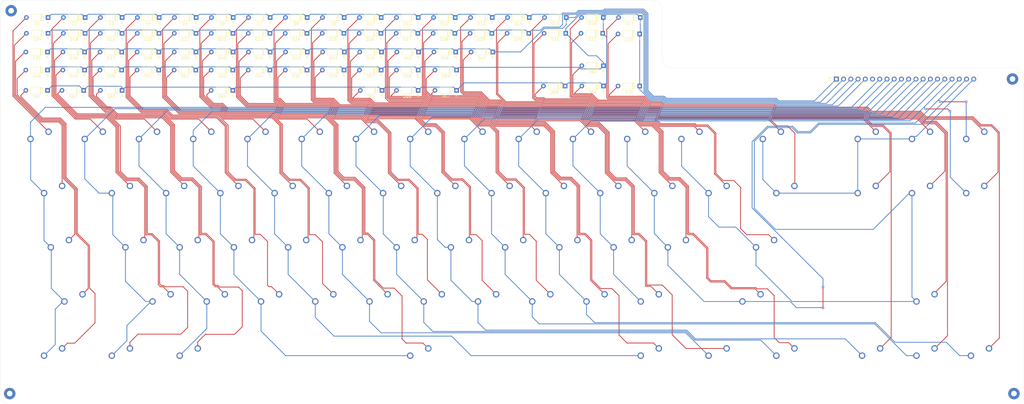
<source format=kicad_pcb>
(kicad_pcb (version 20171130) (host pcbnew "(5.1.6)-1")
  (layers (0 F.Cu signal) (31 B.Cu signal) (34 B.Paste user) (35 F.Paste user) (36 B.SilkS user) (37 F.SilkS user) (38 B.Mask user) (39 F.Mask user) (44 Edge.Cuts user))
  (net 0 "")
  (net 1 "Net-(D1-Pad2)")
  (net 2 Row0)
  (net 3 "Net-(D2-Pad2)")
  (net 4 "Net-(D3-Pad2)")
  (net 5 "Net-(D4-Pad2)")
  (net 6 "Net-(D5-Pad2)")
  (net 7 "Net-(D6-Pad2)")
  (net 8 "Net-(D7-Pad2)")
  (net 9 "Net-(D8-Pad2)")
  (net 10 "Net-(D9-Pad2)")
  (net 11 "Net-(D10-Pad2)")
  (net 12 "Net-(D11-Pad2)")
  (net 13 "Net-(D12-Pad2)")
  (net 14 "Net-(D13-Pad2)")
  (net 15 "Net-(D14-Pad2)")
  (net 16 "Net-(D15-Pad2)")
  (net 17 "Net-(D16-Pad2)")
  (net 18 "Net-(D17-Pad2)")
  (net 19 "Net-(D18-Pad2)")
  (net 20 Row1)
  (net 21 "Net-(D19-Pad2)")
  (net 22 "Net-(D20-Pad2)")
  (net 23 "Net-(D21-Pad2)")
  (net 24 "Net-(D22-Pad2)")
  (net 25 "Net-(D23-Pad2)")
  (net 26 "Net-(D24-Pad2)")
  (net 27 "Net-(D25-Pad2)")
  (net 28 "Net-(D26-Pad2)")
  (net 29 "Net-(D27-Pad2)")
  (net 30 "Net-(D28-Pad2)")
  (net 31 "Net-(D29-Pad2)")
  (net 32 "Net-(D30-Pad2)")
  (net 33 "Net-(D31-Pad2)")
  (net 34 "Net-(D32-Pad2)")
  (net 35 "Net-(D33-Pad2)")
  (net 36 "Net-(D34-Pad2)")
  (net 37 "Net-(D35-Pad2)")
  (net 38 Row2)
  (net 39 "Net-(D36-Pad2)")
  (net 40 "Net-(D37-Pad2)")
  (net 41 "Net-(D38-Pad2)")
  (net 42 "Net-(D39-Pad2)")
  (net 43 "Net-(D40-Pad2)")
  (net 44 "Net-(D41-Pad2)")
  (net 45 "Net-(D42-Pad2)")
  (net 46 "Net-(D43-Pad2)")
  (net 47 "Net-(D44-Pad2)")
  (net 48 "Net-(D45-Pad2)")
  (net 49 "Net-(D46-Pad2)")
  (net 50 "Net-(D47-Pad2)")
  (net 51 "Net-(D48-Pad2)")
  (net 52 Row3)
  (net 53 "Net-(D49-Pad2)")
  (net 54 "Net-(D50-Pad2)")
  (net 55 "Net-(D51-Pad2)")
  (net 56 "Net-(D52-Pad2)")
  (net 57 "Net-(D53-Pad2)")
  (net 58 "Net-(D54-Pad2)")
  (net 59 "Net-(D55-Pad2)")
  (net 60 "Net-(D56-Pad2)")
  (net 61 "Net-(D57-Pad2)")
  (net 62 "Net-(D58-Pad2)")
  (net 63 "Net-(D59-Pad2)")
  (net 64 "Net-(D60-Pad2)")
  (net 65 "Net-(D61-Pad2)")
  (net 66 Row4)
  (net 67 "Net-(D62-Pad2)")
  (net 68 "Net-(D63-Pad2)")
  (net 69 "Net-(D65-Pad2)")
  (net 70 "Net-(D66-Pad2)")
  (net 71 "Net-(D67-Pad2)")
  (net 72 "Net-(D68-Pad2)")
  (net 73 "Net-(D69-Pad2)")
  (net 74 "Net-(D70-Pad2)")
  (net 75 Col13)
  (net 76 Col12)
  (net 77 Col11)
  (net 78 Col10)
  (net 79 Col9)
  (net 80 Col8)
  (net 81 Col7)
  (net 82 Col6)
  (net 83 Col5)
  (net 84 Col4)
  (net 85 Col3)
  (net 86 Col2)
  (net 87 Col1)
  (net 88 Col0)
  (net 89 "Net-(D64-Pad2)")
  (net 90 "Net-(J1-Pad6)")
  (module Connector_PinHeader_2.54mm:PinHeader_1x20_P2.54mm_Vertical (layer F.Cu) (at 147.43125 49.435 90)
    (fp_text reference J1 (at 0 -2.33 90) (layer F.SilkS))
    (fp_text value Conn_01x20_Female)
    (pad 20 thru_hole oval (at 0 48.26 90) (size 1.7 1.7) (drill 1) (layers *.Cu *.Mask) (net 75 Col13))
    (pad 19 thru_hole oval (at 0 45.72 90) (size 1.7 1.7) (drill 1) (layers *.Cu *.Mask) (net 76 Col12))
    (pad 18 thru_hole oval (at 0 43.18 90) (size 1.7 1.7) (drill 1) (layers *.Cu *.Mask) (net 77 Col11))
    (pad 17 thru_hole oval (at 0 40.64 90) (size 1.7 1.7) (drill 1) (layers *.Cu *.Mask) (net 78 Col10))
    (pad 16 thru_hole oval (at 0 38.1 90) (size 1.7 1.7) (drill 1) (layers *.Cu *.Mask) (net 79 Col9))
    (pad 15 thru_hole oval (at 0 35.56 90) (size 1.7 1.7) (drill 1) (layers *.Cu *.Mask) (net 80 Col8))
    (pad 14 thru_hole oval (at 0 33.02 90) (size 1.7 1.7) (drill 1) (layers *.Cu *.Mask) (net 81 Col7))
    (pad 13 thru_hole oval (at 0 30.48 90) (size 1.7 1.7) (drill 1) (layers *.Cu *.Mask) (net 82 Col6))
    (pad 12 thru_hole oval (at 0 27.94 90) (size 1.7 1.7) (drill 1) (layers *.Cu *.Mask) (net 83 Col5))
    (pad 11 thru_hole oval (at 0 25.4 90) (size 1.7 1.7) (drill 1) (layers *.Cu *.Mask) (net 84 Col4))
    (pad 10 thru_hole oval (at 0 22.86 90) (size 1.7 1.7) (drill 1) (layers *.Cu *.Mask) (net 85 Col3))
    (pad 9 thru_hole oval (at 0 20.32 90) (size 1.7 1.7) (drill 1) (layers *.Cu *.Mask) (net 86 Col2))
    (pad 8 thru_hole oval (at 0 17.78 90) (size 1.7 1.7) (drill 1) (layers *.Cu *.Mask) (net 87 Col1))
    (pad 7 thru_hole oval (at 0 15.24 90) (size 1.7 1.7) (drill 1) (layers *.Cu *.Mask) (net 88 Col0))
    (pad 6 thru_hole oval (at 0 12.7 90) (size 1.7 1.7) (drill 1) (layers *.Cu *.Mask) (net 90 "Net-(J1-Pad6)"))
    (pad 5 thru_hole oval (at 0 10.16 90) (size 1.7 1.7) (drill 1) (layers *.Cu *.Mask) (net 66 Row4))
    (pad 4 thru_hole oval (at 0 7.62 90) (size 1.7 1.7) (drill 1) (layers *.Cu *.Mask) (net 52 Row3))
    (pad 3 thru_hole oval (at 0 5.08 90) (size 1.7 1.7) (drill 1) (layers *.Cu *.Mask) (net 38 Row2))
    (pad 2 thru_hole oval (at 0 2.54 90) (size 1.7 1.7) (drill 1) (layers *.Cu *.Mask) (net 20 Row1))
    (pad 1 thru_hole rect (at 0 0 90) (size 1.7 1.7) (drill 1) (layers *.Cu *.Mask) (net 2 Row0))
  )
  (module MX_Only:MXOnly-1U-NoLED (layer F.Cu) (at -131.7625 73.025)
    (fp_text reference MX`1)
    (fp_text value MX-NoLED)
    (pad 2 thru_hole circle (at 2.54 -5.08) (size 2.25 2.25) (drill 1.47) (layers *.Cu B.Mask) (net 1 "Net-(D1-Pad2)"))
    (pad "" np_thru_hole circle (at 0 0) (size 3.9878 3.9878) (drill 3.9878) (layers *.Cu *.Mask))
    (pad 1 thru_hole circle (at -3.81 -2.54) (size 2.25 2.25) (drill 1.47) (layers *.Cu B.Mask) (net 88 Col0))
    (pad "" np_thru_hole circle (at -5.08 0 48.0996) (size 1.75 1.75) (drill 1.75) (layers *.Cu *.Mask))
    (pad "" np_thru_hole circle (at 5.08 0 48.0996) (size 1.75 1.75) (drill 1.75) (layers *.Cu *.Mask))
  )
  (module MX_Only:MXOnly-1U-NoLED (layer F.Cu) (at 96.8375 73.025)
    (fp_text reference MX=1)
    (fp_text value MX-NoLED)
    (pad 2 thru_hole circle (at 2.54 -5.08) (size 2.25 2.25) (drill 1.47) (layers *.Cu B.Mask) (net 14 "Net-(D13-Pad2)"))
    (pad "" np_thru_hole circle (at 0 0) (size 3.9878 3.9878) (drill 3.9878) (layers *.Cu *.Mask))
    (pad 1 thru_hole circle (at -3.81 -2.54) (size 2.25 2.25) (drill 1.47) (layers *.Cu B.Mask) (net 76 Col12))
    (pad "" np_thru_hole circle (at -5.08 0 48.0996) (size 1.75 1.75) (drill 1.75) (layers *.Cu *.Mask))
    (pad "" np_thru_hole circle (at 5.08 0 48.0996) (size 1.75 1.75) (drill 1.75) (layers *.Cu *.Mask))
  )
  (module MX_Only:MXOnly-1U-NoLED (layer F.Cu) (at -88.9 130.175)
    (fp_text reference MX-z1)
    (fp_text value MX-NoLED)
    (pad 2 thru_hole circle (at 2.54 -5.08) (size 2.25 2.25) (drill 1.47) (layers *.Cu B.Mask) (net 53 "Net-(D49-Pad2)"))
    (pad "" np_thru_hole circle (at 0 0) (size 3.9878 3.9878) (drill 3.9878) (layers *.Cu *.Mask))
    (pad 1 thru_hole circle (at -3.81 -2.54) (size 2.25 2.25) (drill 1.47) (layers *.Cu B.Mask) (net 87 Col1))
    (pad "" np_thru_hole circle (at -5.08 0 48.0996) (size 1.75 1.75) (drill 1.75) (layers *.Cu *.Mask))
    (pad "" np_thru_hole circle (at 5.08 0 48.0996) (size 1.75 1.75) (drill 1.75) (layers *.Cu *.Mask))
  )
  (module MX_Only:MXOnly-1U-NoLED (layer F.Cu) (at -7.9375 92.075)
    (fp_text reference MX-Y1)
    (fp_text value MX-NoLED)
    (pad 2 thru_hole circle (at 2.54 -5.08) (size 2.25 2.25) (drill 1.47) (layers *.Cu B.Mask) (net 25 "Net-(D23-Pad2)"))
    (pad "" np_thru_hole circle (at 0 0) (size 3.9878 3.9878) (drill 3.9878) (layers *.Cu *.Mask))
    (pad 1 thru_hole circle (at -3.81 -2.54) (size 2.25 2.25) (drill 1.47) (layers *.Cu B.Mask) (net 82 Col6))
    (pad "" np_thru_hole circle (at -5.08 0 48.0996) (size 1.75 1.75) (drill 1.75) (layers *.Cu *.Mask))
    (pad "" np_thru_hole circle (at 5.08 0 48.0996) (size 1.75 1.75) (drill 1.75) (layers *.Cu *.Mask))
  )
  (module MX_Only:MXOnly-1U-NoLED (layer F.Cu) (at -69.85 130.175)
    (fp_text reference MX-x1)
    (fp_text value MX-NoLED)
    (pad 2 thru_hole circle (at 2.54 -5.08) (size 2.25 2.25) (drill 1.47) (layers *.Cu B.Mask) (net 54 "Net-(D50-Pad2)"))
    (pad "" np_thru_hole circle (at 0 0) (size 3.9878 3.9878) (drill 3.9878) (layers *.Cu *.Mask))
    (pad 1 thru_hole circle (at -3.81 -2.54) (size 2.25 2.25) (drill 1.47) (layers *.Cu B.Mask) (net 86 Col2))
    (pad "" np_thru_hole circle (at -5.08 0 48.0996) (size 1.75 1.75) (drill 1.75) (layers *.Cu *.Mask))
    (pad "" np_thru_hole circle (at 5.08 0 48.0996) (size 1.75 1.75) (drill 1.75) (layers *.Cu *.Mask))
  )
  (module MX_Only:MXOnly-1U-NoLED (layer F.Cu) (at -84.1375 92.075)
    (fp_text reference MX-W1)
    (fp_text value MX-NoLED)
    (pad 2 thru_hole circle (at 2.54 -5.08) (size 2.25 2.25) (drill 1.47) (layers *.Cu B.Mask) (net 21 "Net-(D19-Pad2)"))
    (pad "" np_thru_hole circle (at 0 0) (size 3.9878 3.9878) (drill 3.9878) (layers *.Cu *.Mask))
    (pad 1 thru_hole circle (at -3.81 -2.54) (size 2.25 2.25) (drill 1.47) (layers *.Cu B.Mask) (net 86 Col2))
    (pad "" np_thru_hole circle (at -5.08 0 48.0996) (size 1.75 1.75) (drill 1.75) (layers *.Cu *.Mask))
    (pad "" np_thru_hole circle (at 5.08 0 48.0996) (size 1.75 1.75) (drill 1.75) (layers *.Cu *.Mask))
  )
  (module MX_Only:MXOnly-1U-NoLED (layer F.Cu) (at -31.75 130.175)
    (fp_text reference MX-v1)
    (fp_text value MX-NoLED)
    (pad 2 thru_hole circle (at 2.54 -5.08) (size 2.25 2.25) (drill 1.47) (layers *.Cu B.Mask) (net 56 "Net-(D52-Pad2)"))
    (pad "" np_thru_hole circle (at 0 0) (size 3.9878 3.9878) (drill 3.9878) (layers *.Cu *.Mask))
    (pad 1 thru_hole circle (at -3.81 -2.54) (size 2.25 2.25) (drill 1.47) (layers *.Cu B.Mask) (net 84 Col4))
    (pad "" np_thru_hole circle (at -5.08 0 48.0996) (size 1.75 1.75) (drill 1.75) (layers *.Cu *.Mask))
    (pad "" np_thru_hole circle (at 5.08 0 48.0996) (size 1.75 1.75) (drill 1.75) (layers *.Cu *.Mask))
  )
  (module MX_Only:MXOnly-1U-NoLED (layer F.Cu) (at 179.3875 130.175)
    (fp_text reference MX-Up1)
    (fp_text value MX-NoLED)
    (pad 2 thru_hole circle (at 2.54 -5.08) (size 2.25 2.25) (drill 1.47) (layers *.Cu B.Mask) (net 64 "Net-(D60-Pad2)"))
    (pad "" np_thru_hole circle (at 0 0) (size 3.9878 3.9878) (drill 3.9878) (layers *.Cu *.Mask))
    (pad 1 thru_hole circle (at -3.81 -2.54) (size 2.25 2.25) (drill 1.47) (layers *.Cu B.Mask) (net 76 Col12))
    (pad "" np_thru_hole circle (at -5.08 0 48.0996) (size 1.75 1.75) (drill 1.75) (layers *.Cu *.Mask))
    (pad "" np_thru_hole circle (at 5.08 0 48.0996) (size 1.75 1.75) (drill 1.75) (layers *.Cu *.Mask))
  )
  (module MX_Only:MXOnly-1U-NoLED (layer F.Cu) (at 11.1125 92.075)
    (fp_text reference MX-U1)
    (fp_text value MX-NoLED)
    (pad 2 thru_hole circle (at 2.54 -5.08) (size 2.25 2.25) (drill 1.47) (layers *.Cu B.Mask) (net 26 "Net-(D24-Pad2)"))
    (pad "" np_thru_hole circle (at 0 0) (size 3.9878 3.9878) (drill 3.9878) (layers *.Cu *.Mask))
    (pad 1 thru_hole circle (at -3.81 -2.54) (size 2.25 2.25) (drill 1.47) (layers *.Cu B.Mask) (net 81 Col7))
    (pad "" np_thru_hole circle (at -5.08 0 48.0996) (size 1.75 1.75) (drill 1.75) (layers *.Cu *.Mask))
    (pad "" np_thru_hole circle (at 5.08 0 48.0996) (size 1.75 1.75) (drill 1.75) (layers *.Cu *.Mask))
  )
  (module MX_Only:MXOnly-1.5U-NoLED (layer F.Cu) (at -127 92.075)
    (fp_text reference MX-Tab1)
    (fp_text value MX-NoLED)
    (pad 2 thru_hole circle (at 2.54 -5.08) (size 2.25 2.25) (drill 1.47) (layers *.Cu B.Mask) (net 36 "Net-(D34-Pad2)"))
    (pad "" np_thru_hole circle (at 0 0) (size 3.9878 3.9878) (drill 3.9878) (layers *.Cu *.Mask))
    (pad 1 thru_hole circle (at -3.81 -2.54) (size 2.25 2.25) (drill 1.47) (layers *.Cu B.Mask) (net 88 Col0))
    (pad "" np_thru_hole circle (at -5.08 0 48.0996) (size 1.75 1.75) (drill 1.75) (layers *.Cu *.Mask))
    (pad "" np_thru_hole circle (at 5.08 0 48.0996) (size 1.75 1.75) (drill 1.75) (layers *.Cu *.Mask))
  )
  (module MX_Only:MXOnly-1U-NoLED (layer F.Cu) (at -26.9875 92.075)
    (fp_text reference MX-T1)
    (fp_text value MX-NoLED)
    (pad 2 thru_hole circle (at 2.54 -5.08) (size 2.25 2.25) (drill 1.47) (layers *.Cu B.Mask) (net 24 "Net-(D22-Pad2)"))
    (pad "" np_thru_hole circle (at 0 0) (size 3.9878 3.9878) (drill 3.9878) (layers *.Cu *.Mask))
    (pad 1 thru_hole circle (at -3.81 -2.54) (size 2.25 2.25) (drill 1.47) (layers *.Cu B.Mask) (net 83 Col5))
    (pad "" np_thru_hole circle (at -5.08 0 48.0996) (size 1.75 1.75) (drill 1.75) (layers *.Cu *.Mask))
    (pad "" np_thru_hole circle (at 5.08 0 48.0996) (size 1.75 1.75) (drill 1.75) (layers *.Cu *.Mask))
  )
  (module MX_Only:MXOnly-7U-ReversedStabilizers-NoLED (layer F.Cu) (at 1.5875 149.225)
    (fp_text reference MX-Spc1)
    (fp_text value MX-NoLED)
    (pad 2 thru_hole circle (at 2.54 -5.08) (size 2.25 2.25) (drill 1.47) (layers *.Cu B.Mask) (net 89 "Net-(D64-Pad2)"))
    (pad "" np_thru_hole circle (at 0 0) (size 3.9878 3.9878) (drill 3.9878) (layers *.Cu *.Mask))
    (pad 1 thru_hole circle (at -3.81 -2.54) (size 2.25 2.25) (drill 1.47) (layers *.Cu B.Mask) (net 85 Col3))
    (pad "" np_thru_hole circle (at -5.08 0 48.0996) (size 1.75 1.75) (drill 1.75) (layers *.Cu *.Mask))
    (pad "" np_thru_hole circle (at 5.08 0 48.0996) (size 1.75 1.75) (drill 1.75) (layers *.Cu *.Mask))
    (pad "" np_thru_hole circle (at -57.15 6.985) (size 3.048 3.048) (drill 3.048) (layers *.Cu *.Mask))
    (pad "" np_thru_hole circle (at 57.15 6.985) (size 3.048 3.048) (drill 3.048) (layers *.Cu *.Mask))
    (pad "" np_thru_hole circle (at -57.15 -8.255) (size 3.9878 3.9878) (drill 3.9878) (layers *.Cu *.Mask))
    (pad "" np_thru_hole circle (at 57.15 -8.255) (size 3.9878 3.9878) (drill 3.9878) (layers *.Cu *.Mask))
  )
  (module MX_Only:MXOnly-1U-NoLED (layer F.Cu) (at -79.375 111.125)
    (fp_text reference MX-s1)
    (fp_text value MX-NoLED)
    (pad 2 thru_hole circle (at 2.54 -5.08) (size 2.25 2.25) (drill 1.47) (layers *.Cu B.Mask) (net 40 "Net-(D37-Pad2)"))
    (pad "" np_thru_hole circle (at 0 0) (size 3.9878 3.9878) (drill 3.9878) (layers *.Cu *.Mask))
    (pad 1 thru_hole circle (at -3.81 -2.54) (size 2.25 2.25) (drill 1.47) (layers *.Cu B.Mask) (net 86 Col2))
    (pad "" np_thru_hole circle (at -5.08 0 48.0996) (size 1.75 1.75) (drill 1.75) (layers *.Cu *.Mask))
    (pad "" np_thru_hole circle (at 5.08 0 48.0996) (size 1.75 1.75) (drill 1.75) (layers *.Cu *.Mask))
  )
  (module MX_Only:MXOnly-1U-NoLED (layer F.Cu) (at 106.3625 149.225)
    (fp_text reference MX-RSys1)
    (fp_text value MX-NoLED)
    (pad 2 thru_hole circle (at 2.54 -5.08) (size 2.25 2.25) (drill 1.47) (layers *.Cu B.Mask) (net 70 "Net-(D66-Pad2)"))
    (pad "" np_thru_hole circle (at 0 0) (size 3.9878 3.9878) (drill 3.9878) (layers *.Cu *.Mask))
    (pad 1 thru_hole circle (at -3.81 -2.54) (size 2.25 2.25) (drill 1.47) (layers *.Cu B.Mask) (net 83 Col5))
    (pad "" np_thru_hole circle (at -5.08 0 48.0996) (size 1.75 1.75) (drill 1.75) (layers *.Cu *.Mask))
    (pad "" np_thru_hole circle (at 5.08 0 48.0996) (size 1.75 1.75) (drill 1.75) (layers *.Cu *.Mask))
  )
  (module MX_Only:MXOnly-2.75U-NoLED (layer F.Cu) (at 118.26875 130.175)
    (fp_text reference MX-RShift1)
    (fp_text value MX-NoLED)
    (pad 2 thru_hole circle (at 2.54 -5.08) (size 2.25 2.25) (drill 1.47) (layers *.Cu B.Mask) (net 63 "Net-(D59-Pad2)"))
    (pad "" np_thru_hole circle (at 0 0) (size 3.9878 3.9878) (drill 3.9878) (layers *.Cu *.Mask))
    (pad 1 thru_hole circle (at -3.81 -2.54) (size 2.25 2.25) (drill 1.47) (layers *.Cu B.Mask) (net 77 Col11))
    (pad "" np_thru_hole circle (at -5.08 0 48.0996) (size 1.75 1.75) (drill 1.75) (layers *.Cu *.Mask))
    (pad "" np_thru_hole circle (at 5.08 0 48.0996) (size 1.75 1.75) (drill 1.75) (layers *.Cu *.Mask))
    (pad "" np_thru_hole circle (at -11.90625 -6.985) (size 3.048 3.048) (drill 3.048) (layers *.Cu *.Mask))
    (pad "" np_thru_hole circle (at 11.90625 -6.985) (size 3.048 3.048) (drill 3.048) (layers *.Cu *.Mask))
    (pad "" np_thru_hole circle (at -11.90625 8.255) (size 3.9878 3.9878) (drill 3.9878) (layers *.Cu *.Mask))
    (pad "" np_thru_hole circle (at 11.90625 8.255) (size 3.9878 3.9878) (drill 3.9878) (layers *.Cu *.Mask))
  )
  (module MX_Only:MXOnly-1U-NoLED (layer F.Cu) (at 198.501 149.225)
    (fp_text reference MX-Right1)
    (fp_text value MX-NoLED)
    (pad 2 thru_hole circle (at 2.54 -5.08) (size 2.25 2.25) (drill 1.47) (layers *.Cu B.Mask) (net 74 "Net-(D70-Pad2)"))
    (pad "" np_thru_hole circle (at 0 0) (size 3.9878 3.9878) (drill 3.9878) (layers *.Cu *.Mask))
    (pad 1 thru_hole circle (at -3.81 -2.54) (size 2.25 2.25) (drill 1.47) (layers *.Cu B.Mask) (net 79 Col9))
    (pad "" np_thru_hole circle (at -5.08 0 48.0996) (size 1.75 1.75) (drill 1.75) (layers *.Cu *.Mask))
    (pad "" np_thru_hole circle (at 5.08 0 48.0996) (size 1.75 1.75) (drill 1.75) (layers *.Cu *.Mask))
  )
  (module MX_Only:MXOnly-1.5U-NoLED (layer F.Cu) (at 130.175 149.225)
    (fp_text reference MX-RCtrl1)
    (fp_text value MX-NoLED)
    (pad 2 thru_hole circle (at 2.54 -5.08) (size 2.25 2.25) (drill 1.47) (layers *.Cu B.Mask) (net 71 "Net-(D67-Pad2)"))
    (pad "" np_thru_hole circle (at 0 0) (size 3.9878 3.9878) (drill 3.9878) (layers *.Cu *.Mask))
    (pad 1 thru_hole circle (at -3.81 -2.54) (size 2.25 2.25) (drill 1.47) (layers *.Cu B.Mask) (net 82 Col6))
    (pad "" np_thru_hole circle (at -5.08 0 48.0996) (size 1.75 1.75) (drill 1.75) (layers *.Cu *.Mask))
    (pad "" np_thru_hole circle (at 5.08 0 48.0996) (size 1.75 1.75) (drill 1.75) (layers *.Cu *.Mask))
  )
  (module MX_Only:MXOnly-1.5U-NoLED (layer F.Cu) (at 82.55 149.225)
    (fp_text reference MX-RAlt1)
    (fp_text value MX-NoLED)
    (pad 2 thru_hole circle (at 2.54 -5.08) (size 2.25 2.25) (drill 1.47) (layers *.Cu B.Mask) (net 69 "Net-(D65-Pad2)"))
    (pad "" np_thru_hole circle (at 0 0) (size 3.9878 3.9878) (drill 3.9878) (layers *.Cu *.Mask))
    (pad 1 thru_hole circle (at -3.81 -2.54) (size 2.25 2.25) (drill 1.47) (layers *.Cu B.Mask) (net 84 Col4))
    (pad "" np_thru_hole circle (at -5.08 0 48.0996) (size 1.75 1.75) (drill 1.75) (layers *.Cu *.Mask))
    (pad "" np_thru_hole circle (at 5.08 0 48.0996) (size 1.75 1.75) (drill 1.75) (layers *.Cu *.Mask))
  )
  (module MX_Only:MXOnly-1U-NoLED (layer F.Cu) (at -46.0375 92.075)
    (fp_text reference MX-R1)
    (fp_text value MX-NoLED)
    (pad 2 thru_hole circle (at 2.54 -5.08) (size 2.25 2.25) (drill 1.47) (layers *.Cu B.Mask) (net 23 "Net-(D21-Pad2)"))
    (pad "" np_thru_hole circle (at 0 0) (size 3.9878 3.9878) (drill 3.9878) (layers *.Cu *.Mask))
    (pad 1 thru_hole circle (at -3.81 -2.54) (size 2.25 2.25) (drill 1.47) (layers *.Cu B.Mask) (net 84 Col4))
    (pad "" np_thru_hole circle (at -5.08 0 48.0996) (size 1.75 1.75) (drill 1.75) (layers *.Cu *.Mask))
    (pad "" np_thru_hole circle (at 5.08 0 48.0996) (size 1.75 1.75) (drill 1.75) (layers *.Cu *.Mask))
  )
  (module MX_Only:MXOnly-1U-NoLED (layer F.Cu) (at -103.1875 92.075)
    (fp_text reference MX-Q1)
    (fp_text value MX-NoLED)
    (pad 2 thru_hole circle (at 2.54 -5.08) (size 2.25 2.25) (drill 1.47) (layers *.Cu B.Mask) (net 19 "Net-(D18-Pad2)"))
    (pad "" np_thru_hole circle (at 0 0) (size 3.9878 3.9878) (drill 3.9878) (layers *.Cu *.Mask))
    (pad 1 thru_hole circle (at -3.81 -2.54) (size 2.25 2.25) (drill 1.47) (layers *.Cu B.Mask) (net 87 Col1))
    (pad "" np_thru_hole circle (at -5.08 0 48.0996) (size 1.75 1.75) (drill 1.75) (layers *.Cu *.Mask))
    (pad "" np_thru_hole circle (at 5.08 0 48.0996) (size 1.75 1.75) (drill 1.75) (layers *.Cu *.Mask))
  )
  (module MX_Only:MXOnly-1U-NoLED (layer F.Cu) (at 196.85 73.025)
    (fp_text reference MX-PgUp1)
    (fp_text value MX-NoLED)
    (pad 2 thru_hole circle (at 2.54 -5.08) (size 2.25 2.25) (drill 1.47) (layers *.Cu B.Mask) (net 18 "Net-(D17-Pad2)"))
    (pad "" np_thru_hole circle (at 0 0) (size 3.9878 3.9878) (drill 3.9878) (layers *.Cu *.Mask))
    (pad 1 thru_hole circle (at -3.81 -2.54) (size 2.25 2.25) (drill 1.47) (layers *.Cu B.Mask) (net 77 Col11))
    (pad "" np_thru_hole circle (at -5.08 0 48.0996) (size 1.75 1.75) (drill 1.75) (layers *.Cu *.Mask))
    (pad "" np_thru_hole circle (at 5.08 0 48.0996) (size 1.75 1.75) (drill 1.75) (layers *.Cu *.Mask))
  )
  (module MX_Only:MXOnly-1U-NoLED (layer F.Cu) (at 196.85 92.075)
    (fp_text reference MX-PgDn1)
    (fp_text value MX-NoLED)
    (pad 2 thru_hole circle (at 2.54 -5.08) (size 2.25 2.25) (drill 1.47) (layers *.Cu B.Mask) (net 35 "Net-(D33-Pad2)"))
    (pad "" np_thru_hole circle (at 0 0) (size 3.9878 3.9878) (drill 3.9878) (layers *.Cu *.Mask))
    (pad 1 thru_hole circle (at -3.81 -2.54) (size 2.25 2.25) (drill 1.47) (layers *.Cu B.Mask) (net 78 Col10))
    (pad "" np_thru_hole circle (at -5.08 0 48.0996) (size 1.75 1.75) (drill 1.75) (layers *.Cu *.Mask))
    (pad "" np_thru_hole circle (at 5.08 0 48.0996) (size 1.75 1.75) (drill 1.75) (layers *.Cu *.Mask))
  )
  (module MX_Only:MXOnly-1U-NoLED (layer F.Cu) (at 68.326 92.075)
    (fp_text reference MX-p1)
    (fp_text value MX-NoLED)
    (pad 2 thru_hole circle (at 2.54 -5.08) (size 2.25 2.25) (drill 1.47) (layers *.Cu B.Mask) (net 29 "Net-(D27-Pad2)"))
    (pad "" np_thru_hole circle (at 0 0) (size 3.9878 3.9878) (drill 3.9878) (layers *.Cu *.Mask))
    (pad 1 thru_hole circle (at -3.81 -2.54) (size 2.25 2.25) (drill 1.47) (layers *.Cu B.Mask) (net 78 Col10))
    (pad "" np_thru_hole circle (at -5.08 0 48.0996) (size 1.75 1.75) (drill 1.75) (layers *.Cu *.Mask))
    (pad "" np_thru_hole circle (at 5.08 0 48.0996) (size 1.75 1.75) (drill 1.75) (layers *.Cu *.Mask))
  )
  (module MX_Only:MXOnly-1U-NoLED (layer F.Cu) (at 49.2125 92.075)
    (fp_text reference MX-O1)
    (fp_text value MX-NoLED)
    (pad 2 thru_hole circle (at 2.54 -5.08) (size 2.25 2.25) (drill 1.47) (layers *.Cu B.Mask) (net 28 "Net-(D26-Pad2)"))
    (pad "" np_thru_hole circle (at 0 0) (size 3.9878 3.9878) (drill 3.9878) (layers *.Cu *.Mask))
    (pad 1 thru_hole circle (at -3.81 -2.54) (size 2.25 2.25) (drill 1.47) (layers *.Cu B.Mask) (net 79 Col9))
    (pad "" np_thru_hole circle (at -5.08 0 48.0996) (size 1.75 1.75) (drill 1.75) (layers *.Cu *.Mask))
    (pad "" np_thru_hole circle (at 5.08 0 48.0996) (size 1.75 1.75) (drill 1.75) (layers *.Cu *.Mask))
  )
  (module MX_Only:MXOnly-1U-NoLED (layer F.Cu) (at 6.35 130.175)
    (fp_text reference MX-n1)
    (fp_text value MX-NoLED)
    (pad 2 thru_hole circle (at 2.54 -5.08) (size 2.25 2.25) (drill 1.47) (layers *.Cu B.Mask) (net 58 "Net-(D54-Pad2)"))
    (pad "" np_thru_hole circle (at 0 0) (size 3.9878 3.9878) (drill 3.9878) (layers *.Cu *.Mask))
    (pad 1 thru_hole circle (at -3.81 -2.54) (size 2.25 2.25) (drill 1.47) (layers *.Cu B.Mask) (net 82 Col6))
    (pad "" np_thru_hole circle (at -5.08 0 48.0996) (size 1.75 1.75) (drill 1.75) (layers *.Cu *.Mask))
    (pad "" np_thru_hole circle (at 5.08 0 48.0996) (size 1.75 1.75) (drill 1.75) (layers *.Cu *.Mask))
  )
  (module MX_Only:MXOnly-1U-NoLED (layer F.Cu) (at 25.4 130.175)
    (fp_text reference MX-m1)
    (fp_text value MX-NoLED)
    (pad 2 thru_hole circle (at 2.54 -5.08) (size 2.25 2.25) (drill 1.47) (layers *.Cu B.Mask) (net 59 "Net-(D55-Pad2)"))
    (pad "" np_thru_hole circle (at 0 0) (size 3.9878 3.9878) (drill 3.9878) (layers *.Cu *.Mask))
    (pad 1 thru_hole circle (at -3.81 -2.54) (size 2.25 2.25) (drill 1.47) (layers *.Cu B.Mask) (net 81 Col7))
    (pad "" np_thru_hole circle (at -5.08 0 48.0996) (size 1.75 1.75) (drill 1.75) (layers *.Cu *.Mask))
    (pad "" np_thru_hole circle (at 5.08 0 48.0996) (size 1.75 1.75) (drill 1.75) (layers *.Cu *.Mask))
  )
  (module MX_Only:MXOnly-1U-NoLED (layer F.Cu) (at -103.1875 149.225)
    (fp_text reference MX-LSys1)
    (fp_text value MX-NoLED)
    (pad 2 thru_hole circle (at 2.54 -5.08) (size 2.25 2.25) (drill 1.47) (layers *.Cu B.Mask) (net 67 "Net-(D62-Pad2)"))
    (pad "" np_thru_hole circle (at 0 0) (size 3.9878 3.9878) (drill 3.9878) (layers *.Cu *.Mask))
    (pad 1 thru_hole circle (at -3.81 -2.54) (size 2.25 2.25) (drill 1.47) (layers *.Cu B.Mask) (net 87 Col1))
    (pad "" np_thru_hole circle (at -5.08 0 48.0996) (size 1.75 1.75) (drill 1.75) (layers *.Cu *.Mask))
    (pad "" np_thru_hole circle (at 5.08 0 48.0996) (size 1.75 1.75) (drill 1.75) (layers *.Cu *.Mask))
  )
  (module MX_Only:MXOnly-2.25U-NoLED (layer F.Cu) (at -119.84025 130.17525)
    (fp_text reference MX-LShift1)
    (fp_text value MX-NoLED)
    (pad 2 thru_hole circle (at 2.54 -5.08) (size 2.25 2.25) (drill 1.47) (layers *.Cu B.Mask) (net 51 "Net-(D48-Pad2)"))
    (pad "" np_thru_hole circle (at 0 0) (size 3.9878 3.9878) (drill 3.9878) (layers *.Cu *.Mask))
    (pad 1 thru_hole circle (at -3.81 -2.54) (size 2.25 2.25) (drill 1.47) (layers *.Cu B.Mask) (net 88 Col0))
    (pad "" np_thru_hole circle (at -5.08 0 48.0996) (size 1.75 1.75) (drill 1.75) (layers *.Cu *.Mask))
    (pad "" np_thru_hole circle (at 5.08 0 48.0996) (size 1.75 1.75) (drill 1.75) (layers *.Cu *.Mask))
    (pad "" np_thru_hole circle (at -11.90625 -6.985) (size 3.048 3.048) (drill 3.048) (layers *.Cu *.Mask))
    (pad "" np_thru_hole circle (at 11.90625 -6.985) (size 3.048 3.048) (drill 3.048) (layers *.Cu *.Mask))
    (pad "" np_thru_hole circle (at -11.90625 8.255) (size 3.9878 3.9878) (drill 3.9878) (layers *.Cu *.Mask))
    (pad "" np_thru_hole circle (at 11.90625 8.255) (size 3.9878 3.9878) (drill 3.9878) (layers *.Cu *.Mask))
  )
  (module MX_Only:MXOnly-1U-NoLED (layer F.Cu) (at 160.274 149.225)
    (fp_text reference MX-Left1)
    (fp_text value MX-NoLED)
    (pad 2 thru_hole circle (at 2.54 -5.08) (size 2.25 2.25) (drill 1.47) (layers *.Cu B.Mask) (net 72 "Net-(D68-Pad2)"))
    (pad "" np_thru_hole circle (at 0 0) (size 3.9878 3.9878) (drill 3.9878) (layers *.Cu *.Mask))
    (pad 1 thru_hole circle (at -3.81 -2.54) (size 2.25 2.25) (drill 1.47) (layers *.Cu B.Mask) (net 81 Col7))
    (pad "" np_thru_hole circle (at -5.08 0 48.0996) (size 1.75 1.75) (drill 1.75) (layers *.Cu *.Mask))
    (pad "" np_thru_hole circle (at 5.08 0 48.0996) (size 1.75 1.75) (drill 1.75) (layers *.Cu *.Mask))
  )
  (module MX_Only:MXOnly-1.5U-NoLED (layer F.Cu) (at -127 149.225)
    (fp_text reference MX-LCtrl1)
    (fp_text value MX-NoLED)
    (pad 2 thru_hole circle (at 2.54 -5.08) (size 2.25 2.25) (drill 1.47) (layers *.Cu B.Mask) (net 65 "Net-(D61-Pad2)"))
    (pad "" np_thru_hole circle (at 0 0) (size 3.9878 3.9878) (drill 3.9878) (layers *.Cu *.Mask))
    (pad 1 thru_hole circle (at -3.81 -2.54) (size 2.25 2.25) (drill 1.47) (layers *.Cu B.Mask) (net 88 Col0))
    (pad "" np_thru_hole circle (at -5.08 0 48.0996) (size 1.75 1.75) (drill 1.75) (layers *.Cu *.Mask))
    (pad "" np_thru_hole circle (at 5.08 0 48.0996) (size 1.75 1.75) (drill 1.75) (layers *.Cu *.Mask))
  )
  (module MX_Only:MXOnly-1.5U-NoLED (layer F.Cu) (at -79.375 149.225)
    (fp_text reference MX-LAlt1)
    (fp_text value MX-NoLED)
    (pad 2 thru_hole circle (at 2.54 -5.08) (size 2.25 2.25) (drill 1.47) (layers *.Cu B.Mask) (net 68 "Net-(D63-Pad2)"))
    (pad "" np_thru_hole circle (at 0 0) (size 3.9878 3.9878) (drill 3.9878) (layers *.Cu *.Mask))
    (pad 1 thru_hole circle (at -3.81 -2.54) (size 2.25 2.25) (drill 1.47) (layers *.Cu B.Mask) (net 86 Col2))
    (pad "" np_thru_hole circle (at -5.08 0 48.0996) (size 1.75 1.75) (drill 1.75) (layers *.Cu *.Mask))
    (pad "" np_thru_hole circle (at 5.08 0 48.0996) (size 1.75 1.75) (drill 1.75) (layers *.Cu *.Mask))
  )
  (module MX_Only:MXOnly-1U-NoLED (layer F.Cu) (at 53.975 111.125)
    (fp_text reference MX-l1)
    (fp_text value MX-NoLED)
    (pad 2 thru_hole circle (at 2.54 -5.08) (size 2.25 2.25) (drill 1.47) (layers *.Cu B.Mask) (net 47 "Net-(D44-Pad2)"))
    (pad "" np_thru_hole circle (at 0 0) (size 3.9878 3.9878) (drill 3.9878) (layers *.Cu *.Mask))
    (pad 1 thru_hole circle (at -3.81 -2.54) (size 2.25 2.25) (drill 1.47) (layers *.Cu B.Mask) (net 79 Col9))
    (pad "" np_thru_hole circle (at -5.08 0 48.0996) (size 1.75 1.75) (drill 1.75) (layers *.Cu *.Mask))
    (pad "" np_thru_hole circle (at 5.08 0 48.0996) (size 1.75 1.75) (drill 1.75) (layers *.Cu *.Mask))
  )
  (module MX_Only:MXOnly-1U-NoLED (layer F.Cu) (at 34.925 111.125)
    (fp_text reference MX-k1)
    (fp_text value MX-NoLED)
    (pad 2 thru_hole circle (at 2.54 -5.08) (size 2.25 2.25) (drill 1.47) (layers *.Cu B.Mask) (net 46 "Net-(D43-Pad2)"))
    (pad "" np_thru_hole circle (at 0 0) (size 3.9878 3.9878) (drill 3.9878) (layers *.Cu *.Mask))
    (pad 1 thru_hole circle (at -3.81 -2.54) (size 2.25 2.25) (drill 1.47) (layers *.Cu B.Mask) (net 80 Col8))
    (pad "" np_thru_hole circle (at -5.08 0 48.0996) (size 1.75 1.75) (drill 1.75) (layers *.Cu *.Mask))
    (pad "" np_thru_hole circle (at 5.08 0 48.0996) (size 1.75 1.75) (drill 1.75) (layers *.Cu *.Mask))
  )
  (module MX_Only:MXOnly-1U-NoLED (layer F.Cu) (at 15.875 111.125)
    (fp_text reference MX-j1)
    (fp_text value MX-NoLED)
    (pad 2 thru_hole circle (at 2.54 -5.08) (size 2.25 2.25) (drill 1.47) (layers *.Cu B.Mask) (net 45 "Net-(D42-Pad2)"))
    (pad "" np_thru_hole circle (at 0 0) (size 3.9878 3.9878) (drill 3.9878) (layers *.Cu *.Mask))
    (pad 1 thru_hole circle (at -3.81 -2.54) (size 2.25 2.25) (drill 1.47) (layers *.Cu B.Mask) (net 81 Col7))
    (pad "" np_thru_hole circle (at -5.08 0 48.0996) (size 1.75 1.75) (drill 1.75) (layers *.Cu *.Mask))
    (pad "" np_thru_hole circle (at 5.08 0 48.0996) (size 1.75 1.75) (drill 1.75) (layers *.Cu *.Mask))
  )
  (module MX_Only:MXOnly-1U-NoLED (layer F.Cu) (at 158.75 73.025)
    (fp_text reference MX-Ins1)
    (fp_text value MX-NoLED)
    (pad 2 thru_hole circle (at 2.54 -5.08) (size 2.25 2.25) (drill 1.47) (layers *.Cu B.Mask) (net 16 "Net-(D15-Pad2)"))
    (pad "" np_thru_hole circle (at 0 0) (size 3.9878 3.9878) (drill 3.9878) (layers *.Cu *.Mask))
    (pad 1 thru_hole circle (at -3.81 -2.54) (size 2.25 2.25) (drill 1.47) (layers *.Cu B.Mask) (net 75 Col13))
    (pad "" np_thru_hole circle (at -5.08 0 48.0996) (size 1.75 1.75) (drill 1.75) (layers *.Cu *.Mask))
    (pad "" np_thru_hole circle (at 5.08 0 48.0996) (size 1.75 1.75) (drill 1.75) (layers *.Cu *.Mask))
  )
  (module MX_Only:MXOnly-1U-NoLED (layer F.Cu) (at 30.1625 92.075)
    (fp_text reference MX-i1)
    (fp_text value MX-NoLED)
    (pad 2 thru_hole circle (at 2.54 -5.08) (size 2.25 2.25) (drill 1.47) (layers *.Cu B.Mask) (net 27 "Net-(D25-Pad2)"))
    (pad "" np_thru_hole circle (at 0 0) (size 3.9878 3.9878) (drill 3.9878) (layers *.Cu *.Mask))
    (pad 1 thru_hole circle (at -3.81 -2.54) (size 2.25 2.25) (drill 1.47) (layers *.Cu B.Mask) (net 80 Col8))
    (pad "" np_thru_hole circle (at -5.08 0 48.0996) (size 1.75 1.75) (drill 1.75) (layers *.Cu *.Mask))
    (pad "" np_thru_hole circle (at 5.08 0 48.0996) (size 1.75 1.75) (drill 1.75) (layers *.Cu *.Mask))
  )
  (module MX_Only:MXOnly-1U-NoLED (layer F.Cu) (at 177.8 73.025)
    (fp_text reference MX-Hm1)
    (fp_text value MX-NoLED)
    (pad 2 thru_hole circle (at 2.54 -5.08) (size 2.25 2.25) (drill 1.47) (layers *.Cu B.Mask) (net 17 "Net-(D16-Pad2)"))
    (pad "" np_thru_hole circle (at 0 0) (size 3.9878 3.9878) (drill 3.9878) (layers *.Cu *.Mask))
    (pad 1 thru_hole circle (at -3.81 -2.54) (size 2.25 2.25) (drill 1.47) (layers *.Cu B.Mask) (net 75 Col13))
    (pad "" np_thru_hole circle (at -5.08 0 48.0996) (size 1.75 1.75) (drill 1.75) (layers *.Cu *.Mask))
    (pad "" np_thru_hole circle (at 5.08 0 48.0996) (size 1.75 1.75) (drill 1.75) (layers *.Cu *.Mask))
  )
  (module MX_Only:MXOnly-1U-NoLED (layer F.Cu) (at -3.175 111.125)
    (fp_text reference MX-h1)
    (fp_text value MX-NoLED)
    (pad 2 thru_hole circle (at 2.54 -5.08) (size 2.25 2.25) (drill 1.47) (layers *.Cu B.Mask) (net 44 "Net-(D41-Pad2)"))
    (pad "" np_thru_hole circle (at 0 0) (size 3.9878 3.9878) (drill 3.9878) (layers *.Cu *.Mask))
    (pad 1 thru_hole circle (at -3.81 -2.54) (size 2.25 2.25) (drill 1.47) (layers *.Cu B.Mask) (net 82 Col6))
    (pad "" np_thru_hole circle (at -5.08 0 48.0996) (size 1.75 1.75) (drill 1.75) (layers *.Cu *.Mask))
    (pad "" np_thru_hole circle (at 5.08 0 48.0996) (size 1.75 1.75) (drill 1.75) (layers *.Cu *.Mask))
  )
  (module MX_Only:MXOnly-1U-NoLED (layer F.Cu) (at -22.225 111.125)
    (fp_text reference MX-g1)
    (fp_text value MX-NoLED)
    (pad 2 thru_hole circle (at 2.54 -5.08) (size 2.25 2.25) (drill 1.47) (layers *.Cu B.Mask) (net 43 "Net-(D40-Pad2)"))
    (pad "" np_thru_hole circle (at 0 0) (size 3.9878 3.9878) (drill 3.9878) (layers *.Cu *.Mask))
    (pad 1 thru_hole circle (at -3.81 -2.54) (size 2.25 2.25) (drill 1.47) (layers *.Cu B.Mask) (net 83 Col5))
    (pad "" np_thru_hole circle (at -5.08 0 48.0996) (size 1.75 1.75) (drill 1.75) (layers *.Cu *.Mask))
    (pad "" np_thru_hole circle (at 5.08 0 48.0996) (size 1.75 1.75) (drill 1.75) (layers *.Cu *.Mask))
  )
  (module MX_Only:MXOnly-1U-NoLED (layer F.Cu) (at -41.275 111.125)
    (fp_text reference MX-f1)
    (fp_text value MX-NoLED)
    (pad 2 thru_hole circle (at 2.54 -5.08) (size 2.25 2.25) (drill 1.47) (layers *.Cu B.Mask) (net 42 "Net-(D39-Pad2)"))
    (pad "" np_thru_hole circle (at 0 0) (size 3.9878 3.9878) (drill 3.9878) (layers *.Cu *.Mask))
    (pad 1 thru_hole circle (at -3.81 -2.54) (size 2.25 2.25) (drill 1.47) (layers *.Cu B.Mask) (net 84 Col4))
    (pad "" np_thru_hole circle (at -5.08 0 48.0996) (size 1.75 1.75) (drill 1.75) (layers *.Cu *.Mask))
    (pad "" np_thru_hole circle (at 5.08 0 48.0996) (size 1.75 1.75) (drill 1.75) (layers *.Cu *.Mask))
  )
  (module MX_Only:MXOnly-2.25U-NoLED (layer F.Cu) (at 123.03125 111.125)
    (fp_text reference MX-Enter1)
    (fp_text value MX-NoLED)
    (pad 2 thru_hole circle (at 2.54 -5.08) (size 2.25 2.25) (drill 1.47) (layers *.Cu B.Mask) (net 50 "Net-(D47-Pad2)"))
    (pad "" np_thru_hole circle (at 0 0) (size 3.9878 3.9878) (drill 3.9878) (layers *.Cu *.Mask))
    (pad 1 thru_hole circle (at -3.81 -2.54) (size 2.25 2.25) (drill 1.47) (layers *.Cu B.Mask) (net 76 Col12))
    (pad "" np_thru_hole circle (at -5.08 0 48.0996) (size 1.75 1.75) (drill 1.75) (layers *.Cu *.Mask))
    (pad "" np_thru_hole circle (at 5.08 0 48.0996) (size 1.75 1.75) (drill 1.75) (layers *.Cu *.Mask))
    (pad "" np_thru_hole circle (at -11.90625 -6.985) (size 3.048 3.048) (drill 3.048) (layers *.Cu *.Mask))
    (pad "" np_thru_hole circle (at 11.90625 -6.985) (size 3.048 3.048) (drill 3.048) (layers *.Cu *.Mask))
    (pad "" np_thru_hole circle (at -11.90625 8.255) (size 3.9878 3.9878) (drill 3.9878) (layers *.Cu *.Mask))
    (pad "" np_thru_hole circle (at 11.90625 8.255) (size 3.9878 3.9878) (drill 3.9878) (layers *.Cu *.Mask))
  )
  (module MX_Only:MXOnly-1U-NoLED (layer F.Cu) (at 177.8 92.075)
    (fp_text reference MX-end1)
    (fp_text value MX-NoLED)
    (pad 2 thru_hole circle (at 2.54 -5.08) (size 2.25 2.25) (drill 1.47) (layers *.Cu B.Mask) (net 34 "Net-(D32-Pad2)"))
    (pad "" np_thru_hole circle (at 0 0) (size 3.9878 3.9878) (drill 3.9878) (layers *.Cu *.Mask))
    (pad 1 thru_hole circle (at -3.81 -2.54) (size 2.25 2.25) (drill 1.47) (layers *.Cu B.Mask) (net 76 Col12))
    (pad "" np_thru_hole circle (at -5.08 0 48.0996) (size 1.75 1.75) (drill 1.75) (layers *.Cu *.Mask))
    (pad "" np_thru_hole circle (at 5.08 0 48.0996) (size 1.75 1.75) (drill 1.75) (layers *.Cu *.Mask))
  )
  (module MX_Only:MXOnly-1U-NoLED (layer F.Cu) (at -65.0875 92.075)
    (fp_text reference MX-E1)
    (fp_text value MX-NoLED)
    (pad 2 thru_hole circle (at 2.54 -5.08) (size 2.25 2.25) (drill 1.47) (layers *.Cu B.Mask) (net 22 "Net-(D20-Pad2)"))
    (pad "" np_thru_hole circle (at 0 0) (size 3.9878 3.9878) (drill 3.9878) (layers *.Cu *.Mask))
    (pad 1 thru_hole circle (at -3.81 -2.54) (size 2.25 2.25) (drill 1.47) (layers *.Cu B.Mask) (net 85 Col3))
    (pad "" np_thru_hole circle (at -5.08 0 48.0996) (size 1.75 1.75) (drill 1.75) (layers *.Cu *.Mask))
    (pad "" np_thru_hole circle (at 5.08 0 48.0996) (size 1.75 1.75) (drill 1.75) (layers *.Cu *.Mask))
  )
  (module MX_Only:MXOnly-1U-NoLED (layer F.Cu) (at 179.3875 149.225)
    (fp_text reference MX-Down1)
    (fp_text value MX-NoLED)
    (pad 2 thru_hole circle (at 2.54 -5.08) (size 2.25 2.25) (drill 1.47) (layers *.Cu B.Mask) (net 73 "Net-(D69-Pad2)"))
    (pad "" np_thru_hole circle (at 0 0) (size 3.9878 3.9878) (drill 3.9878) (layers *.Cu *.Mask))
    (pad 1 thru_hole circle (at -3.81 -2.54) (size 2.25 2.25) (drill 1.47) (layers *.Cu B.Mask) (net 80 Col8))
    (pad "" np_thru_hole circle (at -5.08 0 48.0996) (size 1.75 1.75) (drill 1.75) (layers *.Cu *.Mask))
    (pad "" np_thru_hole circle (at 5.08 0 48.0996) (size 1.75 1.75) (drill 1.75) (layers *.Cu *.Mask))
  )
  (module MX_Only:MXOnly-1U-NoLED (layer F.Cu) (at 158.75 92.075)
    (fp_text reference MX-Del1)
    (fp_text value MX-NoLED)
    (pad 2 thru_hole circle (at 2.54 -5.08) (size 2.25 2.25) (drill 1.47) (layers *.Cu B.Mask) (net 33 "Net-(D31-Pad2)"))
    (pad "" np_thru_hole circle (at 0 0) (size 3.9878 3.9878) (drill 3.9878) (layers *.Cu *.Mask))
    (pad 1 thru_hole circle (at -3.81 -2.54) (size 2.25 2.25) (drill 1.47) (layers *.Cu B.Mask) (net 75 Col13))
    (pad "" np_thru_hole circle (at -5.08 0 48.0996) (size 1.75 1.75) (drill 1.75) (layers *.Cu *.Mask))
    (pad "" np_thru_hole circle (at 5.08 0 48.0996) (size 1.75 1.75) (drill 1.75) (layers *.Cu *.Mask))
  )
  (module MX_Only:MXOnly-1U-NoLED (layer F.Cu) (at -60.325 111.125)
    (fp_text reference MX-d1)
    (fp_text value MX-NoLED)
    (pad 2 thru_hole circle (at 2.54 -5.08) (size 2.25 2.25) (drill 1.47) (layers *.Cu B.Mask) (net 41 "Net-(D38-Pad2)"))
    (pad "" np_thru_hole circle (at 0 0) (size 3.9878 3.9878) (drill 3.9878) (layers *.Cu *.Mask))
    (pad 1 thru_hole circle (at -3.81 -2.54) (size 2.25 2.25) (drill 1.47) (layers *.Cu B.Mask) (net 85 Col3))
    (pad "" np_thru_hole circle (at -5.08 0 48.0996) (size 1.75 1.75) (drill 1.75) (layers *.Cu *.Mask))
    (pad "" np_thru_hole circle (at 5.08 0 48.0996) (size 1.75 1.75) (drill 1.75) (layers *.Cu *.Mask))
  )
  (module MX_Only:MXOnly-1.75U-NoLED (layer F.Cu) (at -124.61875 111.125)
    (fp_text reference MX-Caps1)
    (fp_text value MX-NoLED)
    (pad 2 thru_hole circle (at 2.54 -5.08) (size 2.25 2.25) (drill 1.47) (layers *.Cu B.Mask) (net 37 "Net-(D35-Pad2)"))
    (pad "" np_thru_hole circle (at 0 0) (size 3.9878 3.9878) (drill 3.9878) (layers *.Cu *.Mask))
    (pad 1 thru_hole circle (at -3.81 -2.54) (size 2.25 2.25) (drill 1.47) (layers *.Cu B.Mask) (net 88 Col0))
    (pad "" np_thru_hole circle (at -5.08 0 48.0996) (size 1.75 1.75) (drill 1.75) (layers *.Cu *.Mask))
    (pad "" np_thru_hole circle (at 5.08 0 48.0996) (size 1.75 1.75) (drill 1.75) (layers *.Cu *.Mask))
  )
  (module MX_Only:MXOnly-1U-NoLED (layer F.Cu) (at -50.8 130.175)
    (fp_text reference MX-c1)
    (fp_text value MX-NoLED)
    (pad 2 thru_hole circle (at 2.54 -5.08) (size 2.25 2.25) (drill 1.47) (layers *.Cu B.Mask) (net 55 "Net-(D51-Pad2)"))
    (pad "" np_thru_hole circle (at 0 0) (size 3.9878 3.9878) (drill 3.9878) (layers *.Cu *.Mask))
    (pad 1 thru_hole circle (at -3.81 -2.54) (size 2.25 2.25) (drill 1.47) (layers *.Cu B.Mask) (net 85 Col3))
    (pad "" np_thru_hole circle (at -5.08 0 48.0996) (size 1.75 1.75) (drill 1.75) (layers *.Cu *.Mask))
    (pad "" np_thru_hole circle (at 5.08 0 48.0996) (size 1.75 1.75) (drill 1.75) (layers *.Cu *.Mask))
  )
  (module MX_Only:MXOnly-2U-NoLED (layer F.Cu) (at 125.4125 73.025)
    (fp_text reference MX-Bksp1)
    (fp_text value MX-NoLED)
    (pad 2 thru_hole circle (at 2.54 -5.08) (size 2.25 2.25) (drill 1.47) (layers *.Cu B.Mask) (net 15 "Net-(D14-Pad2)"))
    (pad "" np_thru_hole circle (at 0 0) (size 3.9878 3.9878) (drill 3.9878) (layers *.Cu *.Mask))
    (pad 1 thru_hole circle (at -3.81 -2.54) (size 2.25 2.25) (drill 1.47) (layers *.Cu B.Mask) (net 75 Col13))
    (pad "" np_thru_hole circle (at -5.08 0 48.0996) (size 1.75 1.75) (drill 1.75) (layers *.Cu *.Mask))
    (pad "" np_thru_hole circle (at 5.08 0 48.0996) (size 1.75 1.75) (drill 1.75) (layers *.Cu *.Mask))
    (pad "" np_thru_hole circle (at -11.90625 -6.985) (size 3.048 3.048) (drill 3.048) (layers *.Cu *.Mask))
    (pad "" np_thru_hole circle (at 11.90625 -6.985) (size 3.048 3.048) (drill 3.048) (layers *.Cu *.Mask))
    (pad "" np_thru_hole circle (at -11.90625 8.255) (size 3.9878 3.9878) (drill 3.9878) (layers *.Cu *.Mask))
    (pad "" np_thru_hole circle (at 11.90625 8.255) (size 3.9878 3.9878) (drill 3.9878) (layers *.Cu *.Mask))
  )
  (module MX_Only:MXOnly-1U-NoLED (layer F.Cu) (at -12.7 130.175)
    (fp_text reference MX-b1)
    (fp_text value MX-NoLED)
    (pad 2 thru_hole circle (at 2.54 -5.08) (size 2.25 2.25) (drill 1.47) (layers *.Cu B.Mask) (net 57 "Net-(D53-Pad2)"))
    (pad "" np_thru_hole circle (at 0 0) (size 3.9878 3.9878) (drill 3.9878) (layers *.Cu *.Mask))
    (pad 1 thru_hole circle (at -3.81 -2.54) (size 2.25 2.25) (drill 1.47) (layers *.Cu B.Mask) (net 83 Col5))
    (pad "" np_thru_hole circle (at -5.08 0 48.0996) (size 1.75 1.75) (drill 1.75) (layers *.Cu *.Mask))
    (pad "" np_thru_hole circle (at 5.08 0 48.0996) (size 1.75 1.75) (drill 1.75) (layers *.Cu *.Mask))
  )
  (module MX_Only:MXOnly-1U-NoLED (layer F.Cu) (at -98.425 111.125)
    (fp_text reference MX-a1)
    (fp_text value MX-NoLED)
    (pad 2 thru_hole circle (at 2.54 -5.08) (size 2.25 2.25) (drill 1.47) (layers *.Cu B.Mask) (net 39 "Net-(D36-Pad2)"))
    (pad "" np_thru_hole circle (at 0 0) (size 3.9878 3.9878) (drill 3.9878) (layers *.Cu *.Mask))
    (pad 1 thru_hole circle (at -3.81 -2.54) (size 2.25 2.25) (drill 1.47) (layers *.Cu B.Mask) (net 87 Col1))
    (pad "" np_thru_hole circle (at -5.08 0 48.0996) (size 1.75 1.75) (drill 1.75) (layers *.Cu *.Mask))
    (pad "" np_thru_hole circle (at 5.08 0 48.0996) (size 1.75 1.75) (drill 1.75) (layers *.Cu *.Mask))
  )
  (module MX_Only:MXOnly-1U-NoLED (layer F.Cu) (at 106.3625 92.075)
    (fp_text reference MX-]1)
    (fp_text value MX-NoLED)
    (pad 2 thru_hole circle (at 2.54 -5.08) (size 2.25 2.25) (drill 1.47) (layers *.Cu B.Mask) (net 31 "Net-(D29-Pad2)"))
    (pad "" np_thru_hole circle (at 0 0) (size 3.9878 3.9878) (drill 3.9878) (layers *.Cu *.Mask))
    (pad 1 thru_hole circle (at -3.81 -2.54) (size 2.25 2.25) (drill 1.47) (layers *.Cu B.Mask) (net 76 Col12))
    (pad "" np_thru_hole circle (at -5.08 0 48.0996) (size 1.75 1.75) (drill 1.75) (layers *.Cu *.Mask))
    (pad "" np_thru_hole circle (at 5.08 0 48.0996) (size 1.75 1.75) (drill 1.75) (layers *.Cu *.Mask))
  )
  (module MX_Only:MXOnly-1.5U-NoLED (layer F.Cu) (at 130.175 92.075)
    (fp_text reference MX-\1)
    (fp_text value MX-NoLED)
    (pad 2 thru_hole circle (at 2.54 -5.08) (size 2.25 2.25) (drill 1.47) (layers *.Cu B.Mask) (net 32 "Net-(D30-Pad2)"))
    (pad "" np_thru_hole circle (at 0 0) (size 3.9878 3.9878) (drill 3.9878) (layers *.Cu *.Mask))
    (pad 1 thru_hole circle (at -3.81 -2.54) (size 2.25 2.25) (drill 1.47) (layers *.Cu B.Mask) (net 75 Col13))
    (pad "" np_thru_hole circle (at -5.08 0 48.0996) (size 1.75 1.75) (drill 1.75) (layers *.Cu *.Mask))
    (pad "" np_thru_hole circle (at 5.08 0 48.0996) (size 1.75 1.75) (drill 1.75) (layers *.Cu *.Mask))
  )
  (module MX_Only:MXOnly-1U-NoLED (layer F.Cu) (at 87.3125 92.075)
    (fp_text reference MX-[1)
    (fp_text value MX-NoLED)
    (pad 2 thru_hole circle (at 2.54 -5.08) (size 2.25 2.25) (drill 1.47) (layers *.Cu B.Mask) (net 30 "Net-(D28-Pad2)"))
    (pad "" np_thru_hole circle (at 0 0) (size 3.9878 3.9878) (drill 3.9878) (layers *.Cu *.Mask))
    (pad 1 thru_hole circle (at -3.81 -2.54) (size 2.25 2.25) (drill 1.47) (layers *.Cu B.Mask) (net 77 Col11))
    (pad "" np_thru_hole circle (at -5.08 0 48.0996) (size 1.75 1.75) (drill 1.75) (layers *.Cu *.Mask))
    (pad "" np_thru_hole circle (at 5.08 0 48.0996) (size 1.75 1.75) (drill 1.75) (layers *.Cu *.Mask))
  )
  (module MX_Only:MXOnly-1U-NoLED (layer F.Cu) (at 73.025 111.125)
    (fp_text reference MX-;1)
    (fp_text value MX-NoLED)
    (pad 2 thru_hole circle (at 2.54 -5.08) (size 2.25 2.25) (drill 1.47) (layers *.Cu B.Mask) (net 48 "Net-(D45-Pad2)"))
    (pad "" np_thru_hole circle (at 0 0) (size 3.9878 3.9878) (drill 3.9878) (layers *.Cu *.Mask))
    (pad 1 thru_hole circle (at -3.81 -2.54) (size 2.25 2.25) (drill 1.47) (layers *.Cu B.Mask) (net 78 Col10))
    (pad "" np_thru_hole circle (at -5.08 0 48.0996) (size 1.75 1.75) (drill 1.75) (layers *.Cu *.Mask))
    (pad "" np_thru_hole circle (at 5.08 0 48.0996) (size 1.75 1.75) (drill 1.75) (layers *.Cu *.Mask))
  )
  (module MX_Only:MXOnly-1U-NoLED (layer F.Cu) (at 82.55 130.175)
    (fp_text reference MX-/1)
    (fp_text value MX-NoLED)
    (pad 2 thru_hole circle (at 2.54 -5.08) (size 2.25 2.25) (drill 1.47) (layers *.Cu B.Mask) (net 62 "Net-(D58-Pad2)"))
    (pad "" np_thru_hole circle (at 0 0) (size 3.9878 3.9878) (drill 3.9878) (layers *.Cu *.Mask))
    (pad 1 thru_hole circle (at -3.81 -2.54) (size 2.25 2.25) (drill 1.47) (layers *.Cu B.Mask) (net 78 Col10))
    (pad "" np_thru_hole circle (at -5.08 0 48.0996) (size 1.75 1.75) (drill 1.75) (layers *.Cu *.Mask))
    (pad "" np_thru_hole circle (at 5.08 0 48.0996) (size 1.75 1.75) (drill 1.75) (layers *.Cu *.Mask))
  )
  (module MX_Only:MXOnly-1U-NoLED (layer F.Cu) (at 92.075 111.125)
    (fp_text reference MX-'1)
    (fp_text value MX-NoLED)
    (pad 2 thru_hole circle (at 2.54 -5.08) (size 2.25 2.25) (drill 1.47) (layers *.Cu B.Mask) (net 49 "Net-(D46-Pad2)"))
    (pad "" np_thru_hole circle (at 0 0) (size 3.9878 3.9878) (drill 3.9878) (layers *.Cu *.Mask))
    (pad 1 thru_hole circle (at -3.81 -2.54) (size 2.25 2.25) (drill 1.47) (layers *.Cu B.Mask) (net 77 Col11))
    (pad "" np_thru_hole circle (at -5.08 0 48.0996) (size 1.75 1.75) (drill 1.75) (layers *.Cu *.Mask))
    (pad "" np_thru_hole circle (at 5.08 0 48.0996) (size 1.75 1.75) (drill 1.75) (layers *.Cu *.Mask))
  )
  (module MX_Only:MXOnly-1U-NoLED (layer F.Cu) (at 77.7875 73.025)
    (fp_text reference MX-1)
    (fp_text value MX-NoLED)
    (pad 2 thru_hole circle (at 2.54 -5.08) (size 2.25 2.25) (drill 1.47) (layers *.Cu B.Mask) (net 13 "Net-(D12-Pad2)"))
    (pad "" np_thru_hole circle (at 0 0) (size 3.9878 3.9878) (drill 3.9878) (layers *.Cu *.Mask))
    (pad 1 thru_hole circle (at -3.81 -2.54) (size 2.25 2.25) (drill 1.47) (layers *.Cu B.Mask) (net 77 Col11))
    (pad "" np_thru_hole circle (at -5.08 0 48.0996) (size 1.75 1.75) (drill 1.75) (layers *.Cu *.Mask))
    (pad "" np_thru_hole circle (at 5.08 0 48.0996) (size 1.75 1.75) (drill 1.75) (layers *.Cu *.Mask))
  )
  (module MX_Only:MXOnly-1U-NoLED (layer F.Cu) (at 63.5 130.175)
    (fp_text reference MX-.1)
    (fp_text value MX-NoLED)
    (pad 2 thru_hole circle (at 2.54 -5.08) (size 2.25 2.25) (drill 1.47) (layers *.Cu B.Mask) (net 61 "Net-(D57-Pad2)"))
    (pad "" np_thru_hole circle (at 0 0) (size 3.9878 3.9878) (drill 3.9878) (layers *.Cu *.Mask))
    (pad 1 thru_hole circle (at -3.81 -2.54) (size 2.25 2.25) (drill 1.47) (layers *.Cu B.Mask) (net 79 Col9))
    (pad "" np_thru_hole circle (at -5.08 0 48.0996) (size 1.75 1.75) (drill 1.75) (layers *.Cu *.Mask))
    (pad "" np_thru_hole circle (at 5.08 0 48.0996) (size 1.75 1.75) (drill 1.75) (layers *.Cu *.Mask))
  )
  (module MX_Only:MXOnly-1U-NoLED (layer F.Cu) (at 44.45 130.175)
    (fp_text reference MX-,1)
    (fp_text value MX-NoLED)
    (pad 2 thru_hole circle (at 2.54 -5.08) (size 2.25 2.25) (drill 1.47) (layers *.Cu B.Mask) (net 60 "Net-(D56-Pad2)"))
    (pad "" np_thru_hole circle (at 0 0) (size 3.9878 3.9878) (drill 3.9878) (layers *.Cu *.Mask))
    (pad 1 thru_hole circle (at -3.81 -2.54) (size 2.25 2.25) (drill 1.47) (layers *.Cu B.Mask) (net 80 Col8))
    (pad "" np_thru_hole circle (at -5.08 0 48.0996) (size 1.75 1.75) (drill 1.75) (layers *.Cu *.Mask))
    (pad "" np_thru_hole circle (at 5.08 0 48.0996) (size 1.75 1.75) (drill 1.75) (layers *.Cu *.Mask))
  )
  (module MX_Only:MXOnly-1U-NoLED (layer F.Cu) (at 39.6875 73.025)
    (fp_text reference MX9)
    (fp_text value MX-NoLED)
    (pad 2 thru_hole circle (at 2.54 -5.08) (size 2.25 2.25) (drill 1.47) (layers *.Cu B.Mask) (net 11 "Net-(D10-Pad2)"))
    (pad "" np_thru_hole circle (at 0 0) (size 3.9878 3.9878) (drill 3.9878) (layers *.Cu *.Mask))
    (pad 1 thru_hole circle (at -3.81 -2.54) (size 2.25 2.25) (drill 1.47) (layers *.Cu B.Mask) (net 79 Col9))
    (pad "" np_thru_hole circle (at -5.08 0 48.0996) (size 1.75 1.75) (drill 1.75) (layers *.Cu *.Mask))
    (pad "" np_thru_hole circle (at 5.08 0 48.0996) (size 1.75 1.75) (drill 1.75) (layers *.Cu *.Mask))
  )
  (module MX_Only:MXOnly-1U-NoLED (layer F.Cu) (at 20.6375 73.025)
    (fp_text reference MX8)
    (fp_text value MX-NoLED)
    (pad 2 thru_hole circle (at 2.54 -5.08) (size 2.25 2.25) (drill 1.47) (layers *.Cu B.Mask) (net 10 "Net-(D9-Pad2)"))
    (pad "" np_thru_hole circle (at 0 0) (size 3.9878 3.9878) (drill 3.9878) (layers *.Cu *.Mask))
    (pad 1 thru_hole circle (at -3.81 -2.54) (size 2.25 2.25) (drill 1.47) (layers *.Cu B.Mask) (net 80 Col8))
    (pad "" np_thru_hole circle (at -5.08 0 48.0996) (size 1.75 1.75) (drill 1.75) (layers *.Cu *.Mask))
    (pad "" np_thru_hole circle (at 5.08 0 48.0996) (size 1.75 1.75) (drill 1.75) (layers *.Cu *.Mask))
  )
  (module MX_Only:MXOnly-1U-NoLED (layer F.Cu) (at 1.5875 73.025)
    (fp_text reference MX7)
    (fp_text value MX-NoLED)
    (pad 2 thru_hole circle (at 2.54 -5.08) (size 2.25 2.25) (drill 1.47) (layers *.Cu B.Mask) (net 9 "Net-(D8-Pad2)"))
    (pad "" np_thru_hole circle (at 0 0) (size 3.9878 3.9878) (drill 3.9878) (layers *.Cu *.Mask))
    (pad 1 thru_hole circle (at -3.81 -2.54) (size 2.25 2.25) (drill 1.47) (layers *.Cu B.Mask) (net 81 Col7))
    (pad "" np_thru_hole circle (at -5.08 0 48.0996) (size 1.75 1.75) (drill 1.75) (layers *.Cu *.Mask))
    (pad "" np_thru_hole circle (at 5.08 0 48.0996) (size 1.75 1.75) (drill 1.75) (layers *.Cu *.Mask))
  )
  (module MX_Only:MXOnly-1U-NoLED (layer F.Cu) (at -17.4625 73.025)
    (fp_text reference MX6)
    (fp_text value MX-NoLED)
    (pad 2 thru_hole circle (at 2.54 -5.08) (size 2.25 2.25) (drill 1.47) (layers *.Cu B.Mask) (net 8 "Net-(D7-Pad2)"))
    (pad "" np_thru_hole circle (at 0 0) (size 3.9878 3.9878) (drill 3.9878) (layers *.Cu *.Mask))
    (pad 1 thru_hole circle (at -3.81 -2.54) (size 2.25 2.25) (drill 1.47) (layers *.Cu B.Mask) (net 82 Col6))
    (pad "" np_thru_hole circle (at -5.08 0 48.0996) (size 1.75 1.75) (drill 1.75) (layers *.Cu *.Mask))
    (pad "" np_thru_hole circle (at 5.08 0 48.0996) (size 1.75 1.75) (drill 1.75) (layers *.Cu *.Mask))
  )
  (module MX_Only:MXOnly-1U-NoLED (layer F.Cu) (at -36.5125 73.025)
    (fp_text reference MX5)
    (fp_text value MX-NoLED)
    (pad 2 thru_hole circle (at 2.54 -5.08) (size 2.25 2.25) (drill 1.47) (layers *.Cu B.Mask) (net 7 "Net-(D6-Pad2)"))
    (pad "" np_thru_hole circle (at 0 0) (size 3.9878 3.9878) (drill 3.9878) (layers *.Cu *.Mask))
    (pad 1 thru_hole circle (at -3.81 -2.54) (size 2.25 2.25) (drill 1.47) (layers *.Cu B.Mask) (net 83 Col5))
    (pad "" np_thru_hole circle (at -5.08 0 48.0996) (size 1.75 1.75) (drill 1.75) (layers *.Cu *.Mask))
    (pad "" np_thru_hole circle (at 5.08 0 48.0996) (size 1.75 1.75) (drill 1.75) (layers *.Cu *.Mask))
  )
  (module MX_Only:MXOnly-1U-NoLED (layer F.Cu) (at -55.5625 73.025)
    (fp_text reference MX4)
    (fp_text value MX-NoLED)
    (pad 2 thru_hole circle (at 2.54 -5.08) (size 2.25 2.25) (drill 1.47) (layers *.Cu B.Mask) (net 6 "Net-(D5-Pad2)"))
    (pad "" np_thru_hole circle (at 0 0) (size 3.9878 3.9878) (drill 3.9878) (layers *.Cu *.Mask))
    (pad 1 thru_hole circle (at -3.81 -2.54) (size 2.25 2.25) (drill 1.47) (layers *.Cu B.Mask) (net 84 Col4))
    (pad "" np_thru_hole circle (at -5.08 0 48.0996) (size 1.75 1.75) (drill 1.75) (layers *.Cu *.Mask))
    (pad "" np_thru_hole circle (at 5.08 0 48.0996) (size 1.75 1.75) (drill 1.75) (layers *.Cu *.Mask))
  )
  (module MX_Only:MXOnly-1U-NoLED (layer F.Cu) (at -74.6125 73.025)
    (fp_text reference MX3)
    (fp_text value MX-NoLED)
    (pad 2 thru_hole circle (at 2.54 -5.08) (size 2.25 2.25) (drill 1.47) (layers *.Cu B.Mask) (net 5 "Net-(D4-Pad2)"))
    (pad "" np_thru_hole circle (at 0 0) (size 3.9878 3.9878) (drill 3.9878) (layers *.Cu *.Mask))
    (pad 1 thru_hole circle (at -3.81 -2.54) (size 2.25 2.25) (drill 1.47) (layers *.Cu B.Mask) (net 85 Col3))
    (pad "" np_thru_hole circle (at -5.08 0 48.0996) (size 1.75 1.75) (drill 1.75) (layers *.Cu *.Mask))
    (pad "" np_thru_hole circle (at 5.08 0 48.0996) (size 1.75 1.75) (drill 1.75) (layers *.Cu *.Mask))
  )
  (module MX_Only:MXOnly-1U-NoLED (layer F.Cu) (at -93.6625 73.025)
    (fp_text reference MX2)
    (fp_text value MX-NoLED)
    (pad 2 thru_hole circle (at 2.54 -5.08) (size 2.25 2.25) (drill 1.47) (layers *.Cu B.Mask) (net 4 "Net-(D3-Pad2)"))
    (pad "" np_thru_hole circle (at 0 0) (size 3.9878 3.9878) (drill 3.9878) (layers *.Cu *.Mask))
    (pad 1 thru_hole circle (at -3.81 -2.54) (size 2.25 2.25) (drill 1.47) (layers *.Cu B.Mask) (net 86 Col2))
    (pad "" np_thru_hole circle (at -5.08 0 48.0996) (size 1.75 1.75) (drill 1.75) (layers *.Cu *.Mask))
    (pad "" np_thru_hole circle (at 5.08 0 48.0996) (size 1.75 1.75) (drill 1.75) (layers *.Cu *.Mask))
  )
  (module MX_Only:MXOnly-1U-NoLED (layer F.Cu) (at -112.7125 73.025)
    (fp_text reference MX1)
    (fp_text value MX-NoLED)
    (pad 2 thru_hole circle (at 2.54 -5.08) (size 2.25 2.25) (drill 1.47) (layers *.Cu B.Mask) (net 3 "Net-(D2-Pad2)"))
    (pad "" np_thru_hole circle (at 0 0) (size 3.9878 3.9878) (drill 3.9878) (layers *.Cu *.Mask))
    (pad 1 thru_hole circle (at -3.81 -2.54) (size 2.25 2.25) (drill 1.47) (layers *.Cu B.Mask) (net 87 Col1))
    (pad "" np_thru_hole circle (at -5.08 0 48.0996) (size 1.75 1.75) (drill 1.75) (layers *.Cu *.Mask))
    (pad "" np_thru_hole circle (at 5.08 0 48.0996) (size 1.75 1.75) (drill 1.75) (layers *.Cu *.Mask))
  )
  (module MX_Only:MXOnly-1U-NoLED (layer F.Cu) (at 58.7375 73.025)
    (fp_text reference MX0)
    (fp_text value MX-NoLED)
    (pad 2 thru_hole circle (at 2.54 -5.08) (size 2.25 2.25) (drill 1.47) (layers *.Cu B.Mask) (net 12 "Net-(D11-Pad2)"))
    (pad "" np_thru_hole circle (at 0 0) (size 3.9878 3.9878) (drill 3.9878) (layers *.Cu *.Mask))
    (pad 1 thru_hole circle (at -3.81 -2.54) (size 2.25 2.25) (drill 1.47) (layers *.Cu B.Mask) (net 78 Col10))
    (pad "" np_thru_hole circle (at -5.08 0 48.0996) (size 1.75 1.75) (drill 1.75) (layers *.Cu *.Mask))
    (pad "" np_thru_hole circle (at 5.08 0 48.0996) (size 1.75 1.75) (drill 1.75) (layers *.Cu *.Mask))
  )
  (module Diode_THT:D_DO-35_SOD27_P7.62mm_Horizontal (layer F.Cu) (at 78.375 51.87975 180)
    (fp_text reference D70 (at 3.81 -2.12) (layer F.SilkS))
    (fp_text value 1N4148)
    (fp_text user K (at 0 -1.8) (layer F.SilkS))
    (pad 2 thru_hole oval (at 7.62 0 180) (size 1.6 1.6) (drill 0.8) (layers *.Cu *.Mask) (net 74 "Net-(D70-Pad2)"))
    (pad 1 thru_hole rect (at 0 0 180) (size 1.6 1.6) (drill 0.8) (layers *.Cu *.Mask) (net 66 Row4))
  )
  (module Diode_THT:D_DO-35_SOD27_P7.62mm_Horizontal (layer F.Cu) (at 65.675 51.87975 180)
    (fp_text reference D69 (at 3.81 -2.12) (layer F.SilkS))
    (fp_text value 1N4148)
    (fp_text user K (at 0 -1.8) (layer F.SilkS))
    (pad 2 thru_hole oval (at 7.62 0 180) (size 1.6 1.6) (drill 0.8) (layers *.Cu *.Mask) (net 73 "Net-(D69-Pad2)"))
    (pad 1 thru_hole rect (at 0 0 180) (size 1.6 1.6) (drill 0.8) (layers *.Cu *.Mask) (net 66 Row4))
  )
  (module Diode_THT:D_DO-35_SOD27_P7.62mm_Horizontal (layer F.Cu) (at 52.18125 51.87975 180)
    (fp_text reference D68 (at 3.81 -2.12) (layer F.SilkS))
    (fp_text value 1N4148)
    (fp_text user K (at 0 -1.8) (layer F.SilkS))
    (pad 2 thru_hole oval (at 7.62 0 180) (size 1.6 1.6) (drill 0.8) (layers *.Cu *.Mask) (net 72 "Net-(D68-Pad2)"))
    (pad 1 thru_hole rect (at 0 0 180) (size 1.6 1.6) (drill 0.8) (layers *.Cu *.Mask) (net 66 Row4))
  )
  (module Diode_THT:D_DO-35_SOD27_P7.62mm_Horizontal (layer F.Cu) (at 14.08125 53.40375 180)
    (fp_text reference D67 (at 3.81 -2.12) (layer F.SilkS))
    (fp_text value 1N4148)
    (fp_text user K (at 0 -1.8) (layer F.SilkS))
    (pad 2 thru_hole oval (at 7.62 0 180) (size 1.6 1.6) (drill 0.8) (layers *.Cu *.Mask) (net 71 "Net-(D67-Pad2)"))
    (pad 1 thru_hole rect (at 0 0 180) (size 1.6 1.6) (drill 0.8) (layers *.Cu *.Mask) (net 66 Row4))
  )
  (module Diode_THT:D_DO-35_SOD27_P7.62mm_Horizontal (layer F.Cu) (at 0.5875 53.40375 180)
    (fp_text reference D66 (at 3.81 -2.12) (layer F.SilkS))
    (fp_text value 1N4148)
    (fp_text user K (at 0 -1.8) (layer F.SilkS))
    (pad 2 thru_hole oval (at 7.62 0 180) (size 1.6 1.6) (drill 0.8) (layers *.Cu *.Mask) (net 70 "Net-(D66-Pad2)"))
    (pad 1 thru_hole rect (at 0 0 180) (size 1.6 1.6) (drill 0.8) (layers *.Cu *.Mask) (net 66 Row4))
  )
  (module Diode_THT:D_DO-35_SOD27_P7.62mm_Horizontal (layer F.Cu) (at -12.1125 53.40375 180)
    (fp_text reference D65 (at 3.81 -2.12) (layer F.SilkS))
    (fp_text value 1N4148)
    (fp_text user K (at 0 -1.8) (layer F.SilkS))
    (pad 2 thru_hole oval (at 7.62 0 180) (size 1.6 1.6) (drill 0.8) (layers *.Cu *.Mask) (net 69 "Net-(D65-Pad2)"))
    (pad 1 thru_hole rect (at 0 0 180) (size 1.6 1.6) (drill 0.8) (layers *.Cu *.Mask) (net 66 Row4))
  )
  (module Diode_THT:D_DO-35_SOD27_P7.62mm_Horizontal (layer F.Cu) (at -64.5 53.40375 180)
    (fp_text reference D64 (at 3.81 -2.12) (layer F.SilkS))
    (fp_text value 1N4148)
    (fp_text user K (at 0 -1.8) (layer F.SilkS))
    (pad 2 thru_hole oval (at 7.62 0 180) (size 1.6 1.6) (drill 0.8) (layers *.Cu *.Mask) (net 89 "Net-(D64-Pad2)"))
    (pad 1 thru_hole rect (at 0 0 180) (size 1.6 1.6) (drill 0.8) (layers *.Cu *.Mask) (net 66 Row4))
  )
  (module Diode_THT:D_DO-35_SOD27_P7.62mm_Horizontal (layer F.Cu) (at -103.39375 53.40375 180)
    (fp_text reference D63 (at 3.81 -2.12) (layer F.SilkS))
    (fp_text value 1N4148)
    (fp_text user K (at 0 -1.8) (layer F.SilkS))
    (pad 2 thru_hole oval (at 7.62 0 180) (size 1.6 1.6) (drill 0.8) (layers *.Cu *.Mask) (net 68 "Net-(D63-Pad2)"))
    (pad 1 thru_hole rect (at 0 0 180) (size 1.6 1.6) (drill 0.8) (layers *.Cu *.Mask) (net 66 Row4))
  )
  (module Diode_THT:D_DO-35_SOD27_P7.62mm_Horizontal (layer F.Cu) (at -116.8875 53.40375 180)
    (fp_text reference D62 (at 3.81 -2.12) (layer F.SilkS))
    (fp_text value 1N4148)
    (fp_text user K (at 0 -1.8) (layer F.SilkS))
    (pad 2 thru_hole oval (at 7.62 0 180) (size 1.6 1.6) (drill 0.8) (layers *.Cu *.Mask) (net 67 "Net-(D62-Pad2)"))
    (pad 1 thru_hole rect (at 0 0 180) (size 1.6 1.6) (drill 0.8) (layers *.Cu *.Mask) (net 66 Row4))
  )
  (module Diode_THT:D_DO-35_SOD27_P7.62mm_Horizontal (layer F.Cu) (at -129.5875 53.40375 180)
    (fp_text reference D61 (at 3.81 -2.12) (layer F.SilkS))
    (fp_text value 1N4148)
    (fp_text user K (at 0 -1.8) (layer F.SilkS))
    (pad 2 thru_hole oval (at 7.62 0 180) (size 1.6 1.6) (drill 0.8) (layers *.Cu *.Mask) (net 65 "Net-(D61-Pad2)"))
    (pad 1 thru_hole rect (at 0 0 180) (size 1.6 1.6) (drill 0.8) (layers *.Cu *.Mask) (net 66 Row4))
  )
  (module Diode_THT:D_DO-35_SOD27_P7.62mm_Horizontal (layer F.Cu) (at 65.675 44.736 180)
    (fp_text reference D60 (at 3.81 -2.12) (layer F.SilkS))
    (fp_text value 1N4148)
    (fp_text user K (at 0 -1.8) (layer F.SilkS))
    (pad 2 thru_hole oval (at 7.62 0 180) (size 1.6 1.6) (drill 0.8) (layers *.Cu *.Mask) (net 64 "Net-(D60-Pad2)"))
    (pad 1 thru_hole rect (at 0 0 180) (size 1.6 1.6) (drill 0.8) (layers *.Cu *.Mask) (net 52 Row3))
  )
  (module Diode_THT:D_DO-35_SOD27_P7.62mm_Horizontal (layer F.Cu) (at 14.08125 46.26 180)
    (fp_text reference D59 (at 3.81 -2.12) (layer F.SilkS))
    (fp_text value 1N4148)
    (fp_text user K (at 0 -1.8) (layer F.SilkS))
    (pad 2 thru_hole oval (at 7.62 0 180) (size 1.6 1.6) (drill 0.8) (layers *.Cu *.Mask) (net 63 "Net-(D59-Pad2)"))
    (pad 1 thru_hole rect (at 0 0 180) (size 1.6 1.6) (drill 0.8) (layers *.Cu *.Mask) (net 52 Row3))
  )
  (module Diode_THT:D_DO-35_SOD27_P7.62mm_Horizontal (layer F.Cu) (at 0.5875 46.26 180)
    (fp_text reference D58 (at 3.81 -2.12) (layer F.SilkS))
    (fp_text value 1N4148)
    (fp_text user K (at 0 -1.8) (layer F.SilkS))
    (pad 2 thru_hole oval (at 7.62 0 180) (size 1.6 1.6) (drill 0.8) (layers *.Cu *.Mask) (net 62 "Net-(D58-Pad2)"))
    (pad 1 thru_hole rect (at 0 0 180) (size 1.6 1.6) (drill 0.8) (layers *.Cu *.Mask) (net 52 Row3))
  )
  (module Diode_THT:D_DO-35_SOD27_P7.62mm_Horizontal (layer F.Cu) (at -12.43 46.26 180)
    (fp_text reference D57 (at 3.81 -2.12) (layer F.SilkS))
    (fp_text value 1N4148)
    (fp_text user K (at 0 -1.8) (layer F.SilkS))
    (pad 2 thru_hole oval (at 7.62 0 180) (size 1.6 1.6) (drill 0.8) (layers *.Cu *.Mask) (net 61 "Net-(D57-Pad2)"))
    (pad 1 thru_hole rect (at 0 0 180) (size 1.6 1.6) (drill 0.8) (layers *.Cu *.Mask) (net 52 Row3))
  )
  (module Diode_THT:D_DO-35_SOD27_P7.62mm_Horizontal (layer F.Cu) (at -25.4475 46.26 180)
    (fp_text reference D56 (at 3.81 -2.12) (layer F.SilkS))
    (fp_text value 1N4148)
    (fp_text user K (at 0 -1.8) (layer F.SilkS))
    (pad 2 thru_hole oval (at 7.62 0 180) (size 1.6 1.6) (drill 0.8) (layers *.Cu *.Mask) (net 60 "Net-(D56-Pad2)"))
    (pad 1 thru_hole rect (at 0 0 180) (size 1.6 1.6) (drill 0.8) (layers *.Cu *.Mask) (net 52 Row3))
  )
  (module Diode_THT:D_DO-35_SOD27_P7.62mm_Horizontal (layer F.Cu) (at -38.465 46.26 180)
    (fp_text reference D55 (at 3.81 -2.12) (layer F.SilkS))
    (fp_text value 1N4148)
    (fp_text user K (at 0 -1.8) (layer F.SilkS))
    (pad 2 thru_hole oval (at 7.62 0 180) (size 1.6 1.6) (drill 0.8) (layers *.Cu *.Mask) (net 59 "Net-(D55-Pad2)"))
    (pad 1 thru_hole rect (at 0 0 180) (size 1.6 1.6) (drill 0.8) (layers *.Cu *.Mask) (net 52 Row3))
  )
  (module Diode_THT:D_DO-35_SOD27_P7.62mm_Horizontal (layer F.Cu) (at -51.4825 46.26 180)
    (fp_text reference D54 (at 3.81 -2.12) (layer F.SilkS))
    (fp_text value 1N4148)
    (fp_text user K (at 0 -1.8) (layer F.SilkS))
    (pad 2 thru_hole oval (at 7.62 0 180) (size 1.6 1.6) (drill 0.8) (layers *.Cu *.Mask) (net 58 "Net-(D54-Pad2)"))
    (pad 1 thru_hole rect (at 0 0 180) (size 1.6 1.6) (drill 0.8) (layers *.Cu *.Mask) (net 52 Row3))
  )
  (module Diode_THT:D_DO-35_SOD27_P7.62mm_Horizontal (layer F.Cu) (at -64.5 46.26 180)
    (fp_text reference D53 (at 3.81 -2.12) (layer F.SilkS))
    (fp_text value 1N4148)
    (fp_text user K (at 0 -1.8) (layer F.SilkS))
    (pad 2 thru_hole oval (at 7.62 0 180) (size 1.6 1.6) (drill 0.8) (layers *.Cu *.Mask) (net 57 "Net-(D53-Pad2)"))
    (pad 1 thru_hole rect (at 0 0 180) (size 1.6 1.6) (drill 0.8) (layers *.Cu *.Mask) (net 52 Row3))
  )
  (module Diode_THT:D_DO-35_SOD27_P7.62mm_Horizontal (layer F.Cu) (at -77.5175 46.26 180)
    (fp_text reference D52 (at 3.81 -2.12) (layer F.SilkS))
    (fp_text value 1N4148)
    (fp_text user K (at 0 -1.8) (layer F.SilkS))
    (pad 2 thru_hole oval (at 7.62 0 180) (size 1.6 1.6) (drill 0.8) (layers *.Cu *.Mask) (net 56 "Net-(D52-Pad2)"))
    (pad 1 thru_hole rect (at 0 0 180) (size 1.6 1.6) (drill 0.8) (layers *.Cu *.Mask) (net 52 Row3))
  )
  (module Diode_THT:D_DO-35_SOD27_P7.62mm_Horizontal (layer F.Cu) (at -90.535 46.26 180)
    (fp_text reference D51 (at 3.81 -2.12) (layer F.SilkS))
    (fp_text value 1N4148)
    (fp_text user K (at 0 -1.8) (layer F.SilkS))
    (pad 2 thru_hole oval (at 7.62 0 180) (size 1.6 1.6) (drill 0.8) (layers *.Cu *.Mask) (net 55 "Net-(D51-Pad2)"))
    (pad 1 thru_hole rect (at 0 0 180) (size 1.6 1.6) (drill 0.8) (layers *.Cu *.Mask) (net 52 Row3))
  )
  (module Diode_THT:D_DO-35_SOD27_P7.62mm_Horizontal (layer F.Cu) (at -103.5525 46.26 180)
    (fp_text reference D50 (at 3.81 -2.12) (layer F.SilkS))
    (fp_text value 1N4148)
    (fp_text user K (at 0 -1.8) (layer F.SilkS))
    (pad 2 thru_hole oval (at 7.62 0 180) (size 1.6 1.6) (drill 0.8) (layers *.Cu *.Mask) (net 54 "Net-(D50-Pad2)"))
    (pad 1 thru_hole rect (at 0 0 180) (size 1.6 1.6) (drill 0.8) (layers *.Cu *.Mask) (net 52 Row3))
  )
  (module Diode_THT:D_DO-35_SOD27_P7.62mm_Horizontal (layer F.Cu) (at -116.57 46.26 180)
    (fp_text reference D49 (at 3.81 -2.12) (layer F.SilkS))
    (fp_text value 1N4148)
    (fp_text user K (at 0 -1.8) (layer F.SilkS))
    (pad 2 thru_hole oval (at 7.62 0 180) (size 1.6 1.6) (drill 0.8) (layers *.Cu *.Mask) (net 53 "Net-(D49-Pad2)"))
    (pad 1 thru_hole rect (at 0 0 180) (size 1.6 1.6) (drill 0.8) (layers *.Cu *.Mask) (net 52 Row3))
  )
  (module Diode_THT:D_DO-35_SOD27_P7.62mm_Horizontal (layer F.Cu) (at -129.5875 46.26 180)
    (fp_text reference D48 (at 3.81 -2.12) (layer F.SilkS))
    (fp_text value 1N4148)
    (fp_text user K (at 0 -1.8) (layer F.SilkS))
    (pad 2 thru_hole oval (at 7.62 0 180) (size 1.6 1.6) (drill 0.8) (layers *.Cu *.Mask) (net 51 "Net-(D48-Pad2)"))
    (pad 1 thru_hole rect (at 0 0 180) (size 1.6 1.6) (drill 0.8) (layers *.Cu *.Mask) (net 52 Row3))
  )
  (module Diode_THT:D_DO-35_SOD27_P7.62mm_Horizontal (layer F.Cu) (at 26.78125 39.91 180)
    (fp_text reference D47 (at 3.81 -2.12) (layer F.SilkS))
    (fp_text value 1N4148)
    (fp_text user K (at 0 -1.8) (layer F.SilkS))
    (pad 2 thru_hole oval (at 7.62 0 180) (size 1.6 1.6) (drill 0.8) (layers *.Cu *.Mask) (net 50 "Net-(D47-Pad2)"))
    (pad 1 thru_hole rect (at 0 0 180) (size 1.6 1.6) (drill 0.8) (layers *.Cu *.Mask) (net 38 Row2))
  )
  (module Diode_THT:D_DO-35_SOD27_P7.62mm_Horizontal (layer F.Cu) (at 13.750519 39.91 180)
    (fp_text reference D46 (at 3.81 -2.12) (layer F.SilkS))
    (fp_text value 1N4148)
    (fp_text user K (at 0 -1.8) (layer F.SilkS))
    (pad 2 thru_hole oval (at 7.62 0 180) (size 1.6 1.6) (drill 0.8) (layers *.Cu *.Mask) (net 49 "Net-(D46-Pad2)"))
    (pad 1 thru_hole rect (at 0 0 180) (size 1.6 1.6) (drill 0.8) (layers *.Cu *.Mask) (net 38 Row2))
  )
  (module Diode_THT:D_DO-35_SOD27_P7.62mm_Horizontal (layer F.Cu) (at 0.71979 39.91 180)
    (fp_text reference D45 (at 3.81 -2.12) (layer F.SilkS))
    (fp_text value 1N4148)
    (fp_text user K (at 0 -1.8) (layer F.SilkS))
    (pad 2 thru_hole oval (at 7.62 0 180) (size 1.6 1.6) (drill 0.8) (layers *.Cu *.Mask) (net 48 "Net-(D45-Pad2)"))
    (pad 1 thru_hole rect (at 0 0 180) (size 1.6 1.6) (drill 0.8) (layers *.Cu *.Mask) (net 38 Row2))
  )
  (module Diode_THT:D_DO-35_SOD27_P7.62mm_Horizontal (layer F.Cu) (at -12.310939 39.91 180)
    (fp_text reference D44 (at 3.81 -2.12) (layer F.SilkS))
    (fp_text value 1N4148)
    (fp_text user K (at 0 -1.8) (layer F.SilkS))
    (pad 2 thru_hole oval (at 7.62 0 180) (size 1.6 1.6) (drill 0.8) (layers *.Cu *.Mask) (net 47 "Net-(D44-Pad2)"))
    (pad 1 thru_hole rect (at 0 0 180) (size 1.6 1.6) (drill 0.8) (layers *.Cu *.Mask) (net 38 Row2))
  )
  (module Diode_THT:D_DO-35_SOD27_P7.62mm_Horizontal (layer F.Cu) (at -25.341668 39.91 180)
    (fp_text reference D43 (at 3.81 -2.12) (layer F.SilkS))
    (fp_text value 1N4148)
    (fp_text user K (at 0 -1.8) (layer F.SilkS))
    (pad 2 thru_hole oval (at 7.62 0 180) (size 1.6 1.6) (drill 0.8) (layers *.Cu *.Mask) (net 46 "Net-(D43-Pad2)"))
    (pad 1 thru_hole rect (at 0 0 180) (size 1.6 1.6) (drill 0.8) (layers *.Cu *.Mask) (net 38 Row2))
  )
  (module Diode_THT:D_DO-35_SOD27_P7.62mm_Horizontal (layer F.Cu) (at -38.372397 39.91 180)
    (fp_text reference D42 (at 3.81 -2.12) (layer F.SilkS))
    (fp_text value 1N4148)
    (fp_text user K (at 0 -1.8) (layer F.SilkS))
    (pad 2 thru_hole oval (at 7.62 0 180) (size 1.6 1.6) (drill 0.8) (layers *.Cu *.Mask) (net 45 "Net-(D42-Pad2)"))
    (pad 1 thru_hole rect (at 0 0 180) (size 1.6 1.6) (drill 0.8) (layers *.Cu *.Mask) (net 38 Row2))
  )
  (module Diode_THT:D_DO-35_SOD27_P7.62mm_Horizontal (layer F.Cu) (at -51.403126 39.91 180)
    (fp_text reference D41 (at 3.81 -2.12) (layer F.SilkS))
    (fp_text value 1N4148)
    (fp_text user K (at 0 -1.8) (layer F.SilkS))
    (pad 2 thru_hole oval (at 7.62 0 180) (size 1.6 1.6) (drill 0.8) (layers *.Cu *.Mask) (net 44 "Net-(D41-Pad2)"))
    (pad 1 thru_hole rect (at 0 0 180) (size 1.6 1.6) (drill 0.8) (layers *.Cu *.Mask) (net 38 Row2))
  )
  (module Diode_THT:D_DO-35_SOD27_P7.62mm_Horizontal (layer F.Cu) (at -64.433855 39.91 180)
    (fp_text reference D40 (at 3.81 -2.12) (layer F.SilkS))
    (fp_text value 1N4148)
    (fp_text user K (at 0 -1.8) (layer F.SilkS))
    (pad 2 thru_hole oval (at 7.62 0 180) (size 1.6 1.6) (drill 0.8) (layers *.Cu *.Mask) (net 43 "Net-(D40-Pad2)"))
    (pad 1 thru_hole rect (at 0 0 180) (size 1.6 1.6) (drill 0.8) (layers *.Cu *.Mask) (net 38 Row2))
  )
  (module Diode_THT:D_DO-35_SOD27_P7.62mm_Horizontal (layer F.Cu) (at -77.464584 39.91 180)
    (fp_text reference D39 (at 3.81 -2.12) (layer F.SilkS))
    (fp_text value 1N4148)
    (fp_text user K (at 0 -1.8) (layer F.SilkS))
    (pad 2 thru_hole oval (at 7.62 0 180) (size 1.6 1.6) (drill 0.8) (layers *.Cu *.Mask) (net 42 "Net-(D39-Pad2)"))
    (pad 1 thru_hole rect (at 0 0 180) (size 1.6 1.6) (drill 0.8) (layers *.Cu *.Mask) (net 38 Row2))
  )
  (module Diode_THT:D_DO-35_SOD27_P7.62mm_Horizontal (layer F.Cu) (at -90.495313 39.91 180)
    (fp_text reference D38 (at 3.81 -2.12) (layer F.SilkS))
    (fp_text value 1N4148)
    (fp_text user K (at 0 -1.8) (layer F.SilkS))
    (pad 2 thru_hole oval (at 7.62 0 180) (size 1.6 1.6) (drill 0.8) (layers *.Cu *.Mask) (net 41 "Net-(D38-Pad2)"))
    (pad 1 thru_hole rect (at 0 0 180) (size 1.6 1.6) (drill 0.8) (layers *.Cu *.Mask) (net 38 Row2))
  )
  (module Diode_THT:D_DO-35_SOD27_P7.62mm_Horizontal (layer F.Cu) (at -103.526042 39.91 180)
    (fp_text reference D37 (at 3.81 -2.12) (layer F.SilkS))
    (fp_text value 1N4148)
    (fp_text user K (at 0 -1.8) (layer F.SilkS))
    (pad 2 thru_hole oval (at 7.62 0 180) (size 1.6 1.6) (drill 0.8) (layers *.Cu *.Mask) (net 40 "Net-(D37-Pad2)"))
    (pad 1 thru_hole rect (at 0 0 180) (size 1.6 1.6) (drill 0.8) (layers *.Cu *.Mask) (net 38 Row2))
  )
  (module Diode_THT:D_DO-35_SOD27_P7.62mm_Horizontal (layer F.Cu) (at -116.556771 39.91 180)
    (fp_text reference D36 (at 3.81 -2.12) (layer F.SilkS))
    (fp_text value 1N4148)
    (fp_text user K (at 0 -1.8) (layer F.SilkS))
    (pad 2 thru_hole oval (at 7.62 0 180) (size 1.6 1.6) (drill 0.8) (layers *.Cu *.Mask) (net 39 "Net-(D36-Pad2)"))
    (pad 1 thru_hole rect (at 0 0 180) (size 1.6 1.6) (drill 0.8) (layers *.Cu *.Mask) (net 38 Row2))
  )
  (module Diode_THT:D_DO-35_SOD27_P7.62mm_Horizontal (layer F.Cu) (at -129.5875 39.91 180)
    (fp_text reference D35 (at 3.81 -2.12) (layer F.SilkS))
    (fp_text value 1N4148)
    (fp_text user K (at 0 -1.8) (layer F.SilkS))
    (pad 2 thru_hole oval (at 7.62 0 180) (size 1.6 1.6) (drill 0.8) (layers *.Cu *.Mask) (net 37 "Net-(D35-Pad2)"))
    (pad 1 thru_hole rect (at 0 0 180) (size 1.6 1.6) (drill 0.8) (layers *.Cu *.Mask) (net 38 Row2))
  )
  (module Diode_THT:D_DO-35_SOD27_P7.62mm_Horizontal (layer F.Cu) (at -129.38125 33.3375 180)
    (fp_text reference D34 (at 3.81 -2.12) (layer F.SilkS))
    (fp_text value 1N4148)
    (fp_text user K (at 0 -1.8) (layer F.SilkS))
    (pad 2 thru_hole oval (at 7.62 0 180) (size 1.6 1.6) (drill 0.8) (layers *.Cu *.Mask) (net 36 "Net-(D34-Pad2)"))
    (pad 1 thru_hole rect (at 0 0 180) (size 1.6 1.6) (drill 0.8) (layers *.Cu *.Mask) (net 20 Row1))
  )
  (module Diode_THT:D_DO-35_SOD27_P7.62mm_Horizontal (layer F.Cu) (at 78.375 33.56 180)
    (fp_text reference D33 (at 3.81 -2.12) (layer F.SilkS))
    (fp_text value 1N4148)
    (fp_text user K (at 0 -1.8) (layer F.SilkS))
    (pad 2 thru_hole oval (at 7.62 0 180) (size 1.6 1.6) (drill 0.8) (layers *.Cu *.Mask) (net 35 "Net-(D33-Pad2)"))
    (pad 1 thru_hole rect (at 0 0 180) (size 1.6 1.6) (drill 0.8) (layers *.Cu *.Mask) (net 66 Row4))
  )
  (module Diode_THT:D_DO-35_SOD27_P7.62mm_Horizontal (layer F.Cu) (at 65.390225 33.3375 180)
    (fp_text reference D32 (at 3.81 -2.12) (layer F.SilkS))
    (fp_text value 1N4148)
    (fp_text user K (at 0 -1.8) (layer F.SilkS))
    (pad 2 thru_hole oval (at 7.62 0 180) (size 1.6 1.6) (drill 0.8) (layers *.Cu *.Mask) (net 34 "Net-(D32-Pad2)"))
    (pad 1 thru_hole rect (at 0 0 180) (size 1.6 1.6) (drill 0.8) (layers *.Cu *.Mask) (net 66 Row4))
  )
  (module Diode_THT:D_DO-35_SOD27_P7.62mm_Horizontal (layer F.Cu) (at 52.40546 33.3375 180)
    (fp_text reference D31 (at 3.81 -2.12) (layer F.SilkS))
    (fp_text value 1N4148)
    (fp_text user K (at 0 -1.8) (layer F.SilkS))
    (pad 2 thru_hole oval (at 7.62 0 180) (size 1.6 1.6) (drill 0.8) (layers *.Cu *.Mask) (net 33 "Net-(D31-Pad2)"))
    (pad 1 thru_hole rect (at 0 0 180) (size 1.6 1.6) (drill 0.8) (layers *.Cu *.Mask) (net 52 Row3))
  )
  (module Diode_THT:D_DO-35_SOD27_P7.62mm_Horizontal (layer F.Cu) (at 39.420695 33.3375 180)
    (fp_text reference D30 (at 3.81 -2.12) (layer F.SilkS))
    (fp_text value 1N4148)
    (fp_text user K (at 0 -1.8) (layer F.SilkS))
    (pad 2 thru_hole oval (at 7.62 0 180) (size 1.6 1.6) (drill 0.8) (layers *.Cu *.Mask) (net 32 "Net-(D30-Pad2)"))
    (pad 1 thru_hole rect (at 0 0 180) (size 1.6 1.6) (drill 0.8) (layers *.Cu *.Mask) (net 20 Row1))
  )
  (module Diode_THT:D_DO-35_SOD27_P7.62mm_Horizontal (layer F.Cu) (at 26.43593 33.3375 180)
    (fp_text reference D29 (at 3.81 -2.12) (layer F.SilkS))
    (fp_text value 1N4148)
    (fp_text user K (at 0 -1.8) (layer F.SilkS))
    (pad 2 thru_hole oval (at 7.62 0 180) (size 1.6 1.6) (drill 0.8) (layers *.Cu *.Mask) (net 31 "Net-(D29-Pad2)"))
    (pad 1 thru_hole rect (at 0 0 180) (size 1.6 1.6) (drill 0.8) (layers *.Cu *.Mask) (net 20 Row1))
  )
  (module Diode_THT:D_DO-35_SOD27_P7.62mm_Horizontal (layer F.Cu) (at 13.451165 33.3375 180)
    (fp_text reference D28 (at 3.81 -2.12) (layer F.SilkS))
    (fp_text value 1N4148)
    (fp_text user K (at 0 -1.8) (layer F.SilkS))
    (pad 2 thru_hole oval (at 7.62 0 180) (size 1.6 1.6) (drill 0.8) (layers *.Cu *.Mask) (net 30 "Net-(D28-Pad2)"))
    (pad 1 thru_hole rect (at 0 0 180) (size 1.6 1.6) (drill 0.8) (layers *.Cu *.Mask) (net 20 Row1))
  )
  (module Diode_THT:D_DO-35_SOD27_P7.62mm_Horizontal (layer F.Cu) (at 0.4664 33.3375 180)
    (fp_text reference D27 (at 3.81 -2.12) (layer F.SilkS))
    (fp_text value 1N4148)
    (fp_text user K (at 0 -1.8) (layer F.SilkS))
    (pad 2 thru_hole oval (at 7.62 0 180) (size 1.6 1.6) (drill 0.8) (layers *.Cu *.Mask) (net 29 "Net-(D27-Pad2)"))
    (pad 1 thru_hole rect (at 0 0 180) (size 1.6 1.6) (drill 0.8) (layers *.Cu *.Mask) (net 20 Row1))
  )
  (module Diode_THT:D_DO-35_SOD27_P7.62mm_Horizontal (layer F.Cu) (at -12.518365 33.3375 180)
    (fp_text reference D26 (at 3.81 -2.12) (layer F.SilkS))
    (fp_text value 1N4148)
    (fp_text user K (at 0 -1.8) (layer F.SilkS))
    (pad 2 thru_hole oval (at 7.62 0 180) (size 1.6 1.6) (drill 0.8) (layers *.Cu *.Mask) (net 28 "Net-(D26-Pad2)"))
    (pad 1 thru_hole rect (at 0 0 180) (size 1.6 1.6) (drill 0.8) (layers *.Cu *.Mask) (net 20 Row1))
  )
  (module Diode_THT:D_DO-35_SOD27_P7.62mm_Horizontal (layer F.Cu) (at -25.50313 33.3375 180)
    (fp_text reference D25 (at 3.81 -2.12) (layer F.SilkS))
    (fp_text value 1N4148)
    (fp_text user K (at 0 -1.8) (layer F.SilkS))
    (pad 2 thru_hole oval (at 7.62 0 180) (size 1.6 1.6) (drill 0.8) (layers *.Cu *.Mask) (net 27 "Net-(D25-Pad2)"))
    (pad 1 thru_hole rect (at 0 0 180) (size 1.6 1.6) (drill 0.8) (layers *.Cu *.Mask) (net 20 Row1))
  )
  (module Diode_THT:D_DO-35_SOD27_P7.62mm_Horizontal (layer F.Cu) (at -38.487895 33.3375 180)
    (fp_text reference D24 (at 3.81 -2.12) (layer F.SilkS))
    (fp_text value 1N4148)
    (fp_text user K (at 0 -1.8) (layer F.SilkS))
    (pad 2 thru_hole oval (at 7.62 0 180) (size 1.6 1.6) (drill 0.8) (layers *.Cu *.Mask) (net 26 "Net-(D24-Pad2)"))
    (pad 1 thru_hole rect (at 0 0 180) (size 1.6 1.6) (drill 0.8) (layers *.Cu *.Mask) (net 20 Row1))
  )
  (module Diode_THT:D_DO-35_SOD27_P7.62mm_Horizontal (layer F.Cu) (at -51.47266 33.3375 180)
    (fp_text reference D23 (at 3.81 -2.12) (layer F.SilkS))
    (fp_text value 1N4148)
    (fp_text user K (at 0 -1.8) (layer F.SilkS))
    (pad 2 thru_hole oval (at 7.62 0 180) (size 1.6 1.6) (drill 0.8) (layers *.Cu *.Mask) (net 25 "Net-(D23-Pad2)"))
    (pad 1 thru_hole rect (at 0 0 180) (size 1.6 1.6) (drill 0.8) (layers *.Cu *.Mask) (net 20 Row1))
  )
  (module Diode_THT:D_DO-35_SOD27_P7.62mm_Horizontal (layer F.Cu) (at -64.457425 33.3375 180)
    (fp_text reference D22 (at 3.81 -2.12) (layer F.SilkS))
    (fp_text value 1N4148)
    (fp_text user K (at 0 -1.8) (layer F.SilkS))
    (pad 2 thru_hole oval (at 7.62 0 180) (size 1.6 1.6) (drill 0.8) (layers *.Cu *.Mask) (net 24 "Net-(D22-Pad2)"))
    (pad 1 thru_hole rect (at 0 0 180) (size 1.6 1.6) (drill 0.8) (layers *.Cu *.Mask) (net 20 Row1))
  )
  (module Diode_THT:D_DO-35_SOD27_P7.62mm_Horizontal (layer F.Cu) (at -77.44219 33.3375 180)
    (fp_text reference D21 (at 3.81 -2.12) (layer F.SilkS))
    (fp_text value 1N4148)
    (fp_text user K (at 0 -1.8) (layer F.SilkS))
    (pad 2 thru_hole oval (at 7.62 0 180) (size 1.6 1.6) (drill 0.8) (layers *.Cu *.Mask) (net 23 "Net-(D21-Pad2)"))
    (pad 1 thru_hole rect (at 0 0 180) (size 1.6 1.6) (drill 0.8) (layers *.Cu *.Mask) (net 20 Row1))
  )
  (module Diode_THT:D_DO-35_SOD27_P7.62mm_Horizontal (layer F.Cu) (at -90.426955 33.3375 180)
    (fp_text reference D20 (at 3.81 -2.12) (layer F.SilkS))
    (fp_text value 1N4148)
    (fp_text user K (at 0 -1.8) (layer F.SilkS))
    (pad 2 thru_hole oval (at 7.62 0 180) (size 1.6 1.6) (drill 0.8) (layers *.Cu *.Mask) (net 22 "Net-(D20-Pad2)"))
    (pad 1 thru_hole rect (at 0 0 180) (size 1.6 1.6) (drill 0.8) (layers *.Cu *.Mask) (net 20 Row1))
  )
  (module Diode_THT:D_DO-35_SOD27_P7.62mm_Horizontal (layer F.Cu) (at -103.41172 33.3375 180)
    (fp_text reference D19 (at 3.81 -2.12) (layer F.SilkS))
    (fp_text value 1N4148)
    (fp_text user K (at 0 -1.8) (layer F.SilkS))
    (pad 2 thru_hole oval (at 7.62 0 180) (size 1.6 1.6) (drill 0.8) (layers *.Cu *.Mask) (net 21 "Net-(D19-Pad2)"))
    (pad 1 thru_hole rect (at 0 0 180) (size 1.6 1.6) (drill 0.8) (layers *.Cu *.Mask) (net 20 Row1))
  )
  (module Diode_THT:D_DO-35_SOD27_P7.62mm_Horizontal (layer F.Cu) (at -116.396485 33.3375 180)
    (fp_text reference D18 (at 3.81 -2.12) (layer F.SilkS))
    (fp_text value 1N4148)
    (fp_text user K (at 0 -1.8) (layer F.SilkS))
    (pad 2 thru_hole oval (at 7.62 0 180) (size 1.6 1.6) (drill 0.8) (layers *.Cu *.Mask) (net 19 "Net-(D18-Pad2)"))
    (pad 1 thru_hole rect (at 0 0 180) (size 1.6 1.6) (drill 0.8) (layers *.Cu *.Mask) (net 20 Row1))
  )
  (module Diode_THT:D_DO-35_SOD27_P7.62mm_Horizontal (layer F.Cu) (at 78.58125 27.78125 180)
    (fp_text reference D17 (at 3.81 -2.12) (layer F.SilkS))
    (fp_text value 1N4148)
    (fp_text user K (at 0 -1.8) (layer F.SilkS))
    (pad 2 thru_hole oval (at 7.62 0 180) (size 1.6 1.6) (drill 0.8) (layers *.Cu *.Mask) (net 18 "Net-(D17-Pad2)"))
    (pad 1 thru_hole rect (at 0 0 180) (size 1.6 1.6) (drill 0.8) (layers *.Cu *.Mask) (net 66 Row4))
  )
  (module Diode_THT:D_DO-35_SOD27_P7.62mm_Horizontal (layer F.Cu) (at 65.58359 27.78125 180)
    (fp_text reference D16 (at 3.81 -2.12) (layer F.SilkS))
    (fp_text value 1N4148)
    (fp_text user K (at 0 -1.8) (layer F.SilkS))
    (pad 2 thru_hole oval (at 7.62 0 180) (size 1.6 1.6) (drill 0.8) (layers *.Cu *.Mask) (net 17 "Net-(D16-Pad2)"))
    (pad 1 thru_hole rect (at 0 0 180) (size 1.6 1.6) (drill 0.8) (layers *.Cu *.Mask) (net 66 Row4))
  )
  (module Diode_THT:D_DO-35_SOD27_P7.62mm_Horizontal (layer F.Cu) (at 52.585934 27.78125 180)
    (fp_text reference D15 (at 3.81 -2.12) (layer F.SilkS))
    (fp_text value 1N4148)
    (fp_text user K (at 0 -1.8) (layer F.SilkS))
    (pad 2 thru_hole oval (at 7.62 0 180) (size 1.6 1.6) (drill 0.8) (layers *.Cu *.Mask) (net 16 "Net-(D15-Pad2)"))
    (pad 1 thru_hole rect (at 0 0 180) (size 1.6 1.6) (drill 0.8) (layers *.Cu *.Mask) (net 38 Row2))
  )
  (module Diode_THT:D_DO-35_SOD27_P7.62mm_Horizontal (layer F.Cu) (at 39.588278 27.78125 180)
    (fp_text reference D14 (at 3.81 -2.12) (layer F.SilkS))
    (fp_text value 1N4148)
    (fp_text user K (at 0 -1.8) (layer F.SilkS))
    (pad 2 thru_hole oval (at 7.62 0 180) (size 1.6 1.6) (drill 0.8) (layers *.Cu *.Mask) (net 15 "Net-(D14-Pad2)"))
    (pad 1 thru_hole rect (at 0 0 180) (size 1.6 1.6) (drill 0.8) (layers *.Cu *.Mask) (net 2 Row0))
  )
  (module Diode_THT:D_DO-35_SOD27_P7.62mm_Horizontal (layer F.Cu) (at 26.590622 27.78125 180)
    (fp_text reference D13 (at 3.81 -2.12) (layer F.SilkS))
    (fp_text value 1N4148)
    (fp_text user K (at 0 -1.8) (layer F.SilkS))
    (pad 2 thru_hole oval (at 7.62 0 180) (size 1.6 1.6) (drill 0.8) (layers *.Cu *.Mask) (net 14 "Net-(D13-Pad2)"))
    (pad 1 thru_hole rect (at 0 0 180) (size 1.6 1.6) (drill 0.8) (layers *.Cu *.Mask) (net 2 Row0))
  )
  (module Diode_THT:D_DO-35_SOD27_P7.62mm_Horizontal (layer F.Cu) (at 13.592966 27.78125 180)
    (fp_text reference D12 (at 3.81 -2.12) (layer F.SilkS))
    (fp_text value 1N4148)
    (fp_text user K (at 0 -1.8) (layer F.SilkS))
    (pad 2 thru_hole oval (at 7.62 0 180) (size 1.6 1.6) (drill 0.8) (layers *.Cu *.Mask) (net 13 "Net-(D12-Pad2)"))
    (pad 1 thru_hole rect (at 0 0 180) (size 1.6 1.6) (drill 0.8) (layers *.Cu *.Mask) (net 2 Row0))
  )
  (module Diode_THT:D_DO-35_SOD27_P7.62mm_Horizontal (layer F.Cu) (at 0.59531 27.78125 180)
    (fp_text reference D11 (at 3.81 -2.12) (layer F.SilkS))
    (fp_text value 1N4148)
    (fp_text user K (at 0 -1.8) (layer F.SilkS))
    (pad 2 thru_hole oval (at 7.62 0 180) (size 1.6 1.6) (drill 0.8) (layers *.Cu *.Mask) (net 12 "Net-(D11-Pad2)"))
    (pad 1 thru_hole rect (at 0 0 180) (size 1.6 1.6) (drill 0.8) (layers *.Cu *.Mask) (net 2 Row0))
  )
  (module Diode_THT:D_DO-35_SOD27_P7.62mm_Horizontal (layer F.Cu) (at -12.402346 27.78125 180)
    (fp_text reference D10 (at 3.81 -2.12) (layer F.SilkS))
    (fp_text value 1N4148)
    (fp_text user K (at 0 -1.8) (layer F.SilkS))
    (pad 2 thru_hole oval (at 7.62 0 180) (size 1.6 1.6) (drill 0.8) (layers *.Cu *.Mask) (net 11 "Net-(D10-Pad2)"))
    (pad 1 thru_hole rect (at 0 0 180) (size 1.6 1.6) (drill 0.8) (layers *.Cu *.Mask) (net 2 Row0))
  )
  (module Diode_THT:D_DO-35_SOD27_P7.62mm_Horizontal (layer F.Cu) (at -25.400002 27.78125 180)
    (fp_text reference D9 (at 3.81 -2.12) (layer F.SilkS))
    (fp_text value 1N4148)
    (fp_text user K (at 0 -1.8) (layer F.SilkS))
    (pad 2 thru_hole oval (at 7.62 0 180) (size 1.6 1.6) (drill 0.8) (layers *.Cu *.Mask) (net 10 "Net-(D9-Pad2)"))
    (pad 1 thru_hole rect (at 0 0 180) (size 1.6 1.6) (drill 0.8) (layers *.Cu *.Mask) (net 2 Row0))
  )
  (module Diode_THT:D_DO-35_SOD27_P7.62mm_Horizontal (layer F.Cu) (at -38.397658 27.78125 180)
    (fp_text reference D8 (at 3.81 -2.12) (layer F.SilkS))
    (fp_text value 1N4148)
    (fp_text user K (at 0 -1.8) (layer F.SilkS))
    (pad 2 thru_hole oval (at 7.62 0 180) (size 1.6 1.6) (drill 0.8) (layers *.Cu *.Mask) (net 9 "Net-(D8-Pad2)"))
    (pad 1 thru_hole rect (at 0 0 180) (size 1.6 1.6) (drill 0.8) (layers *.Cu *.Mask) (net 2 Row0))
  )
  (module Diode_THT:D_DO-35_SOD27_P7.62mm_Horizontal (layer F.Cu) (at -51.395314 27.78125 180)
    (fp_text reference D7 (at 3.81 -2.12) (layer F.SilkS))
    (fp_text value 1N4148)
    (fp_text user K (at 0 -1.8) (layer F.SilkS))
    (pad 2 thru_hole oval (at 7.62 0 180) (size 1.6 1.6) (drill 0.8) (layers *.Cu *.Mask) (net 8 "Net-(D7-Pad2)"))
    (pad 1 thru_hole rect (at 0 0 180) (size 1.6 1.6) (drill 0.8) (layers *.Cu *.Mask) (net 2 Row0))
  )
  (module Diode_THT:D_DO-35_SOD27_P7.62mm_Horizontal (layer F.Cu) (at -64.39297 27.78125 180)
    (fp_text reference D6 (at 3.81 -2.12) (layer F.SilkS))
    (fp_text value 1N4148)
    (fp_text user K (at 0 -1.8) (layer F.SilkS))
    (pad 2 thru_hole oval (at 7.62 0 180) (size 1.6 1.6) (drill 0.8) (layers *.Cu *.Mask) (net 7 "Net-(D6-Pad2)"))
    (pad 1 thru_hole rect (at 0 0 180) (size 1.6 1.6) (drill 0.8) (layers *.Cu *.Mask) (net 2 Row0))
  )
  (module Diode_THT:D_DO-35_SOD27_P7.62mm_Horizontal (layer F.Cu) (at -77.390626 27.78125 180)
    (fp_text reference D5 (at 3.81 -2.12) (layer F.SilkS))
    (fp_text value 1N4148)
    (fp_text user K (at 0 -1.8) (layer F.SilkS))
    (pad 2 thru_hole oval (at 7.62 0 180) (size 1.6 1.6) (drill 0.8) (layers *.Cu *.Mask) (net 6 "Net-(D5-Pad2)"))
    (pad 1 thru_hole rect (at 0 0 180) (size 1.6 1.6) (drill 0.8) (layers *.Cu *.Mask) (net 2 Row0))
  )
  (module Diode_THT:D_DO-35_SOD27_P7.62mm_Horizontal (layer F.Cu) (at -90.388282 27.78125 180)
    (fp_text reference D4 (at 3.81 -2.12) (layer F.SilkS))
    (fp_text value 1N4148)
    (fp_text user K (at 0 -1.8) (layer F.SilkS))
    (pad 2 thru_hole oval (at 7.62 0 180) (size 1.6 1.6) (drill 0.8) (layers *.Cu *.Mask) (net 5 "Net-(D4-Pad2)"))
    (pad 1 thru_hole rect (at 0 0 180) (size 1.6 1.6) (drill 0.8) (layers *.Cu *.Mask) (net 2 Row0))
  )
  (module Diode_THT:D_DO-35_SOD27_P7.62mm_Horizontal (layer F.Cu) (at -103.385938 27.78125 180)
    (fp_text reference D3 (at 3.81 -2.12) (layer F.SilkS))
    (fp_text value 1N4148)
    (fp_text user K (at 0 -1.8) (layer F.SilkS))
    (pad 2 thru_hole oval (at 7.62 0 180) (size 1.6 1.6) (drill 0.8) (layers *.Cu *.Mask) (net 4 "Net-(D3-Pad2)"))
    (pad 1 thru_hole rect (at 0 0 180) (size 1.6 1.6) (drill 0.8) (layers *.Cu *.Mask) (net 2 Row0))
  )
  (module Diode_THT:D_DO-35_SOD27_P7.62mm_Horizontal (layer F.Cu) (at -116.383594 27.78125 180)
    (fp_text reference D2 (at 3.81 -2.12) (layer F.SilkS))
    (fp_text value 1N4148)
    (fp_text user K (at 0 -1.8) (layer F.SilkS))
    (pad 2 thru_hole oval (at 7.62 0 180) (size 1.6 1.6) (drill 0.8) (layers *.Cu *.Mask) (net 3 "Net-(D2-Pad2)"))
    (pad 1 thru_hole rect (at 0 0 180) (size 1.6 1.6) (drill 0.8) (layers *.Cu *.Mask) (net 2 Row0))
  )
  (module Diode_THT:D_DO-35_SOD27_P7.62mm_Horizontal (layer F.Cu) (at -129.38125 27.78125 180)
    (fp_text reference D1 (at 3.81 -2.12) (layer F.SilkS))
    (fp_text value 1N4148)
    (fp_text user K (at 0 -1.8) (layer F.SilkS))
    (pad 2 thru_hole oval (at 7.62 0 180) (size 1.6 1.6) (drill 0.8) (layers *.Cu *.Mask) (net 1 "Net-(D1-Pad2)"))
    (pad 1 thru_hole rect (at 0 0 180) (size 1.6 1.6) (drill 0.8) (layers *.Cu *.Mask) (net 2 Row0))
  )
  (gr_line (start 210.1375 163.735) (end -143.08125 163.735) (layer Edge.Cuts) (width 0.05))
  (gr_line (start 213.3125 48.64125) (end 213.3125 160.56) (layer Edge.Cuts) (width 0.05))
  (gr_line (start 89.4875 45.46625) (end 210.1375 45.46625) (layer Edge.Cuts) (width 0.05))
  (gr_line (start 86.3125 24.82875) (end 86.3125 42.29125) (layer Edge.Cuts) (width 0.05))
  (gr_line (start -143.08125 21.65375) (end 83.1375 21.65375) (layer Edge.Cuts) (width 0.05))
  (gr_line (start -146.25625 160.56) (end -146.25625 24.82875) (layer Edge.Cuts) (width 0.05))
  (gr_arc (start -143.08125 24.82875) (end -143.08125 21.65375) (angle -90) (layer Edge.Cuts) (width 0.05))
  (gr_arc (start 83.1375 24.82875) (end 86.3125 24.82875) (angle -90) (layer Edge.Cuts) (width 0.05))
  (gr_arc (start 89.4875 42.29125) (end 86.3125 42.29125) (angle -90) (layer Edge.Cuts) (width 0.05))
  (gr_arc (start -143.08125 160.56) (end -146.25625 160.56) (angle -90) (layer Edge.Cuts) (width 0.05))
  (gr_arc (start 210.1375 160.56) (end 210.1375 163.735) (angle -90) (layer Edge.Cuts) (width 0.05))
  (gr_arc (start 210.1375 48.64125) (end 213.3125 48.64125) (angle -90) (layer Edge.Cuts) (width 0.05))
  (via (at -142.367 25.4) (size 4) (drill 2) (layers F.Cu B.Cu) (net 0))
  (via (at 209.296 49.403) (size 4) (drill 2) (layers F.Cu B.Cu) (net 0))
  (via (at 209.804 160.02) (size 4) (drill 2) (layers F.Cu B.Cu) (net 0))
  (via (at -142.875 160.02) (size 4) (drill 2) (layers F.Cu B.Cu) (net 0))
  (segment (start -141.71625 55.45125) (end -129.2225 67.945) (width 0.254) (layer F.Cu) (net 1))
  (segment (start -141.71625 32.49625) (end -141.71625 55.45125) (width 0.254) (layer F.Cu) (net 1))
  (segment (start -137.00125 27.78125) (end -141.71625 32.49625) (width 0.254) (layer F.Cu) (net 1))
  (segment (start 27.717623 26.654249) (end 26.590622 27.78125) (width 0.254) (layer B.Cu) (net 2))
  (segment (start 38.461277 26.654249) (end 27.717623 26.654249) (width 0.254) (layer B.Cu) (net 2))
  (segment (start 39.588278 27.78125) (end 38.461277 26.654249) (width 0.254) (layer B.Cu) (net 2))
  (segment (start 14.719967 26.654249) (end 13.592966 27.78125) (width 0.254) (layer B.Cu) (net 2))
  (segment (start 25.463621 26.654249) (end 14.719967 26.654249) (width 0.254) (layer B.Cu) (net 2))
  (segment (start 26.590622 27.78125) (end 25.463621 26.654249) (width 0.254) (layer B.Cu) (net 2))
  (segment (start 1.722311 26.654249) (end 0.59531 27.78125) (width 0.254) (layer B.Cu) (net 2))
  (segment (start 12.465965 26.654249) (end 1.722311 26.654249) (width 0.254) (layer B.Cu) (net 2))
  (segment (start 13.592966 27.78125) (end 12.465965 26.654249) (width 0.254) (layer B.Cu) (net 2))
  (segment (start -11.275345 26.654249) (end -12.402346 27.78125) (width 0.254) (layer B.Cu) (net 2))
  (segment (start -0.531691 26.654249) (end -11.275345 26.654249) (width 0.254) (layer B.Cu) (net 2))
  (segment (start 0.59531 27.78125) (end -0.531691 26.654249) (width 0.254) (layer B.Cu) (net 2))
  (segment (start -24.273001 26.654249) (end -25.400002 27.78125) (width 0.254) (layer B.Cu) (net 2))
  (segment (start -13.529347 26.654249) (end -24.273001 26.654249) (width 0.254) (layer B.Cu) (net 2))
  (segment (start -12.402346 27.78125) (end -13.529347 26.654249) (width 0.254) (layer B.Cu) (net 2))
  (segment (start -37.270657 26.654249) (end -38.397658 27.78125) (width 0.254) (layer B.Cu) (net 2))
  (segment (start -26.527003 26.654249) (end -37.270657 26.654249) (width 0.254) (layer B.Cu) (net 2))
  (segment (start -25.400002 27.78125) (end -26.527003 26.654249) (width 0.254) (layer B.Cu) (net 2))
  (segment (start -50.268313 26.654249) (end -51.395314 27.78125) (width 0.254) (layer B.Cu) (net 2))
  (segment (start -39.524659 26.654249) (end -50.268313 26.654249) (width 0.254) (layer B.Cu) (net 2))
  (segment (start -38.397658 27.78125) (end -39.524659 26.654249) (width 0.254) (layer B.Cu) (net 2))
  (segment (start -52.522315 26.654249) (end -63.265969 26.654249) (width 0.254) (layer B.Cu) (net 2))
  (segment (start -63.265969 26.654249) (end -64.39297 27.78125) (width 0.254) (layer B.Cu) (net 2))
  (segment (start -51.395314 27.78125) (end -52.522315 26.654249) (width 0.254) (layer B.Cu) (net 2))
  (segment (start -76.263625 26.654249) (end -77.390626 27.78125) (width 0.254) (layer B.Cu) (net 2))
  (segment (start -65.519971 26.654249) (end -76.263625 26.654249) (width 0.254) (layer B.Cu) (net 2))
  (segment (start -64.39297 27.78125) (end -65.519971 26.654249) (width 0.254) (layer B.Cu) (net 2))
  (segment (start -89.261281 26.654249) (end -90.388282 27.78125) (width 0.254) (layer B.Cu) (net 2))
  (segment (start -78.517627 26.654249) (end -89.261281 26.654249) (width 0.254) (layer B.Cu) (net 2))
  (segment (start -77.390626 27.78125) (end -78.517627 26.654249) (width 0.254) (layer B.Cu) (net 2))
  (segment (start -102.258937 26.654249) (end -103.385938 27.78125) (width 0.254) (layer B.Cu) (net 2))
  (segment (start -91.515283 26.654249) (end -102.258937 26.654249) (width 0.254) (layer B.Cu) (net 2))
  (segment (start -90.388282 27.78125) (end -91.515283 26.654249) (width 0.254) (layer B.Cu) (net 2))
  (segment (start -104.512939 26.654249) (end -115.256593 26.654249) (width 0.254) (layer B.Cu) (net 2))
  (segment (start -115.256593 26.654249) (end -116.383594 27.78125) (width 0.254) (layer B.Cu) (net 2))
  (segment (start -103.385938 27.78125) (end -104.512939 26.654249) (width 0.254) (layer B.Cu) (net 2))
  (segment (start -128.254249 26.654249) (end -129.38125 27.78125) (width 0.254) (layer B.Cu) (net 2))
  (segment (start -117.510595 26.654249) (end -128.254249 26.654249) (width 0.254) (layer B.Cu) (net 2))
  (segment (start -116.383594 27.78125) (end -117.510595 26.654249) (width 0.254) (layer B.Cu) (net 2))
  (segment (start 147.288 49.435) (end 147.43125 49.435) (width 0.254) (layer B.Cu) (net 2))
  (segment (start 65.958363 24.83821) (end 79.753012 24.83821) (width 0.254) (layer B.Cu) (net 2))
  (segment (start 79.753012 24.83821) (end 81.24503 26.330227) (width 0.254) (layer B.Cu) (net 2))
  (segment (start 81.24503 53.403766) (end 83.302224 55.46096) (width 0.254) (layer B.Cu) (net 2))
  (segment (start 86.985228 55.46096) (end 87.747228 56.22296) (width 0.254) (layer B.Cu) (net 2))
  (segment (start 81.24503 26.330227) (end 81.24503 53.403766) (width 0.254) (layer B.Cu) (net 2))
  (segment (start 83.302224 55.46096) (end 86.985228 55.46096) (width 0.254) (layer B.Cu) (net 2))
  (segment (start 126.355228 56.22296) (end 127.244228 57.11196) (width 0.254) (layer B.Cu) (net 2))
  (segment (start 87.747228 56.22296) (end 126.355228 56.22296) (width 0.254) (layer B.Cu) (net 2))
  (segment (start 39.588278 27.78125) (end 40.715279 26.654249) (width 0.254) (layer B.Cu) (net 2))
  (segment (start 65.504354 25.292219) (end 65.958363 24.83821) (width 0.254) (layer B.Cu) (net 2))
  (segment (start 40.715279 26.654249) (end 50.882266 26.654249) (width 0.254) (layer B.Cu) (net 2))
  (segment (start 56.858458 25.292219) (end 65.504354 25.292219) (width 0.254) (layer B.Cu) (net 2))
  (segment (start 50.882266 26.654249) (end 51.336276 26.200239) (width 0.254) (layer B.Cu) (net 2))
  (segment (start 55.950439 26.200239) (end 56.858458 25.292219) (width 0.254) (layer B.Cu) (net 2))
  (segment (start 51.336276 26.200239) (end 55.950439 26.200239) (width 0.254) (layer B.Cu) (net 2))
  (segment (start 147.415 49.435) (end 139.73804 57.11196) (width 0.254) (layer B.Cu) (net 2))
  (segment (start 147.43125 49.435) (end 147.415 49.435) (width 0.254) (layer B.Cu) (net 2))
  (segment (start 127.244228 57.11196) (end 139.73804 57.11196) (width 0.254) (layer B.Cu) (net 2))
  (segment (start -124.003594 27.78125) (end -128 31.777656) (width 0.254) (layer F.Cu) (net 3))
  (segment (start -110.1725 67.945) (end -114.6175 63.5) (width 0.254) (layer F.Cu) (net 3))
  (segment (start -114.6175 63.5) (end -119.85625 63.5) (width 0.254) (layer F.Cu) (net 3))
  (segment (start -128 31.777656) (end -128 55.35625) (width 0.254) (layer F.Cu) (net 3))
  (segment (start -128 55.35625) (end -119.85625 63.5) (width 0.254) (layer F.Cu) (net 3))
  (segment (start -95.5675 63.5) (end -91.1225 67.945) (width 0.254) (layer F.Cu) (net 4))
  (segment (start -114.974688 31.75) (end -114.974688 55.443438) (width 0.254) (layer F.Cu) (net 4))
  (segment (start -111.005938 27.78125) (end -114.974688 31.75) (width 0.254) (layer F.Cu) (net 4))
  (segment (start -114.974688 55.443438) (end -109.299376 61.11875) (width 0.254) (layer F.Cu) (net 4))
  (segment (start -105.810483 63.5) (end -95.5675 63.5) (width 0.254) (layer F.Cu) (net 4))
  (segment (start -109.299376 61.11875) (end -108.191733 61.11875) (width 0.254) (layer F.Cu) (net 4))
  (segment (start -108.191733 61.11875) (end -105.810483 63.5) (width 0.254) (layer F.Cu) (net 4))
  (segment (start -76.5175 63.5) (end -72.0725 67.945) (width 0.254) (layer F.Cu) (net 5))
  (segment (start -88.601784 61.229954) (end -86.331738 63.5) (width 0.254) (layer F.Cu) (net 5))
  (segment (start -88.884047 61.229953) (end -88.601784 61.229954) (width 0.254) (layer F.Cu) (net 5))
  (segment (start -86.331738 63.5) (end -76.5175 63.5) (width 0.254) (layer F.Cu) (net 5))
  (segment (start -88.9 61.214) (end -88.884047 61.229953) (width 0.254) (layer F.Cu) (net 5))
  (segment (start -98.008282 27.78125) (end -101.981 31.753968) (width 0.254) (layer F.Cu) (net 5))
  (segment (start -101.981 55.88) (end -96.647 61.214) (width 0.254) (layer F.Cu) (net 5))
  (segment (start -101.981 31.753968) (end -101.981 55.88) (width 0.254) (layer F.Cu) (net 5))
  (segment (start -96.647 61.214) (end -88.9 61.214) (width 0.254) (layer F.Cu) (net 5))
  (segment (start -57.4675 63.5) (end -53.0225 67.945) (width 0.254) (layer F.Cu) (net 6))
  (segment (start -89.154 31.924624) (end -89.154 55.88) (width 0.254) (layer F.Cu) (net 6))
  (segment (start -69.534943 61.648991) (end -67.683934 63.5) (width 0.254) (layer F.Cu) (net 6))
  (segment (start -85.010626 27.78125) (end -89.154 31.924624) (width 0.254) (layer F.Cu) (net 6))
  (segment (start -67.683934 63.5) (end -57.4675 63.5) (width 0.254) (layer F.Cu) (net 6))
  (segment (start -83.38501 61.64899) (end -69.534943 61.648991) (width 0.254) (layer F.Cu) (net 6))
  (segment (start -89.154 55.88) (end -83.38501 61.64899) (width 0.254) (layer F.Cu) (net 6))
  (segment (start -76.10872 31.877) (end -76.10872 55.71728) (width 0.254) (layer F.Cu) (net 7))
  (segment (start -72.009 59.817) (end -68.79867 59.817) (width 0.254) (layer F.Cu) (net 7))
  (segment (start -50.181839 61.68396) (end -48.3658 63.5) (width 0.254) (layer F.Cu) (net 7))
  (segment (start -72.01297 27.78125) (end -76.10872 31.877) (width 0.254) (layer F.Cu) (net 7))
  (segment (start -66.93171 61.68396) (end -50.181839 61.68396) (width 0.254) (layer F.Cu) (net 7))
  (segment (start -76.10872 55.71728) (end -72.009 59.817) (width 0.254) (layer F.Cu) (net 7))
  (segment (start -68.79867 59.817) (end -66.93171 61.68396) (width 0.254) (layer F.Cu) (net 7))
  (segment (start -33.9725 67.945) (end -38.4175 63.5) (width 0.254) (layer F.Cu) (net 7))
  (segment (start -38.4175 63.5) (end -48.3658 63.5) (width 0.254) (layer F.Cu) (net 7))
  (segment (start -63.238064 55.760936) (end -63.238064 32.004) (width 0.254) (layer F.Cu) (net 8))
  (segment (start -59.58509 59.41391) (end -63.238064 55.760936) (width 0.254) (layer F.Cu) (net 8))
  (segment (start -49.186627 59.41391) (end -59.58509 59.41391) (width 0.254) (layer F.Cu) (net 8))
  (segment (start -47.498 61.102537) (end -49.186627 59.41391) (width 0.254) (layer F.Cu) (net 8))
  (segment (start -63.238064 32.004) (end -59.015314 27.78125) (width 0.254) (layer F.Cu) (net 8))
  (segment (start -47.482463 61.102537) (end -47.498 61.102537) (width 0.254) (layer F.Cu) (net 8))
  (segment (start -14.9225 67.945) (end -19.3675 63.5) (width 0.254) (layer F.Cu) (net 8))
  (segment (start -19.3675 63.5) (end -28.927732 63.5) (width 0.254) (layer F.Cu) (net 8))
  (segment (start -31.232752 61.19498) (end -47.39002 61.19498) (width 0.254) (layer F.Cu) (net 8))
  (segment (start -28.927732 63.5) (end -31.232752 61.19498) (width 0.254) (layer F.Cu) (net 8))
  (segment (start -47.39002 61.19498) (end -47.482463 61.102537) (width 0.254) (layer F.Cu) (net 8))
  (segment (start -0.48254 63.33496) (end 0.03175 63.84925) (width 0.254) (layer F.Cu) (net 9))
  (segment (start -0.52702 63.35398) (end -0.508 63.33496) (width 0.254) (layer F.Cu) (net 9))
  (segment (start -16.902954 63.35398) (end -0.52702 63.35398) (width 0.254) (layer F.Cu) (net 9))
  (segment (start -0.35985 63.45765) (end 0.03175 63.84925) (width 0.254) (layer F.Cu) (net 9))
  (segment (start -50.038 57.277) (end -49.73001 57.58499) (width 0.254) (layer F.Cu) (net 9))
  (segment (start -50.038 31.801592) (end -50.038 57.277) (width 0.254) (layer F.Cu) (net 9))
  (segment (start -0.508 63.33496) (end -0.48254 63.33496) (width 0.254) (layer F.Cu) (net 9))
  (segment (start 0.03175 63.84925) (end 4.1275 67.945) (width 0.254) (layer F.Cu) (net 9))
  (segment (start -46.637793 59.37894) (end -30.47673 59.37894) (width 0.254) (layer F.Cu) (net 9))
  (segment (start -18.572973 61.68396) (end -16.902954 63.35398) (width 0.254) (layer F.Cu) (net 9))
  (segment (start -48.431742 57.58499) (end -48.152909 57.863824) (width 0.254) (layer F.Cu) (net 9))
  (segment (start -46.017658 27.78125) (end -50.038 31.801592) (width 0.254) (layer F.Cu) (net 9))
  (segment (start -48.152909 57.863824) (end -46.637793 59.37894) (width 0.254) (layer F.Cu) (net 9))
  (segment (start -49.73001 57.58499) (end -48.431742 57.58499) (width 0.254) (layer F.Cu) (net 9))
  (segment (start -30.47673 59.37894) (end -28.17171 61.68396) (width 0.254) (layer F.Cu) (net 9))
  (segment (start -28.17171 61.68396) (end -18.572973 61.68396) (width 0.254) (layer F.Cu) (net 9))
  (segment (start 18.686616 63.454116) (end 23.1775 67.945) (width 0.254) (layer F.Cu) (net 10))
  (segment (start 2.204883 63.454116) (end 18.686616 63.454116) (width 0.254) (layer F.Cu) (net 10))
  (segment (start 0.253738 61.502971) (end 2.204883 63.454116) (width 0.254) (layer F.Cu) (net 10))
  (segment (start -16.180811 61.50297) (end 0.253738 61.502971) (width 0.254) (layer F.Cu) (net 10))
  (segment (start -36.957 31.718248) (end -36.957 56.769) (width 0.254) (layer F.Cu) (net 10))
  (segment (start -17.81586 59.86792) (end -16.180811 61.50297) (width 0.254) (layer F.Cu) (net 10))
  (segment (start -36.957 56.769) (end -36.1631 57.5629) (width 0.254) (layer F.Cu) (net 10))
  (segment (start -33.020002 27.78125) (end -36.957 31.718248) (width 0.254) (layer F.Cu) (net 10))
  (segment (start -36.1631 57.5629) (end -29.704675 57.5629) (width 0.254) (layer F.Cu) (net 10))
  (segment (start -27.399655 59.86792) (end -17.81586 59.86792) (width 0.254) (layer F.Cu) (net 10))
  (segment (start -29.704675 57.5629) (end -27.399655 59.86792) (width 0.254) (layer F.Cu) (net 10))
  (segment (start -20.022346 27.78125) (end -24.13 31.888904) (width 0.254) (layer F.Cu) (net 11))
  (segment (start -24.13 56.896) (end -22.97412 58.05188) (width 0.254) (layer F.Cu) (net 11))
  (segment (start -24.13 31.888904) (end -24.13 56.896) (width 0.254) (layer F.Cu) (net 11))
  (segment (start -17.04924 58.05188) (end -16.783287 58.317833) (width 0.254) (layer F.Cu) (net 11))
  (segment (start -22.97412 58.05188) (end -17.04924 58.05188) (width 0.254) (layer F.Cu) (net 11))
  (segment (start -16.739167 58.317833) (end -15.393711 59.663289) (width 0.254) (layer F.Cu) (net 11))
  (segment (start -16.783287 58.317833) (end -16.739167 58.317833) (width 0.254) (layer F.Cu) (net 11))
  (segment (start 0.982321 59.663289) (end 2.025032 60.706) (width 0.254) (layer F.Cu) (net 11))
  (segment (start -15.393711 59.663289) (end 0.982321 59.663289) (width 0.254) (layer F.Cu) (net 11))
  (segment (start 2.032 60.706) (end 2.964076 61.638076) (width 0.254) (layer F.Cu) (net 11))
  (segment (start 2.025032 60.706) (end 2.032 60.706) (width 0.254) (layer F.Cu) (net 11))
  (segment (start 2.964076 61.638076) (end 19.43884 61.638076) (width 0.254) (layer F.Cu) (net 11))
  (segment (start 19.43884 61.638076) (end 22.351734 64.55097) (width 0.254) (layer F.Cu) (net 11))
  (segment (start 26.218171 64.55097) (end 26.484124 64.816924) (width 0.254) (layer F.Cu) (net 11))
  (segment (start 22.351734 64.55097) (end 26.218171 64.55097) (width 0.254) (layer F.Cu) (net 11))
  (segment (start 26.484124 64.816924) (end 27.7072 66.04) (width 0.254) (layer F.Cu) (net 11))
  (segment (start 40.3225 66.04) (end 42.2275 67.945) (width 0.254) (layer F.Cu) (net 11))
  (segment (start 27.7072 66.04) (end 40.3225 66.04) (width 0.254) (layer F.Cu) (net 11))
  (segment (start 41.656007 64.096961) (end 57.429461 64.096961) (width 0.254) (layer F.Cu) (net 12))
  (segment (start 41.656 64.096968) (end 41.656007 64.096961) (width 0.254) (layer F.Cu) (net 12))
  (segment (start 41.313032 63.754) (end 41.656 64.096968) (width 0.254) (layer F.Cu) (net 12))
  (segment (start 1.999679 57.393239) (end 2.265632 57.659193) (width 0.254) (layer F.Cu) (net 12))
  (segment (start -9.662761 57.393239) (end 1.999679 57.393239) (width 0.254) (layer F.Cu) (net 12))
  (segment (start -10.922 56.134) (end -9.662761 57.393239) (width 0.254) (layer F.Cu) (net 12))
  (segment (start 20.455153 59.368026) (end 20.455153 59.368081) (width 0.254) (layer F.Cu) (net 12))
  (segment (start -10.922 31.67856) (end -10.922 56.134) (width 0.254) (layer F.Cu) (net 12))
  (segment (start -7.02469 27.78125) (end -10.922 31.67856) (width 0.254) (layer F.Cu) (net 12))
  (segment (start 2.265632 57.659193) (end 3.974465 59.368026) (width 0.254) (layer F.Cu) (net 12))
  (segment (start 23.368 62.280928) (end 27.228928 62.280928) (width 0.254) (layer F.Cu) (net 12))
  (segment (start 28.702 63.754) (end 41.313032 63.754) (width 0.254) (layer F.Cu) (net 12))
  (segment (start 3.974465 59.368026) (end 20.455153 59.368026) (width 0.254) (layer F.Cu) (net 12))
  (segment (start 57.429461 64.096961) (end 61.2775 67.945) (width 0.254) (layer F.Cu) (net 12))
  (segment (start 20.455153 59.368081) (end 23.368 62.280928) (width 0.254) (layer F.Cu) (net 12))
  (segment (start 27.228928 62.280928) (end 28.702 63.754) (width 0.254) (layer F.Cu) (net 12))
  (segment (start 76.595085 64.212585) (end 80.3275 67.945) (width 0.254) (layer F.Cu) (net 13))
  (segment (start 58.369746 61.826916) (end 60.755415 64.212585) (width 0.254) (layer F.Cu) (net 13))
  (segment (start 60.755415 64.212585) (end 76.595085 64.212585) (width 0.254) (layer F.Cu) (net 13))
  (segment (start 42.798113 61.826915) (end 58.369746 61.826916) (width 0.254) (layer F.Cu) (net 13))
  (segment (start 29.642286 61.483952) (end 42.455151 61.483953) (width 0.254) (layer F.Cu) (net 13))
  (segment (start 29.464 61.305666) (end 29.642286 61.483952) (width 0.254) (layer F.Cu) (net 13))
  (segment (start 4.881208 57.023) (end 4.933195 57.023) (width 0.254) (layer F.Cu) (net 13))
  (segment (start 29.464 61.275785) (end 29.464 61.305666) (width 0.254) (layer F.Cu) (net 13))
  (segment (start 2.938168 55.07996) (end 4.881208 57.023) (width 0.254) (layer F.Cu) (net 13))
  (segment (start 5.972966 27.78125) (end 2.032 31.722216) (width 0.254) (layer F.Cu) (net 13))
  (segment (start 2.032 55.07996) (end 2.938168 55.07996) (width 0.254) (layer F.Cu) (net 13))
  (segment (start 42.455151 61.483953) (end 42.798113 61.826915) (width 0.254) (layer F.Cu) (net 13))
  (segment (start 24.331099 59.996901) (end 28.185116 59.996901) (width 0.254) (layer F.Cu) (net 13))
  (segment (start 28.185116 59.996901) (end 29.464 61.275785) (width 0.254) (layer F.Cu) (net 13))
  (segment (start 2.032 31.722216) (end 2.032 55.07996) (width 0.254) (layer F.Cu) (net 13))
  (segment (start 4.933195 57.023) (end 5.008179 57.097984) (width 0.254) (layer F.Cu) (net 13))
  (segment (start 5.008179 57.097984) (end 21.432182 57.097984) (width 0.254) (layer F.Cu) (net 13))
  (segment (start 21.432182 57.097984) (end 24.331099 59.996901) (width 0.254) (layer F.Cu) (net 13))
  (segment (start 17.673057 29.062943) (end 17.688929 29.062943) (width 0.254) (layer F.Cu) (net 14))
  (segment (start 15.494 31.242) (end 17.673057 29.062943) (width 0.254) (layer F.Cu) (net 14))
  (segment (start 15.494 53.902876) (end 15.494 31.242) (width 0.254) (layer F.Cu) (net 14))
  (segment (start 25.271379 57.726851) (end 22.372467 54.827939) (width 0.254) (layer F.Cu) (net 14))
  (segment (start 29.1254 57.726851) (end 25.271379 57.726851) (width 0.254) (layer F.Cu) (net 14))
  (segment (start 16.419062 54.827938) (end 15.494 53.902876) (width 0.254) (layer F.Cu) (net 14))
  (segment (start 29.391353 57.992804) (end 29.1254 57.726851) (width 0.254) (layer F.Cu) (net 14))
  (segment (start 22.372467 54.827939) (end 16.419062 54.827938) (width 0.254) (layer F.Cu) (net 14))
  (segment (start 29.417804 57.992804) (end 29.391353 57.992804) (width 0.254) (layer F.Cu) (net 14))
  (segment (start 83.429227 64.09696) (end 79.689791 64.09696) (width 0.254) (layer F.Cu) (net 14))
  (segment (start 79.689791 64.09696) (end 77.525759 61.932927) (width 0.254) (layer F.Cu) (net 14))
  (segment (start 43.395436 59.213908) (end 30.638907 59.213907) (width 0.254) (layer F.Cu) (net 14))
  (segment (start 97.4725 66.04) (end 85.372267 66.04) (width 0.254) (layer F.Cu) (net 14))
  (segment (start 59.350563 59.556867) (end 43.738395 59.556867) (width 0.254) (layer F.Cu) (net 14))
  (segment (start 99.3775 67.945) (end 97.4725 66.04) (width 0.254) (layer F.Cu) (net 14))
  (segment (start 77.525759 61.932927) (end 61.726623 61.932927) (width 0.254) (layer F.Cu) (net 14))
  (segment (start 85.372267 66.04) (end 83.429227 64.09696) (width 0.254) (layer F.Cu) (net 14))
  (segment (start 61.726623 61.932927) (end 59.350563 59.556867) (width 0.254) (layer F.Cu) (net 14))
  (segment (start 43.738395 59.556867) (end 43.395436 59.213908) (width 0.254) (layer F.Cu) (net 14))
  (segment (start 17.688929 29.062943) (end 18.970622 27.78125) (width 0.254) (layer F.Cu) (net 14))
  (segment (start 30.638907 59.213907) (end 29.417804 57.992804) (width 0.254) (layer F.Cu) (net 14))
  (segment (start 123.482767 63.475267) (end 127.9525 67.945) (width 0.254) (layer F.Cu) (net 15))
  (segment (start 84.733733 63.475267) (end 123.482767 63.475267) (width 0.254) (layer F.Cu) (net 15))
  (segment (start 28.067 54.715801) (end 31.190189 57.83899) (width 0.254) (layer F.Cu) (net 15))
  (segment (start 44.003057 57.83899) (end 44.358903 58.194837) (width 0.254) (layer F.Cu) (net 15))
  (segment (start 31.968278 27.78125) (end 28.067 31.682528) (width 0.254) (layer F.Cu) (net 15))
  (segment (start 31.190189 57.83899) (end 44.003057 57.83899) (width 0.254) (layer F.Cu) (net 15))
  (segment (start 44.358903 58.194837) (end 59.951887 58.194837) (width 0.254) (layer F.Cu) (net 15))
  (segment (start 83.997193 62.73493) (end 83.997193 62.738725) (width 0.254) (layer F.Cu) (net 15))
  (segment (start 28.067 31.682528) (end 28.067 54.715801) (width 0.254) (layer F.Cu) (net 15))
  (segment (start 59.951887 58.194837) (end 62.23 60.47295) (width 0.254) (layer F.Cu) (net 15))
  (segment (start 62.348897 60.570897) (end 78.096897 60.570897) (width 0.254) (layer F.Cu) (net 15))
  (segment (start 62.23 60.47295) (end 62.25095 60.47295) (width 0.254) (layer F.Cu) (net 15))
  (segment (start 83.997193 62.738725) (end 84.733733 63.475267) (width 0.254) (layer F.Cu) (net 15))
  (segment (start 62.25095 60.47295) (end 62.348897 60.570897) (width 0.254) (layer F.Cu) (net 15))
  (segment (start 80.26093 62.73493) (end 83.997193 62.73493) (width 0.254) (layer F.Cu) (net 15))
  (segment (start 78.096897 60.570897) (end 80.26093 62.73493) (width 0.254) (layer F.Cu) (net 15))
  (segment (start 123.858879 62.567247) (end 124.689316 63.397684) (width 0.254) (layer F.Cu) (net 16))
  (segment (start 80.637043 61.82691) (end 84.439977 61.82691) (width 0.254) (layer F.Cu) (net 16))
  (segment (start 78.473011 59.662878) (end 80.637043 61.82691) (width 0.254) (layer F.Cu) (net 16))
  (segment (start 44.379172 56.930972) (end 44.735017 57.286817) (width 0.254) (layer F.Cu) (net 16))
  (segment (start 41.690971 56.930971) (end 44.379172 56.930972) (width 0.254) (layer F.Cu) (net 16))
  (segment (start 40.767 56.007) (end 41.690971 56.930971) (width 0.254) (layer F.Cu) (net 16))
  (segment (start 156.742684 63.397684) (end 161.29 67.945) (width 0.254) (layer F.Cu) (net 16))
  (segment (start 78.105 59.563) (end 78.204877 59.662877) (width 0.254) (layer F.Cu) (net 16))
  (segment (start 44.965934 27.78125) (end 40.767 31.980184) (width 0.254) (layer F.Cu) (net 16))
  (segment (start 124.689316 63.397684) (end 156.742684 63.397684) (width 0.254) (layer F.Cu) (net 16))
  (segment (start 40.767 31.980184) (end 40.767 56.007) (width 0.254) (layer F.Cu) (net 16))
  (segment (start 44.735017 57.286817) (end 60.348951 57.286817) (width 0.254) (layer F.Cu) (net 16))
  (segment (start 62.604183 59.563) (end 78.105 59.563) (width 0.254) (layer F.Cu) (net 16))
  (segment (start 78.204877 59.662877) (end 78.473011 59.662878) (width 0.254) (layer F.Cu) (net 16))
  (segment (start 60.348951 57.286817) (end 62.484 59.421866) (width 0.254) (layer F.Cu) (net 16))
  (segment (start 85.180313 62.567247) (end 123.858879 62.567247) (width 0.254) (layer F.Cu) (net 16))
  (segment (start 62.484 59.421866) (end 62.484 59.442817) (width 0.254) (layer F.Cu) (net 16))
  (segment (start 84.439977 61.82691) (end 85.180313 62.567247) (width 0.254) (layer F.Cu) (net 16))
  (segment (start 62.484 59.442817) (end 62.604183 59.563) (width 0.254) (layer F.Cu) (net 16))
  (segment (start 175.8844 63.4894) (end 180.34 67.945) (width 0.254) (layer F.Cu) (net 17))
  (segment (start 125.253486 62.035654) (end 157.306855 62.035654) (width 0.254) (layer F.Cu) (net 17))
  (segment (start 124.42305 61.205218) (end 125.253486 62.035654) (width 0.254) (layer F.Cu) (net 17))
  (segment (start 78.958301 58.20097) (end 81.222211 60.46488) (width 0.254) (layer F.Cu) (net 17))
  (segment (start 57.96359 27.78125) (end 53.975 31.76984) (width 0.254) (layer F.Cu) (net 17))
  (segment (start 157.306855 62.035654) (end 158.760599 63.4894) (width 0.254) (layer F.Cu) (net 17))
  (segment (start 60.913122 55.924787) (end 63.189304 58.20097) (width 0.254) (layer F.Cu) (net 17))
  (segment (start 53.975 55.626) (end 54.273787 55.924787) (width 0.254) (layer F.Cu) (net 17))
  (segment (start 53.975 31.76984) (end 53.975 55.626) (width 0.254) (layer F.Cu) (net 17))
  (segment (start 158.760599 63.4894) (end 175.8844 63.4894) (width 0.254) (layer F.Cu) (net 17))
  (segment (start 85.739133 61.199866) (end 124.417698 61.199867) (width 0.254) (layer F.Cu) (net 17))
  (segment (start 63.189304 58.20097) (end 78.958301 58.20097) (width 0.254) (layer F.Cu) (net 17))
  (segment (start 81.222211 60.46488) (end 85.004148 60.46488) (width 0.254) (layer F.Cu) (net 17))
  (segment (start 54.273787 55.924787) (end 60.913122 55.924787) (width 0.254) (layer F.Cu) (net 17))
  (segment (start 85.004148 60.46488) (end 85.739133 61.199866) (width 0.254) (layer F.Cu) (net 17))
  (segment (start 124.417698 61.199867) (end 124.42305 61.205218) (width 0.254) (layer F.Cu) (net 17))
  (segment (start 70.96125 27.78125) (end 66.802 31.9405) (width 0.254) (layer F.Cu) (net 18))
  (segment (start 67.17987 56.38487) (end 79.710529 56.384934) (width 0.254) (layer F.Cu) (net 18))
  (segment (start 79.710529 56.384934) (end 81.974435 58.64884) (width 0.254) (layer F.Cu) (net 18))
  (segment (start 66.802 31.9405) (end 66.802 56.007) (width 0.254) (layer F.Cu) (net 18))
  (segment (start 66.802 56.007) (end 67.17987 56.38487) (width 0.254) (layer F.Cu) (net 18))
  (segment (start 158.059083 60.219614) (end 158.325036 60.485568) (width 0.254) (layer F.Cu) (net 18))
  (segment (start 159.512828 61.67336) (end 176.652244 61.67336) (width 0.254) (layer F.Cu) (net 18))
  (segment (start 178.562 63.583116) (end 178.562 63.596291) (width 0.254) (layer F.Cu) (net 18))
  (segment (start 85.756376 58.64884) (end 86.491363 59.383827) (width 0.254) (layer F.Cu) (net 18))
  (segment (start 86.491363 59.383827) (end 125.169926 59.383827) (width 0.254) (layer F.Cu) (net 18))
  (segment (start 125.169926 59.383827) (end 126.005713 60.219614) (width 0.254) (layer F.Cu) (net 18))
  (segment (start 158.325036 60.485568) (end 159.512828 61.67336) (width 0.254) (layer F.Cu) (net 18))
  (segment (start 126.005713 60.219614) (end 158.059083 60.219614) (width 0.254) (layer F.Cu) (net 18))
  (segment (start 81.974435 58.64884) (end 85.756376 58.64884) (width 0.254) (layer F.Cu) (net 18))
  (segment (start 176.652244 61.67336) (end 178.562 63.583116) (width 0.254) (layer F.Cu) (net 18))
  (segment (start 195.028116 63.583116) (end 199.39 67.945) (width 0.254) (layer F.Cu) (net 18))
  (segment (start 178.562 63.583116) (end 195.028116 63.583116) (width 0.254) (layer F.Cu) (net 18))
  (segment (start -100.75875 86.995) (end -100.6475 86.995) (width 0.254) (layer F.Cu) (net 19))
  (segment (start -105.545499 82.208251) (end -100.75875 86.995) (width 0.254) (layer F.Cu) (net 19))
  (segment (start -105.545499 66.333251) (end -105.545499 82.208251) (width 0.254) (layer F.Cu) (net 19))
  (segment (start -127.54599 36.867005) (end -127.54599 55.168194) (width 0.254) (layer F.Cu) (net 19))
  (segment (start -124.016485 33.3375) (end -127.54599 36.867005) (width 0.254) (layer F.Cu) (net 19))
  (segment (start -119.668194 63.04599) (end -108.83276 63.04599) (width 0.254) (layer F.Cu) (net 19))
  (segment (start -127.54599 55.168194) (end -119.668194 63.04599) (width 0.254) (layer F.Cu) (net 19))
  (segment (start -108.83276 63.04599) (end -105.545499 66.333251) (width 0.254) (layer F.Cu) (net 19))
  (segment (start -117.523486 32.210499) (end -116.396485 33.3375) (width 0.254) (layer B.Cu) (net 20))
  (segment (start -128.254249 32.210499) (end -117.523486 32.210499) (width 0.254) (layer B.Cu) (net 20))
  (segment (start -129.38125 33.3375) (end -128.254249 32.210499) (width 0.254) (layer B.Cu) (net 20))
  (segment (start -116.396485 33.3375) (end -116.3955 33.3375) (width 0.254) (layer B.Cu) (net 20))
  (segment (start -104.538721 32.210499) (end -103.41172 33.3375) (width 0.254) (layer B.Cu) (net 20))
  (segment (start -115.268499 32.210499) (end -104.538721 32.210499) (width 0.254) (layer B.Cu) (net 20))
  (segment (start -116.3955 33.3375) (end -115.268499 32.210499) (width 0.254) (layer B.Cu) (net 20))
  (segment (start -103.41172 33.3375) (end -103.41172 33.30772) (width 0.254) (layer B.Cu) (net 20))
  (segment (start -91.553956 32.210499) (end -90.426955 33.3375) (width 0.254) (layer B.Cu) (net 20))
  (segment (start -102.314499 32.210499) (end -91.553956 32.210499) (width 0.254) (layer B.Cu) (net 20))
  (segment (start -103.41172 33.30772) (end -102.314499 32.210499) (width 0.254) (layer B.Cu) (net 20))
  (segment (start -90.426955 33.3375) (end -90.3605 33.3375) (width 0.254) (layer B.Cu) (net 20))
  (segment (start -78.569191 32.210499) (end -77.44219 33.3375) (width 0.254) (layer B.Cu) (net 20))
  (segment (start -89.233499 32.210499) (end -78.569191 32.210499) (width 0.254) (layer B.Cu) (net 20))
  (segment (start -90.3605 33.3375) (end -89.233499 32.210499) (width 0.254) (layer B.Cu) (net 20))
  (segment (start -77.44219 33.3375) (end -77.2795 33.3375) (width 0.254) (layer B.Cu) (net 20))
  (segment (start -65.584426 32.210499) (end -64.457425 33.3375) (width 0.254) (layer B.Cu) (net 20))
  (segment (start -76.152499 32.210499) (end -65.584426 32.210499) (width 0.254) (layer B.Cu) (net 20))
  (segment (start -77.2795 33.3375) (end -76.152499 32.210499) (width 0.254) (layer B.Cu) (net 20))
  (segment (start -64.457425 33.3375) (end -64.4525 33.3375) (width 0.254) (layer B.Cu) (net 20))
  (segment (start -52.599661 32.210499) (end -51.47266 33.3375) (width 0.254) (layer B.Cu) (net 20))
  (segment (start -63.325499 32.210499) (end -52.599661 32.210499) (width 0.254) (layer B.Cu) (net 20))
  (segment (start -64.4525 33.3375) (end -63.325499 32.210499) (width 0.254) (layer B.Cu) (net 20))
  (segment (start -39.614896 32.210499) (end -38.487895 33.3375) (width 0.254) (layer B.Cu) (net 20))
  (segment (start -50.371499 32.210499) (end -39.614896 32.210499) (width 0.254) (layer B.Cu) (net 20))
  (segment (start -51.47266 33.31166) (end -50.371499 32.210499) (width 0.254) (layer B.Cu) (net 20))
  (segment (start -51.47266 33.3375) (end -51.47266 33.31166) (width 0.254) (layer B.Cu) (net 20))
  (segment (start -37.360894 32.210499) (end -26.630131 32.210499) (width 0.254) (layer B.Cu) (net 20))
  (segment (start -26.630131 32.210499) (end -25.50313 33.3375) (width 0.254) (layer B.Cu) (net 20))
  (segment (start -38.487895 33.3375) (end -37.360894 32.210499) (width 0.254) (layer B.Cu) (net 20))
  (segment (start -13.645366 32.210499) (end -12.518365 33.3375) (width 0.254) (layer B.Cu) (net 20))
  (segment (start -24.376129 32.210499) (end -13.645366 32.210499) (width 0.254) (layer B.Cu) (net 20))
  (segment (start -25.50313 33.3375) (end -24.376129 32.210499) (width 0.254) (layer B.Cu) (net 20))
  (segment (start -12.518365 33.3375) (end -12.5095 33.3375) (width 0.254) (layer B.Cu) (net 20))
  (segment (start -0.660601 32.210499) (end 0.4664 33.3375) (width 0.254) (layer B.Cu) (net 20))
  (segment (start -11.382499 32.210499) (end -0.660601 32.210499) (width 0.254) (layer B.Cu) (net 20))
  (segment (start -12.5095 33.3375) (end -11.382499 32.210499) (width 0.254) (layer B.Cu) (net 20))
  (segment (start 0.4664 33.3375) (end 0.4664 33.3156) (width 0.254) (layer B.Cu) (net 20))
  (segment (start 12.324164 32.210499) (end 13.451165 33.3375) (width 0.254) (layer B.Cu) (net 20))
  (segment (start 1.571501 32.210499) (end 12.324164 32.210499) (width 0.254) (layer B.Cu) (net 20))
  (segment (start 0.4664 33.3156) (end 1.571501 32.210499) (width 0.254) (layer B.Cu) (net 20))
  (segment (start 13.451165 33.3375) (end 13.5255 33.3375) (width 0.254) (layer B.Cu) (net 20))
  (segment (start 25.308929 32.210499) (end 26.43593 33.3375) (width 0.254) (layer B.Cu) (net 20))
  (segment (start 14.652501 32.210499) (end 25.308929 32.210499) (width 0.254) (layer B.Cu) (net 20))
  (segment (start 13.5255 33.3375) (end 14.652501 32.210499) (width 0.254) (layer B.Cu) (net 20))
  (segment (start 26.43593 33.3375) (end 26.43593 33.25407) (width 0.254) (layer B.Cu) (net 20))
  (segment (start 27.479501 32.210499) (end 38.293694 32.210499) (width 0.254) (layer B.Cu) (net 20))
  (segment (start 38.293694 32.210499) (end 39.420695 33.3375) (width 0.254) (layer B.Cu) (net 20))
  (segment (start 26.43593 33.25407) (end 27.479501 32.210499) (width 0.254) (layer B.Cu) (net 20))
  (segment (start 149.97125 49.435) (end 149.97125 49.92675) (width 0.254) (layer B.Cu) (net 20))
  (segment (start 40.386 32.258) (end 39.420695 33.223305) (width 0.254) (layer B.Cu) (net 20))
  (segment (start 43.554932 32.258) (end 40.386 32.258) (width 0.254) (layer B.Cu) (net 20))
  (segment (start 44.643941 31.16899) (end 43.554932 32.258) (width 0.254) (layer B.Cu) (net 20))
  (segment (start 56.138496 26.654249) (end 51.524333 26.654249) (width 0.254) (layer B.Cu) (net 20))
  (segment (start 65.692411 25.746229) (end 57.046515 25.746229) (width 0.254) (layer B.Cu) (net 20))
  (segment (start 50.36501 31.16899) (end 44.643941 31.16899) (width 0.254) (layer B.Cu) (net 20))
  (segment (start 127.056169 57.56597) (end 126.167171 56.67697) (width 0.254) (layer B.Cu) (net 20))
  (segment (start 51.308 26.870582) (end 51.308 30.226) (width 0.254) (layer B.Cu) (net 20))
  (segment (start 141.84028 57.56597) (end 127.056169 57.56597) (width 0.254) (layer B.Cu) (net 20))
  (segment (start 51.308 30.226) (end 50.36501 31.16899) (width 0.254) (layer B.Cu) (net 20))
  (segment (start 87.559171 56.67697) (end 86.797171 55.91497) (width 0.254) (layer B.Cu) (net 20))
  (segment (start 57.046515 25.746229) (end 56.138496 26.654249) (width 0.254) (layer B.Cu) (net 20))
  (segment (start 126.167171 56.67697) (end 87.559171 56.67697) (width 0.254) (layer B.Cu) (net 20))
  (segment (start 51.524333 26.654249) (end 51.308 26.870582) (width 0.254) (layer B.Cu) (net 20))
  (segment (start 86.797171 55.91497) (end 83.114168 55.91497) (width 0.254) (layer B.Cu) (net 20))
  (segment (start 149.97125 49.435) (end 141.84028 57.56597) (width 0.254) (layer B.Cu) (net 20))
  (segment (start 83.114168 55.91497) (end 80.79102 53.591822) (width 0.254) (layer B.Cu) (net 20))
  (segment (start 39.420695 33.223305) (end 39.420695 33.3375) (width 0.254) (layer B.Cu) (net 20))
  (segment (start 80.79102 26.518284) (end 79.564955 25.292219) (width 0.254) (layer B.Cu) (net 20))
  (segment (start 80.79102 53.591822) (end 80.79102 26.518284) (width 0.254) (layer B.Cu) (net 20))
  (segment (start 79.564955 25.292219) (end 66.14642 25.292219) (width 0.254) (layer B.Cu) (net 20))
  (segment (start 66.14642 25.292219) (end 65.692411 25.746229) (width 0.254) (layer B.Cu) (net 20))
  (segment (start -111.03172 33.3375) (end -114.520678 36.826458) (width 0.254) (layer F.Cu) (net 21))
  (segment (start -114.520678 36.826458) (end -114.520678 55.255382) (width 0.254) (layer F.Cu) (net 21))
  (segment (start -114.520678 55.255382) (end -109.11132 60.66474) (width 0.254) (layer F.Cu) (net 21))
  (segment (start -109.11132 60.66474) (end -108.003676 60.66474) (width 0.254) (layer F.Cu) (net 21))
  (segment (start -105.622426 63.04599) (end -89.35401 63.04599) (width 0.254) (layer F.Cu) (net 21))
  (segment (start -108.003676 60.66474) (end -105.622426 63.04599) (width 0.254) (layer F.Cu) (net 21))
  (segment (start -89.35401 63.04599) (end -86.36 66.04) (width 0.254) (layer F.Cu) (net 21))
  (segment (start -86.36 82.169) (end -81.661 86.868) (width 0.254) (layer F.Cu) (net 21))
  (segment (start -86.36 82.169) (end -86.36 66.04) (width 0.254) (layer F.Cu) (net 21))
  (segment (start -67.183 66.04) (end -67.183 82.3595) (width 0.254) (layer F.Cu) (net 22))
  (segment (start -88.322056 60.775944) (end -86.05201 63.04599) (width 0.254) (layer F.Cu) (net 22))
  (segment (start -88.703056 60.775944) (end -88.322056 60.775944) (width 0.254) (layer F.Cu) (net 22))
  (segment (start -70.17701 63.04599) (end -67.183 66.04) (width 0.254) (layer F.Cu) (net 22))
  (segment (start -101.52699 36.817535) (end -101.52699 55.691944) (width 0.254) (layer F.Cu) (net 22))
  (segment (start -86.05201 63.04599) (end -70.17701 63.04599) (width 0.254) (layer F.Cu) (net 22))
  (segment (start -98.046955 33.3375) (end -101.52699 36.817535) (width 0.254) (layer F.Cu) (net 22))
  (segment (start -101.52699 55.691944) (end -96.458944 60.75999) (width 0.254) (layer F.Cu) (net 22))
  (segment (start -67.183 82.3595) (end -62.5475 86.995) (width 0.254) (layer F.Cu) (net 22))
  (segment (start -96.458944 60.75999) (end -88.71901 60.75999) (width 0.254) (layer F.Cu) (net 22))
  (segment (start -88.71901 60.75999) (end -88.703056 60.775944) (width 0.254) (layer F.Cu) (net 22))
  (segment (start -48.006 82.4865) (end -43.4975 86.995) (width 0.254) (layer F.Cu) (net 23))
  (segment (start -50.74601 63.04599) (end -48.006 65.786) (width 0.254) (layer F.Cu) (net 23))
  (segment (start -67.495878 63.04599) (end -50.74601 63.04599) (width 0.254) (layer F.Cu) (net 23))
  (segment (start -48.006 65.786) (end -48.006 82.4865) (width 0.254) (layer F.Cu) (net 23))
  (segment (start -88.69999 36.9753) (end -88.69999 55.691944) (width 0.254) (layer F.Cu) (net 23))
  (segment (start -85.06219 33.3375) (end -88.69999 36.9753) (width 0.254) (layer F.Cu) (net 23))
  (segment (start -83.196953 61.194981) (end -69.346886 61.194982) (width 0.254) (layer F.Cu) (net 23))
  (segment (start -88.69999 55.691944) (end -83.196953 61.194981) (width 0.254) (layer F.Cu) (net 23))
  (segment (start -69.346886 61.194982) (end -67.495878 63.04599) (width 0.254) (layer F.Cu) (net 23))
  (segment (start -75.65471 36.914785) (end -72.077425 33.3375) (width 0.254) (layer F.Cu) (net 24))
  (segment (start -28.956 82.55) (end -28.956 66.04) (width 0.254) (layer F.Cu) (net 24))
  (segment (start -28.956 66.04) (end -31.95001 63.04599) (width 0.254) (layer F.Cu) (net 24))
  (segment (start -31.95001 63.04599) (end -48.177743 63.04599) (width 0.254) (layer F.Cu) (net 24))
  (segment (start -49.993782 61.22995) (end -66.743654 61.22995) (width 0.254) (layer F.Cu) (net 24))
  (segment (start -71.820944 59.36299) (end -75.65471 55.529224) (width 0.254) (layer F.Cu) (net 24))
  (segment (start -28.8925 82.55) (end -28.956 82.55) (width 0.254) (layer F.Cu) (net 24))
  (segment (start -68.610613 59.36299) (end -71.820944 59.36299) (width 0.254) (layer F.Cu) (net 24))
  (segment (start -24.4475 86.995) (end -28.8925 82.55) (width 0.254) (layer F.Cu) (net 24))
  (segment (start -66.743654 61.22995) (end -68.610613 59.36299) (width 0.254) (layer F.Cu) (net 24))
  (segment (start -48.177743 63.04599) (end -49.993782 61.22995) (width 0.254) (layer F.Cu) (net 24))
  (segment (start -75.65471 55.529224) (end -75.65471 36.914785) (width 0.254) (layer F.Cu) (net 24))
  (segment (start -59.09266 33.3375) (end -62.784054 37.028894) (width 0.254) (layer F.Cu) (net 25))
  (segment (start -62.784054 37.028894) (end -62.784054 55.57288) (width 0.254) (layer F.Cu) (net 25))
  (segment (start -62.784054 55.57288) (end -59.397034 58.9599) (width 0.254) (layer F.Cu) (net 25))
  (segment (start -47.309943 60.648527) (end -47.294406 60.648527) (width 0.254) (layer F.Cu) (net 25))
  (segment (start -59.397034 58.9599) (end -48.99857 58.9599) (width 0.254) (layer F.Cu) (net 25))
  (segment (start -48.99857 58.9599) (end -47.309943 60.648527) (width 0.254) (layer F.Cu) (net 25))
  (segment (start -47.294406 60.648527) (end -47.201963 60.74097) (width 0.254) (layer F.Cu) (net 25))
  (segment (start -31.044695 60.74097) (end -30.778742 61.006924) (width 0.254) (layer F.Cu) (net 25))
  (segment (start -47.201963 60.74097) (end -31.044695 60.74097) (width 0.254) (layer F.Cu) (net 25))
  (segment (start -30.778742 61.006924) (end -28.739676 63.04599) (width 0.254) (layer F.Cu) (net 25))
  (segment (start -19.179443 63.04599) (end -17.455433 64.77) (width 0.254) (layer F.Cu) (net 25))
  (segment (start -28.739676 63.04599) (end -19.179443 63.04599) (width 0.254) (layer F.Cu) (net 25))
  (segment (start -17.455433 64.77) (end -13.716 64.77) (width 0.254) (layer F.Cu) (net 25))
  (segment (start -13.716 64.77) (end -9.906 68.58) (width 0.254) (layer F.Cu) (net 25))
  (segment (start -9.906 82.4865) (end -5.3975 86.995) (width 0.254) (layer F.Cu) (net 25))
  (segment (start -9.906 68.58) (end -9.906 82.4865) (width 0.254) (layer F.Cu) (net 25))
  (segment (start -49.58399 36.813595) (end -46.107895 33.3375) (width 0.254) (layer F.Cu) (net 26))
  (segment (start -49.58399 54.53699) (end -49.58399 36.813595) (width 0.254) (layer F.Cu) (net 26))
  (segment (start -49.58399 56.82299) (end -49.58399 54.53699) (width 0.254) (layer F.Cu) (net 26))
  (segment (start 8.89 82.2325) (end 8.89 68.453) (width 0.254) (layer F.Cu) (net 26))
  (segment (start 2.864566 66.04) (end -0.171793 63.00364) (width 0.254) (layer F.Cu) (net 26))
  (segment (start 13.6525 86.995) (end 8.89 82.2325) (width 0.254) (layer F.Cu) (net 26))
  (segment (start 8.89 68.453) (end 6.477 66.04) (width 0.254) (layer F.Cu) (net 26))
  (segment (start 6.477 66.04) (end 2.864566 66.04) (width 0.254) (layer F.Cu) (net 26))
  (segment (start -0.310433 62.865) (end -16.749868 62.865) (width 0.254) (layer F.Cu) (net 26))
  (segment (start -0.171793 63.00364) (end -0.310433 62.865) (width 0.254) (layer F.Cu) (net 26))
  (segment (start -16.749868 62.865) (end -18.384916 61.22995) (width 0.254) (layer F.Cu) (net 26))
  (segment (start -27.983654 61.22995) (end -30.288673 58.92493) (width 0.254) (layer F.Cu) (net 26))
  (segment (start -18.384916 61.22995) (end -27.983654 61.22995) (width 0.254) (layer F.Cu) (net 26))
  (segment (start -30.288673 58.92493) (end -46.449737 58.92493) (width 0.254) (layer F.Cu) (net 26))
  (segment (start -46.449737 58.92493) (end -48.243685 57.13098) (width 0.254) (layer F.Cu) (net 26))
  (segment (start -49.42202 57.13098) (end -49.58399 56.96901) (width 0.254) (layer F.Cu) (net 26))
  (segment (start -48.243685 57.13098) (end -49.42202 57.13098) (width 0.254) (layer F.Cu) (net 26))
  (segment (start -49.58399 56.96901) (end -49.58399 56.896) (width 0.254) (layer F.Cu) (net 26))
  (segment (start 27.94 82.2325) (end 32.7025 86.995) (width 0.254) (layer F.Cu) (net 27))
  (segment (start 21.787566 65.913) (end 25.654 65.913) (width 0.254) (layer F.Cu) (net 27))
  (segment (start 19.140626 63.26606) (end 21.787566 65.913) (width 0.254) (layer F.Cu) (net 27))
  (segment (start 27.94 68.199) (end 27.94 82.2325) (width 0.254) (layer F.Cu) (net 27))
  (segment (start 18.874673 63.000106) (end 19.140626 63.26606) (width 0.254) (layer F.Cu) (net 27))
  (segment (start 2.392939 63.000106) (end 18.874673 63.000106) (width 0.254) (layer F.Cu) (net 27))
  (segment (start -35.975044 57.10889) (end -29.516618 57.10889) (width 0.254) (layer F.Cu) (net 27))
  (segment (start -33.12313 33.3375) (end -36.50299 36.71736) (width 0.254) (layer F.Cu) (net 27))
  (segment (start -36.50299 56.580944) (end -35.975044 57.10889) (width 0.254) (layer F.Cu) (net 27))
  (segment (start -29.516618 57.10889) (end -29.250665 57.374844) (width 0.254) (layer F.Cu) (net 27))
  (segment (start -29.250665 57.374844) (end -27.211599 59.41391) (width 0.254) (layer F.Cu) (net 27))
  (segment (start 25.654 65.913) (end 27.94 68.199) (width 0.254) (layer F.Cu) (net 27))
  (segment (start -36.50299 36.71736) (end -36.50299 56.580944) (width 0.254) (layer F.Cu) (net 27))
  (segment (start -27.211599 59.41391) (end -17.613409 59.41391) (width 0.254) (layer F.Cu) (net 27))
  (segment (start 0.441795 61.048962) (end 2.392939 63.000106) (width 0.254) (layer F.Cu) (net 27))
  (segment (start -17.613409 59.41391) (end -16.002 61.025319) (width 0.254) (layer F.Cu) (net 27))
  (segment (start -16.002 61.025319) (end -15.936681 61.025319) (width 0.254) (layer F.Cu) (net 27))
  (segment (start -15.936681 61.025319) (end -15.913039 61.048961) (width 0.254) (layer F.Cu) (net 27))
  (segment (start -15.913039 61.048961) (end 0.441795 61.048962) (width 0.254) (layer F.Cu) (net 27))
  (segment (start 44.704 65.913) (end 47.117 68.326) (width 0.254) (layer F.Cu) (net 28))
  (segment (start 40.837566 65.913) (end 44.704 65.913) (width 0.254) (layer F.Cu) (net 28))
  (segment (start 22.53979 64.09696) (end 26.406228 64.09696) (width 0.254) (layer F.Cu) (net 28))
  (segment (start 19.89285 61.45002) (end 22.53979 64.09696) (width 0.254) (layer F.Cu) (net 28))
  (segment (start 47.117 82.3595) (end 51.7525 86.995) (width 0.254) (layer F.Cu) (net 28))
  (segment (start 40.510557 65.58599) (end 40.837566 65.913) (width 0.254) (layer F.Cu) (net 28))
  (segment (start 3.152132 61.184066) (end 19.626897 61.184066) (width 0.254) (layer F.Cu) (net 28))
  (segment (start 47.117 68.326) (end 47.117 82.3595) (width 0.254) (layer F.Cu) (net 28))
  (segment (start -22.786064 57.59787) (end -16.817064 57.59787) (width 0.254) (layer F.Cu) (net 28))
  (segment (start -16.817064 57.59787) (end -15.205655 59.209279) (width 0.254) (layer F.Cu) (net 28))
  (segment (start 19.626897 61.184066) (end 19.89285 61.45002) (width 0.254) (layer F.Cu) (net 28))
  (segment (start -23.67599 56.707944) (end -22.786064 57.59787) (width 0.254) (layer F.Cu) (net 28))
  (segment (start 27.895258 65.58599) (end 40.510557 65.58599) (width 0.254) (layer F.Cu) (net 28))
  (segment (start -23.67599 36.875125) (end -23.67599 56.707944) (width 0.254) (layer F.Cu) (net 28))
  (segment (start 3.048 61.053533) (end 3.048 61.079934) (width 0.254) (layer F.Cu) (net 28))
  (segment (start 26.406228 64.09696) (end 27.895258 65.58599) (width 0.254) (layer F.Cu) (net 28))
  (segment (start -20.138365 33.3375) (end -23.67599 36.875125) (width 0.254) (layer F.Cu) (net 28))
  (segment (start -15.205655 59.209279) (end 1.170378 59.209279) (width 0.254) (layer F.Cu) (net 28))
  (segment (start 1.469699 59.475232) (end 3.048 61.053533) (width 0.254) (layer F.Cu) (net 28))
  (segment (start 1.436331 59.475232) (end 1.469699 59.475232) (width 0.254) (layer F.Cu) (net 28))
  (segment (start 1.170378 59.209279) (end 1.436331 59.475232) (width 0.254) (layer F.Cu) (net 28))
  (segment (start 3.048 61.079934) (end 3.152132 61.184066) (width 0.254) (layer F.Cu) (net 28))
  (segment (start -7.1536 33.3375) (end -7.1536 33.388602) (width 0.254) (layer F.Cu) (net 29))
  (segment (start -7.1536 33.388602) (end -10.440999 36.676001) (width 0.254) (layer F.Cu) (net 29))
  (segment (start -10.440999 36.676001) (end -10.467998 36.703) (width 0.254) (layer F.Cu) (net 29))
  (segment (start -10.440999 36.676001) (end -10.440999 55.853001) (width 0.254) (layer F.Cu) (net 29))
  (segment (start -10.440999 55.853001) (end -10.414 55.88) (width 0.254) (layer F.Cu) (net 29))
  (segment (start 63.627 66.04) (end 66.294 68.707) (width 0.254) (layer F.Cu) (net 29))
  (segment (start 60.014566 66.04) (end 63.627 66.04) (width 0.254) (layer F.Cu) (net 29))
  (segment (start 57.617518 63.642952) (end 60.014566 66.04) (width 0.254) (layer F.Cu) (net 29))
  (segment (start 41.848943 63.565943) (end 41.925951 63.642951) (width 0.254) (layer F.Cu) (net 29))
  (segment (start 66.294 82.423) (end 70.866 86.995) (width 0.254) (layer F.Cu) (net 29))
  (segment (start 20.643218 58.914024) (end 20.955 59.225806) (width 0.254) (layer F.Cu) (net 29))
  (segment (start 27.416985 61.826918) (end 27.682938 62.092872) (width 0.254) (layer F.Cu) (net 29))
  (segment (start 41.767042 63.565943) (end 41.848943 63.565943) (width 0.254) (layer F.Cu) (net 29))
  (segment (start 41.501089 63.29999) (end 41.767042 63.565943) (width 0.254) (layer F.Cu) (net 29))
  (segment (start 2.172976 56.896) (end 4.191 58.914024) (width 0.254) (layer F.Cu) (net 29))
  (segment (start 4.191 58.914024) (end 20.643218 58.914024) (width 0.254) (layer F.Cu) (net 29))
  (segment (start 20.955 59.225862) (end 23.556056 61.826918) (width 0.254) (layer F.Cu) (net 29))
  (segment (start -10.440999 55.853001) (end -9.398 56.896) (width 0.254) (layer F.Cu) (net 29))
  (segment (start 66.294 68.707) (end 66.294 82.423) (width 0.254) (layer F.Cu) (net 29))
  (segment (start -9.398 56.896) (end 2.172976 56.896) (width 0.254) (layer F.Cu) (net 29))
  (segment (start 20.955 59.225806) (end 20.955 59.225862) (width 0.254) (layer F.Cu) (net 29))
  (segment (start 41.925951 63.642951) (end 57.617518 63.642952) (width 0.254) (layer F.Cu) (net 29))
  (segment (start 23.556056 61.826918) (end 27.416985 61.826918) (width 0.254) (layer F.Cu) (net 29))
  (segment (start 27.682938 62.092872) (end 28.890056 63.29999) (width 0.254) (layer F.Cu) (net 29))
  (segment (start 28.890056 63.29999) (end 41.501089 63.29999) (width 0.254) (layer F.Cu) (net 29))
  (segment (start 85.217 82.3595) (end 89.8525 86.995) (width 0.254) (layer F.Cu) (net 30))
  (segment (start 24.519155 59.542891) (end 28.373173 59.542891) (width 0.254) (layer F.Cu) (net 30))
  (segment (start 5.196236 56.643974) (end 21.620239 56.643975) (width 0.254) (layer F.Cu) (net 30))
  (segment (start 58.557803 61.372907) (end 60.943471 63.758575) (width 0.254) (layer F.Cu) (net 30))
  (segment (start 5.121252 56.56899) (end 5.196236 56.643974) (width 0.254) (layer F.Cu) (net 30))
  (segment (start 5.069264 56.56899) (end 5.121252 56.56899) (width 0.254) (layer F.Cu) (net 30))
  (segment (start 28.373173 59.542891) (end 29.860224 61.029943) (width 0.254) (layer F.Cu) (net 30))
  (segment (start 2.48601 54.62595) (end 3.126225 54.62595) (width 0.254) (layer F.Cu) (net 30))
  (segment (start 76.783142 63.758575) (end 78.937567 65.913) (width 0.254) (layer F.Cu) (net 30))
  (segment (start 85.217 68.453) (end 85.217 82.3595) (width 0.254) (layer F.Cu) (net 30))
  (segment (start 5.831165 33.3375) (end 2.48601 36.682655) (width 0.254) (layer F.Cu) (net 30))
  (segment (start 3.392178 54.891904) (end 5.069264 56.56899) (width 0.254) (layer F.Cu) (net 30))
  (segment (start 3.126225 54.62595) (end 3.392178 54.891904) (width 0.254) (layer F.Cu) (net 30))
  (segment (start 2.48601 36.682655) (end 2.48601 54.62595) (width 0.254) (layer F.Cu) (net 30))
  (segment (start 29.860224 61.029943) (end 42.643208 61.029944) (width 0.254) (layer F.Cu) (net 30))
  (segment (start 42.643208 61.029944) (end 42.98617 61.372906) (width 0.254) (layer F.Cu) (net 30))
  (segment (start 42.98617 61.372906) (end 58.557803 61.372907) (width 0.254) (layer F.Cu) (net 30))
  (segment (start 60.943471 63.758575) (end 60.953079 63.748967) (width 0.254) (layer F.Cu) (net 30))
  (segment (start 60.953079 63.748967) (end 76.067967 63.748967) (width 0.254) (layer F.Cu) (net 30))
  (segment (start 76.067967 63.748967) (end 76.077575 63.758575) (width 0.254) (layer F.Cu) (net 30))
  (segment (start 82.677 65.913) (end 85.217 68.453) (width 0.254) (layer F.Cu) (net 30))
  (segment (start 21.620239 56.643975) (end 24.519155 59.542891) (width 0.254) (layer F.Cu) (net 30))
  (segment (start 76.077575 63.758575) (end 76.783142 63.758575) (width 0.254) (layer F.Cu) (net 30))
  (segment (start 78.937567 65.913) (end 82.677 65.913) (width 0.254) (layer F.Cu) (net 30))
  (segment (start 102.108 66.04) (end 104.648 68.58) (width 0.254) (layer F.Cu) (net 31))
  (segment (start 98.142783 66.068217) (end 98.171 66.04) (width 0.254) (layer F.Cu) (net 31))
  (segment (start 97.660557 65.58599) (end 98.142783 66.068217) (width 0.254) (layer F.Cu) (net 31))
  (segment (start 104.648 68.58) (end 104.648 82.7405) (width 0.254) (layer F.Cu) (net 31))
  (segment (start 83.617284 63.64295) (end 85.560324 65.58599) (width 0.254) (layer F.Cu) (net 31))
  (segment (start 85.560324 65.58599) (end 97.660557 65.58599) (width 0.254) (layer F.Cu) (net 31))
  (segment (start 79.877848 63.64295) (end 83.617284 63.64295) (width 0.254) (layer F.Cu) (net 31))
  (segment (start 77.979769 61.744871) (end 79.877848 63.64295) (width 0.254) (layer F.Cu) (net 31))
  (segment (start 77.713816 61.478917) (end 77.979769 61.744871) (width 0.254) (layer F.Cu) (net 31))
  (segment (start 61.914679 61.478917) (end 77.713816 61.478917) (width 0.254) (layer F.Cu) (net 31))
  (segment (start 16.607119 54.373929) (end 22.560524 54.37393) (width 0.254) (layer F.Cu) (net 31))
  (segment (start 15.94801 53.71482) (end 16.607119 54.373929) (width 0.254) (layer F.Cu) (net 31))
  (segment (start 98.171 66.04) (end 102.108 66.04) (width 0.254) (layer F.Cu) (net 31))
  (segment (start 43.583493 58.759899) (end 43.926451 59.102857) (width 0.254) (layer F.Cu) (net 31))
  (segment (start 18.81593 33.3375) (end 15.94801 36.20542) (width 0.254) (layer F.Cu) (net 31))
  (segment (start 43.926451 59.102857) (end 59.53862 59.102857) (width 0.254) (layer F.Cu) (net 31))
  (segment (start 22.560524 54.37393) (end 25.459435 57.272841) (width 0.254) (layer F.Cu) (net 31))
  (segment (start 15.94801 36.20542) (end 15.94801 53.71482) (width 0.254) (layer F.Cu) (net 31))
  (segment (start 25.459435 57.272841) (end 29.339908 57.272841) (width 0.254) (layer F.Cu) (net 31))
  (segment (start 29.339908 57.272841) (end 30.826964 58.759898) (width 0.254) (layer F.Cu) (net 31))
  (segment (start 59.53862 59.102857) (end 61.914679 61.478917) (width 0.254) (layer F.Cu) (net 31))
  (segment (start 104.648 82.7405) (end 108.9025 86.995) (width 0.254) (layer F.Cu) (net 31))
  (segment (start 30.826964 58.759898) (end 43.583493 58.759899) (width 0.254) (layer F.Cu) (net 31))
  (segment (start 132.842 86.868) (end 132.715 86.995) (width 0.254) (layer F.Cu) (net 32))
  (segment (start 132.842 68.453) (end 132.842 86.868) (width 0.254) (layer F.Cu) (net 32))
  (segment (start 130.302 65.913) (end 132.842 68.453) (width 0.254) (layer F.Cu) (net 32))
  (segment (start 126.562566 65.913) (end 130.302 65.913) (width 0.254) (layer F.Cu) (net 32))
  (segment (start 123.936777 63.287211) (end 126.562566 65.913) (width 0.254) (layer F.Cu) (net 32))
  (segment (start 123.670824 63.021257) (end 123.936777 63.287211) (width 0.254) (layer F.Cu) (net 32))
  (segment (start 84.25192 62.28092) (end 84.992257 63.021257) (width 0.254) (layer F.Cu) (net 32))
  (segment (start 44.191115 57.384981) (end 44.546961 57.740827) (width 0.254) (layer F.Cu) (net 32))
  (segment (start 31.378245 57.38498) (end 44.191115 57.384981) (width 0.254) (layer F.Cu) (net 32))
  (segment (start 28.52101 36.617185) (end 28.52101 54.527745) (width 0.254) (layer F.Cu) (net 32))
  (segment (start 28.52101 54.527745) (end 31.378245 57.38498) (width 0.254) (layer F.Cu) (net 32))
  (segment (start 78.284954 60.116887) (end 80.448987 62.28092) (width 0.254) (layer F.Cu) (net 32))
  (segment (start 31.800695 33.3375) (end 28.52101 36.617185) (width 0.254) (layer F.Cu) (net 32))
  (segment (start 44.546961 57.740827) (end 60.139944 57.740827) (width 0.254) (layer F.Cu) (net 32))
  (segment (start 84.992257 63.021257) (end 123.670824 63.021257) (width 0.254) (layer F.Cu) (net 32))
  (segment (start 60.139944 57.740827) (end 62.418056 60.01894) (width 0.254) (layer F.Cu) (net 32))
  (segment (start 62.418056 60.01894) (end 62.439007 60.01894) (width 0.254) (layer F.Cu) (net 32))
  (segment (start 80.448987 62.28092) (end 84.25192 62.28092) (width 0.254) (layer F.Cu) (net 32))
  (segment (start 62.439007 60.01894) (end 62.536954 60.116887) (width 0.254) (layer F.Cu) (net 32))
  (segment (start 62.536954 60.116887) (end 78.284954 60.116887) (width 0.254) (layer F.Cu) (net 32))
  (segment (start 166.243 68.58) (end 166.243 82.042) (width 0.254) (layer F.Cu) (net 33))
  (segment (start 163.703 66.04) (end 166.243 68.58) (width 0.254) (layer F.Cu) (net 33))
  (segment (start 166.243 82.042) (end 161.29 86.995) (width 0.254) (layer F.Cu) (net 33))
  (segment (start 124.877372 62.943674) (end 156.930741 62.943674) (width 0.254) (layer F.Cu) (net 33))
  (segment (start 124.046936 62.113237) (end 124.877372 62.943674) (width 0.254) (layer F.Cu) (net 33))
  (segment (start 85.36837 62.113237) (end 124.046936 62.113237) (width 0.254) (layer F.Cu) (net 33))
  (segment (start 84.628034 61.3729) (end 85.36837 62.113237) (width 0.254) (layer F.Cu) (net 33))
  (segment (start 44.923073 56.832807) (end 60.537008 56.832807) (width 0.254) (layer F.Cu) (net 33))
  (segment (start 80.825099 61.3729) (end 84.628034 61.3729) (width 0.254) (layer F.Cu) (net 33))
  (segment (start 60.537008 56.832807) (end 62.813191 59.10899) (width 0.254) (layer F.Cu) (net 33))
  (segment (start 160.027066 66.04) (end 163.703 66.04) (width 0.254) (layer F.Cu) (net 33))
  (segment (start 41.879028 56.476962) (end 44.567229 56.476963) (width 0.254) (layer F.Cu) (net 33))
  (segment (start 62.813191 59.10899) (end 78.582189 59.10899) (width 0.254) (layer F.Cu) (net 33))
  (segment (start 80.645 61.192801) (end 80.825099 61.3729) (width 0.254) (layer F.Cu) (net 33))
  (segment (start 156.930741 62.943674) (end 160.027066 66.04) (width 0.254) (layer F.Cu) (net 33))
  (segment (start 41.22101 55.818944) (end 41.879028 56.476962) (width 0.254) (layer F.Cu) (net 33))
  (segment (start 41.22101 36.90195) (end 41.22101 55.818944) (width 0.254) (layer F.Cu) (net 33))
  (segment (start 44.567229 56.476963) (end 44.923073 56.832807) (width 0.254) (layer F.Cu) (net 33))
  (segment (start 44.78546 33.3375) (end 41.22101 36.90195) (width 0.254) (layer F.Cu) (net 33))
  (segment (start 78.582189 59.10899) (end 80.645 61.171801) (width 0.254) (layer F.Cu) (net 33))
  (segment (start 80.645 61.171801) (end 80.645 61.192801) (width 0.254) (layer F.Cu) (net 33))
  (segment (start 185.547 81.788) (end 180.34 86.995) (width 0.254) (layer F.Cu) (net 34))
  (segment (start 185.547 68.58) (end 185.547 81.788) (width 0.254) (layer F.Cu) (net 34))
  (segment (start 182.118 65.151) (end 185.547 68.58) (width 0.254) (layer F.Cu) (net 34))
  (segment (start 125.441542 61.581644) (end 157.494912 61.581644) (width 0.254) (layer F.Cu) (net 34))
  (segment (start 124.605755 60.745857) (end 125.441542 61.581644) (width 0.254) (layer F.Cu) (net 34))
  (segment (start 85.92719 60.745857) (end 124.605755 60.745857) (width 0.254) (layer F.Cu) (net 34))
  (segment (start 85.192205 60.01087) (end 85.92719 60.745857) (width 0.254) (layer F.Cu) (net 34))
  (segment (start 178.188067 65.151) (end 182.118 65.151) (width 0.254) (layer F.Cu) (net 34))
  (segment (start 54.42901 55.437944) (end 54.461843 55.470777) (width 0.254) (layer F.Cu) (net 34))
  (segment (start 61.118017 55.470777) (end 63.119 57.47176) (width 0.254) (layer F.Cu) (net 34))
  (segment (start 158.948655 63.03539) (end 176.072457 63.03539) (width 0.254) (layer F.Cu) (net 34))
  (segment (start 54.461843 55.470777) (end 61.118017 55.470777) (width 0.254) (layer F.Cu) (net 34))
  (segment (start 81.410267 60.01087) (end 85.192205 60.01087) (width 0.254) (layer F.Cu) (net 34))
  (segment (start 57.770225 33.3375) (end 54.42901 36.678715) (width 0.254) (layer F.Cu) (net 34))
  (segment (start 157.494912 61.581644) (end 158.948655 63.03539) (width 0.254) (layer F.Cu) (net 34))
  (segment (start 63.119 57.488599) (end 63.37736 57.74696) (width 0.254) (layer F.Cu) (net 34))
  (segment (start 79.146358 57.74696) (end 79.412311 58.012914) (width 0.254) (layer F.Cu) (net 34))
  (segment (start 54.42901 36.678715) (end 54.42901 55.437944) (width 0.254) (layer F.Cu) (net 34))
  (segment (start 176.072457 63.03539) (end 178.188067 65.151) (width 0.254) (layer F.Cu) (net 34))
  (segment (start 63.119 57.47176) (end 63.119 57.488599) (width 0.254) (layer F.Cu) (net 34))
  (segment (start 63.37736 57.74696) (end 79.146358 57.74696) (width 0.254) (layer F.Cu) (net 34))
  (segment (start 79.412311 58.012914) (end 81.410267 60.01087) (width 0.254) (layer F.Cu) (net 34))
  (segment (start 67.31 37.005) (end 70.755 33.56) (width 0.254) (layer F.Cu) (net 35))
  (segment (start 67.367928 55.930862) (end 67.31 55.872934) (width 0.254) (layer F.Cu) (net 35))
  (segment (start 79.898586 55.930925) (end 67.367928 55.930862) (width 0.254) (layer F.Cu) (net 35))
  (segment (start 82.133661 58.166) (end 79.898586 55.930925) (width 0.254) (layer F.Cu) (net 35))
  (segment (start 125.357983 58.929817) (end 86.679419 58.929817) (width 0.254) (layer F.Cu) (net 35))
  (segment (start 198.000067 65.913) (end 195.216173 63.129106) (width 0.254) (layer F.Cu) (net 35))
  (segment (start 201.803 65.913) (end 198.000067 65.913) (width 0.254) (layer F.Cu) (net 35))
  (segment (start 199.39 86.995) (end 204.216 82.169) (width 0.254) (layer F.Cu) (net 35))
  (segment (start 67.31 55.872934) (end 67.31 37.005) (width 0.254) (layer F.Cu) (net 35))
  (segment (start 204.216 68.326) (end 201.803 65.913) (width 0.254) (layer F.Cu) (net 35))
  (segment (start 204.216 82.169) (end 204.216 68.326) (width 0.254) (layer F.Cu) (net 35))
  (segment (start 178.750057 63.129106) (end 176.840301 61.21935) (width 0.254) (layer F.Cu) (net 35))
  (segment (start 195.216173 63.129106) (end 178.750057 63.129106) (width 0.254) (layer F.Cu) (net 35))
  (segment (start 176.840301 61.21935) (end 159.730767 61.21935) (width 0.254) (layer F.Cu) (net 35))
  (segment (start 159.730767 61.21935) (end 158.277021 59.765604) (width 0.254) (layer F.Cu) (net 35))
  (segment (start 86.679419 58.929817) (end 85.915602 58.166) (width 0.254) (layer F.Cu) (net 35))
  (segment (start 158.277021 59.765604) (end 126.19377 59.765604) (width 0.254) (layer F.Cu) (net 35))
  (segment (start 85.915602 58.166) (end 82.133661 58.166) (width 0.254) (layer F.Cu) (net 35))
  (segment (start 126.19377 59.765604) (end 125.357983 58.929817) (width 0.254) (layer F.Cu) (net 35))
  (segment (start -124.46 65.675) (end -124.46 86.995) (width 0.254) (layer F.Cu) (net 36))
  (segment (start -137.00125 33.3375) (end -141.26224 37.59849) (width 0.254) (layer F.Cu) (net 36))
  (segment (start -141.26224 37.59849) (end -141.26224 55.22276) (width 0.254) (layer F.Cu) (net 36))
  (segment (start -141.26224 55.22276) (end -131.96875 64.51625) (width 0.254) (layer F.Cu) (net 36))
  (segment (start -125.61875 64.51625) (end -124.46 65.675) (width 0.254) (layer F.Cu) (net 36))
  (segment (start -131.96875 64.51625) (end -125.61875 64.51625) (width 0.254) (layer F.Cu) (net 36))
  (segment (start -140.80823 43.17698) (end -137.54125 39.91) (width 0.254) (layer F.Cu) (net 37))
  (segment (start -137.54125 39.91) (end -137.2075 39.91) (width 0.254) (layer F.Cu) (net 37))
  (segment (start -140.80823 55.034704) (end -140.80823 43.17698) (width 0.254) (layer F.Cu) (net 37))
  (segment (start -125.430693 64.06224) (end -131.780694 64.06224) (width 0.254) (layer F.Cu) (net 37))
  (segment (start -131.780694 64.06224) (end -140.80823 55.034704) (width 0.254) (layer F.Cu) (net 37))
  (segment (start -122.07875 106.045) (end -120.0625 104.02875) (width 0.254) (layer F.Cu) (net 37))
  (segment (start -124.00599 84.38526) (end -124.00599 65.486943) (width 0.254) (layer F.Cu) (net 37))
  (segment (start -120.0625 88.32875) (end -124.00599 84.38526) (width 0.254) (layer F.Cu) (net 37))
  (segment (start -120.0625 104.02875) (end -120.0625 88.32875) (width 0.254) (layer F.Cu) (net 37))
  (segment (start -124.00599 65.486943) (end -125.430693 64.06224) (width 0.254) (layer F.Cu) (net 37))
  (segment (start 52.585934 27.78125) (end 52.585934 30.345066) (width 0.254) (layer B.Cu) (net 38))
  (segment (start 52.585934 30.345066) (end 51.308 31.623) (width 0.254) (layer B.Cu) (net 38))
  (segment (start 44.831998 31.623) (end 36.576998 39.878) (width 0.254) (layer B.Cu) (net 38))
  (segment (start 51.308 31.623) (end 44.831998 31.623) (width 0.254) (layer B.Cu) (net 38))
  (segment (start 26.81325 39.878) (end 26.78125 39.91) (width 0.254) (layer B.Cu) (net 38))
  (segment (start 36.576998 39.878) (end 26.81325 39.878) (width 0.254) (layer B.Cu) (net 38))
  (segment (start 14.87752 38.782999) (end 13.750519 39.91) (width 0.254) (layer B.Cu) (net 38))
  (segment (start 25.654249 38.782999) (end 14.87752 38.782999) (width 0.254) (layer B.Cu) (net 38))
  (segment (start 26.78125 39.91) (end 25.654249 38.782999) (width 0.254) (layer B.Cu) (net 38))
  (segment (start 1.846791 38.782999) (end 0.71979 39.91) (width 0.254) (layer B.Cu) (net 38))
  (segment (start 12.623518 38.782999) (end 1.846791 38.782999) (width 0.254) (layer B.Cu) (net 38))
  (segment (start 13.750519 39.91) (end 12.623518 38.782999) (width 0.254) (layer B.Cu) (net 38))
  (segment (start -11.183938 38.782999) (end -12.310939 39.91) (width 0.254) (layer B.Cu) (net 38))
  (segment (start -0.407211 38.782999) (end -11.183938 38.782999) (width 0.254) (layer B.Cu) (net 38))
  (segment (start 0.71979 39.91) (end -0.407211 38.782999) (width 0.254) (layer B.Cu) (net 38))
  (segment (start -24.214667 38.782999) (end -25.341668 39.91) (width 0.254) (layer B.Cu) (net 38))
  (segment (start -13.43794 38.782999) (end -24.214667 38.782999) (width 0.254) (layer B.Cu) (net 38))
  (segment (start -12.310939 39.91) (end -13.43794 38.782999) (width 0.254) (layer B.Cu) (net 38))
  (segment (start -37.245396 38.782999) (end -38.372397 39.91) (width 0.254) (layer B.Cu) (net 38))
  (segment (start -26.468669 38.782999) (end -37.245396 38.782999) (width 0.254) (layer B.Cu) (net 38))
  (segment (start -25.341668 39.91) (end -26.468669 38.782999) (width 0.254) (layer B.Cu) (net 38))
  (segment (start -50.276125 38.782999) (end -51.403126 39.91) (width 0.254) (layer B.Cu) (net 38))
  (segment (start -39.499398 38.782999) (end -50.276125 38.782999) (width 0.254) (layer B.Cu) (net 38))
  (segment (start -38.372397 39.91) (end -39.499398 38.782999) (width 0.254) (layer B.Cu) (net 38))
  (segment (start -63.306854 38.782999) (end -64.433855 39.91) (width 0.254) (layer B.Cu) (net 38))
  (segment (start -52.530127 38.782999) (end -63.306854 38.782999) (width 0.254) (layer B.Cu) (net 38))
  (segment (start -51.403126 39.91) (end -52.530127 38.782999) (width 0.254) (layer B.Cu) (net 38))
  (segment (start -65.560856 38.782999) (end -76.337583 38.782999) (width 0.254) (layer B.Cu) (net 38))
  (segment (start -76.337583 38.782999) (end -77.464584 39.91) (width 0.254) (layer B.Cu) (net 38))
  (segment (start -64.433855 39.91) (end -65.560856 38.782999) (width 0.254) (layer B.Cu) (net 38))
  (segment (start -89.368312 38.782999) (end -90.495313 39.91) (width 0.254) (layer B.Cu) (net 38))
  (segment (start -78.591585 38.782999) (end -89.368312 38.782999) (width 0.254) (layer B.Cu) (net 38))
  (segment (start -77.464584 39.91) (end -78.591585 38.782999) (width 0.254) (layer B.Cu) (net 38))
  (segment (start -91.622314 38.782999) (end -102.399041 38.782999) (width 0.254) (layer B.Cu) (net 38))
  (segment (start -102.399041 38.782999) (end -103.526042 39.91) (width 0.254) (layer B.Cu) (net 38))
  (segment (start -90.495313 39.91) (end -91.622314 38.782999) (width 0.254) (layer B.Cu) (net 38))
  (segment (start -115.42977 38.782999) (end -116.556771 39.91) (width 0.254) (layer B.Cu) (net 38))
  (segment (start -104.653043 38.782999) (end -115.42977 38.782999) (width 0.254) (layer B.Cu) (net 38))
  (segment (start -103.526042 39.91) (end -104.653043 38.782999) (width 0.254) (layer B.Cu) (net 38))
  (segment (start -128.460499 38.782999) (end -129.5875 39.91) (width 0.254) (layer B.Cu) (net 38))
  (segment (start -117.683772 38.782999) (end -128.460499 38.782999) (width 0.254) (layer B.Cu) (net 38))
  (segment (start -116.556771 39.91) (end -117.683772 38.782999) (width 0.254) (layer B.Cu) (net 38))
  (segment (start 55.653562 27.78125) (end 52.585934 27.78125) (width 0.254) (layer B.Cu) (net 38))
  (segment (start 65.880468 26.200239) (end 57.234572 26.200239) (width 0.254) (layer B.Cu) (net 38))
  (segment (start 87.371114 57.13098) (end 86.609114 56.36898) (width 0.254) (layer B.Cu) (net 38))
  (segment (start 57.234572 26.200239) (end 55.653562 27.78125) (width 0.254) (layer B.Cu) (net 38))
  (segment (start 80.33701 26.706341) (end 79.376898 25.746229) (width 0.254) (layer B.Cu) (net 38))
  (segment (start 126.868112 58.01998) (end 125.979114 57.13098) (width 0.254) (layer B.Cu) (net 38))
  (segment (start 143.92627 58.01998) (end 126.868112 58.01998) (width 0.254) (layer B.Cu) (net 38))
  (segment (start 82.926112 56.36898) (end 80.33701 53.779878) (width 0.254) (layer B.Cu) (net 38))
  (segment (start 80.33701 53.779878) (end 80.33701 26.706341) (width 0.254) (layer B.Cu) (net 38))
  (segment (start 152.51125 49.435) (end 143.92627 58.01998) (width 0.254) (layer B.Cu) (net 38))
  (segment (start 125.979114 57.13098) (end 87.371114 57.13098) (width 0.254) (layer B.Cu) (net 38))
  (segment (start 66.334477 25.746229) (end 65.880468 26.200239) (width 0.254) (layer B.Cu) (net 38))
  (segment (start 86.609114 56.36898) (end 82.926112 56.36898) (width 0.254) (layer B.Cu) (net 38))
  (segment (start 79.376898 25.746229) (end 66.334477 25.746229) (width 0.254) (layer B.Cu) (net 38))
  (segment (start -127.09198 42.82521) (end -127.064635 42.797865) (width 0.254) (layer F.Cu) (net 39))
  (segment (start -127.09198 54.980138) (end -127.09198 42.82521) (width 0.254) (layer F.Cu) (net 39))
  (segment (start -95.45625 87.535) (end -97.8375 85.15375) (width 0.254) (layer F.Cu) (net 39))
  (segment (start -127.09198 42.825209) (end -127.064635 42.797865) (width 0.254) (layer F.Cu) (net 39))
  (segment (start -95.45625 105.61625) (end -95.45625 87.535) (width 0.254) (layer F.Cu) (net 39))
  (segment (start -95.885 106.045) (end -95.45625 105.61625) (width 0.254) (layer F.Cu) (net 39))
  (segment (start -101.957934 85.15375) (end -105.091489 82.020195) (width 0.254) (layer F.Cu) (net 39))
  (segment (start -105.091489 82.020195) (end -105.091489 66.145194) (width 0.254) (layer F.Cu) (net 39))
  (segment (start -108.644703 62.59198) (end -119.480138 62.59198) (width 0.254) (layer F.Cu) (net 39))
  (segment (start -127.064635 42.797865) (end -124.176771 39.91) (width 0.254) (layer F.Cu) (net 39))
  (segment (start -97.8375 85.15375) (end -101.957934 85.15375) (width 0.254) (layer F.Cu) (net 39))
  (segment (start -105.091489 66.145194) (end -108.644703 62.59198) (width 0.254) (layer F.Cu) (net 39))
  (segment (start -119.480138 62.59198) (end -127.09198 54.980138) (width 0.254) (layer F.Cu) (net 39))
  (segment (start -111.146042 39.91) (end -114.035042 42.799) (width 0.254) (layer F.Cu) (net 40))
  (segment (start -114.035042 42.799) (end -114.035042 55.098952) (width 0.254) (layer F.Cu) (net 40))
  (segment (start -114.035042 55.098952) (end -109.014497 60.119497) (width 0.254) (layer F.Cu) (net 40))
  (segment (start -109.014497 60.119497) (end -107.885158 60.119497) (width 0.254) (layer F.Cu) (net 40))
  (segment (start -105.537 62.467655) (end -105.537 62.48935) (width 0.254) (layer F.Cu) (net 40))
  (segment (start -107.885158 60.119497) (end -105.537 62.467655) (width 0.254) (layer F.Cu) (net 40))
  (segment (start -76.454 105.664) (end -76.835 106.045) (width 0.254) (layer F.Cu) (net 40))
  (segment (start -78.994 85.09) (end -76.454 87.63) (width 0.254) (layer F.Cu) (net 40))
  (segment (start -85.905991 81.980943) (end -82.796934 85.09) (width 0.254) (layer F.Cu) (net 40))
  (segment (start -82.796934 85.09) (end -78.994 85.09) (width 0.254) (layer F.Cu) (net 40))
  (segment (start -105.537 62.484) (end -105.42902 62.59198) (width 0.254) (layer F.Cu) (net 40))
  (segment (start -105.537 62.467655) (end -105.537 62.484) (width 0.254) (layer F.Cu) (net 40))
  (segment (start -105.42902 62.59198) (end -89.165953 62.591981) (width 0.254) (layer F.Cu) (net 40))
  (segment (start -76.454 87.63) (end -76.454 105.664) (width 0.254) (layer F.Cu) (net 40))
  (segment (start -89.165953 62.591981) (end -85.905991 65.851943) (width 0.254) (layer F.Cu) (net 40))
  (segment (start -85.905991 65.851943) (end -85.905991 81.980943) (width 0.254) (layer F.Cu) (net 40))
  (segment (start -57.127953 88.033047) (end -57.127953 105.387953) (width 0.254) (layer F.Cu) (net 41))
  (segment (start -88.149954 60.30598) (end -85.863954 62.59198) (width 0.254) (layer F.Cu) (net 41))
  (segment (start -60.071 85.09) (end -57.127953 88.033047) (width 0.254) (layer F.Cu) (net 41))
  (segment (start -101.07298 55.503888) (end -96.270888 60.30598) (width 0.254) (layer F.Cu) (net 41))
  (segment (start -98.115313 39.91) (end -101.07298 42.867667) (width 0.254) (layer F.Cu) (net 41))
  (segment (start -57.127953 105.387953) (end -57.785 106.045) (width 0.254) (layer F.Cu) (net 41))
  (segment (start -66.72899 65.851943) (end -66.72899 82.171444) (width 0.254) (layer F.Cu) (net 41))
  (segment (start -101.07298 42.867667) (end -101.07298 55.503888) (width 0.254) (layer F.Cu) (net 41))
  (segment (start -96.270888 60.30598) (end -88.149954 60.30598) (width 0.254) (layer F.Cu) (net 41))
  (segment (start -69.988953 62.59198) (end -66.72899 65.851943) (width 0.254) (layer F.Cu) (net 41))
  (segment (start -85.863954 62.59198) (end -69.988953 62.59198) (width 0.254) (layer F.Cu) (net 41))
  (segment (start -66.72899 82.171444) (end -63.810434 85.09) (width 0.254) (layer F.Cu) (net 41))
  (segment (start -63.810434 85.09) (end -60.071 85.09) (width 0.254) (layer F.Cu) (net 41))
  (segment (start -38.1 105.41) (end -38.735 106.045) (width 0.254) (layer F.Cu) (net 42))
  (segment (start -38.1 87.884) (end -38.1 105.41) (width 0.254) (layer F.Cu) (net 42))
  (segment (start -69.158829 60.740973) (end -67.307822 62.59198) (width 0.254) (layer F.Cu) (net 42))
  (segment (start -88.24598 55.503888) (end -83.008896 60.740972) (width 0.254) (layer F.Cu) (net 42))
  (segment (start -50.557953 62.59198) (end -47.55199 65.597943) (width 0.254) (layer F.Cu) (net 42))
  (segment (start -85.084584 39.91) (end -88.24598 43.071396) (width 0.254) (layer F.Cu) (net 42))
  (segment (start -83.008896 60.740972) (end -69.158829 60.740973) (width 0.254) (layer F.Cu) (net 42))
  (segment (start -40.894 85.09) (end -38.1 87.884) (width 0.254) (layer F.Cu) (net 42))
  (segment (start -88.24598 43.071396) (end -88.24598 55.503888) (width 0.254) (layer F.Cu) (net 42))
  (segment (start -67.307822 62.59198) (end -50.557953 62.59198) (width 0.254) (layer F.Cu) (net 42))
  (segment (start -44.704 85.09) (end -40.894 85.09) (width 0.254) (layer F.Cu) (net 42))
  (segment (start -47.55199 65.597943) (end -47.55199 82.24201) (width 0.254) (layer F.Cu) (net 42))
  (segment (start -47.55199 82.24201) (end -44.704 85.09) (width 0.254) (layer F.Cu) (net 42))
  (segment (start -19.05 105.41) (end -19.685 106.045) (width 0.254) (layer F.Cu) (net 43))
  (segment (start -19.05 87.884) (end -19.05 105.41) (width 0.254) (layer F.Cu) (net 43))
  (segment (start -21.971 84.963) (end -19.05 87.884) (width 0.254) (layer F.Cu) (net 43))
  (segment (start -25.781 84.963) (end -21.971 84.963) (width 0.254) (layer F.Cu) (net 43))
  (segment (start -28.50199 82.298443) (end -25.809217 84.991217) (width 0.254) (layer F.Cu) (net 43))
  (segment (start -28.50199 65.851943) (end -28.50199 82.298443) (width 0.254) (layer F.Cu) (net 43))
  (segment (start -71.632888 58.90898) (end -68.422556 58.90898) (width 0.254) (layer F.Cu) (net 43))
  (segment (start -49.804374 60.777291) (end -47.989685 62.59198) (width 0.254) (layer F.Cu) (net 43))
  (segment (start -25.809217 84.991217) (end -25.781 84.963) (width 0.254) (layer F.Cu) (net 43))
  (segment (start -68.422556 58.90898) (end -68.156603 59.174934) (width 0.254) (layer F.Cu) (net 43))
  (segment (start -31.761953 62.59198) (end -28.50199 65.851943) (width 0.254) (layer F.Cu) (net 43))
  (segment (start -47.989685 62.59198) (end -31.761953 62.59198) (width 0.254) (layer F.Cu) (net 43))
  (segment (start -75.2007 55.341168) (end -71.632888 58.90898) (width 0.254) (layer F.Cu) (net 43))
  (segment (start -72.053855 39.91) (end -75.2007 43.056845) (width 0.254) (layer F.Cu) (net 43))
  (segment (start -68.156603 59.174934) (end -66.555597 60.77594) (width 0.254) (layer F.Cu) (net 43))
  (segment (start -75.2007 43.056845) (end -75.2007 55.341168) (width 0.254) (layer F.Cu) (net 43))
  (segment (start -66.555597 60.77594) (end -49.804374 60.77594) (width 0.254) (layer F.Cu) (net 43))
  (segment (start -49.804374 60.77594) (end -49.804374 60.777291) (width 0.254) (layer F.Cu) (net 43))
  (segment (start -59.023126 39.91) (end -62.330044 43.216918) (width 0.254) (layer F.Cu) (net 44))
  (segment (start -62.330044 43.216918) (end -62.330044 55.384824) (width 0.254) (layer F.Cu) (net 44))
  (segment (start -62.330044 55.384824) (end -59.208978 58.50589) (width 0.254) (layer F.Cu) (net 44))
  (segment (start -48.810513 58.50589) (end -48.54456 58.771844) (width 0.254) (layer F.Cu) (net 44))
  (segment (start -59.208978 58.50589) (end -48.810513 58.50589) (width 0.254) (layer F.Cu) (net 44))
  (segment (start -47.121887 60.194517) (end -47.106349 60.194517) (width 0.254) (layer F.Cu) (net 44))
  (segment (start -48.54456 58.771844) (end -47.121887 60.194517) (width 0.254) (layer F.Cu) (net 44))
  (segment (start -47.106349 60.194517) (end -47.013906 60.28696) (width 0.254) (layer F.Cu) (net 44))
  (segment (start -47.013906 60.28696) (end -30.85664 60.28696) (width 0.254) (layer F.Cu) (net 44))
  (segment (start -30.85664 60.28696) (end -28.55162 62.59198) (width 0.254) (layer F.Cu) (net 44))
  (segment (start -18.991386 62.59198) (end -17.321366 64.262) (width 0.254) (layer F.Cu) (net 44))
  (segment (start -28.55162 62.59198) (end -18.991386 62.59198) (width 0.254) (layer F.Cu) (net 44))
  (segment (start -13.581933 64.262) (end -9.45199 68.391943) (width 0.254) (layer F.Cu) (net 44))
  (segment (start -17.321366 64.262) (end -13.581933 64.262) (width 0.254) (layer F.Cu) (net 44))
  (segment (start -9.45199 68.391943) (end -9.45199 82.298444) (width 0.254) (layer F.Cu) (net 44))
  (segment (start -9.45199 82.298444) (end -6.660434 85.09) (width 0.254) (layer F.Cu) (net 44))
  (segment (start -6.660434 85.09) (end -2.794 85.09) (width 0.254) (layer F.Cu) (net 44))
  (segment (start -2.794 85.09) (end 0.127 88.011) (width 0.254) (layer F.Cu) (net 44))
  (segment (start 0.127 105.283) (end -0.635 106.045) (width 0.254) (layer F.Cu) (net 44))
  (segment (start 0.127 88.011) (end 0.127 105.283) (width 0.254) (layer F.Cu) (net 44))
  (segment (start 18.542 105.918) (end 18.415 106.045) (width 0.254) (layer F.Cu) (net 45))
  (segment (start 18.542 87.503) (end 18.542 105.918) (width 0.254) (layer F.Cu) (net 45))
  (segment (start 9.34401 82.044444) (end 12.262566 84.963) (width 0.254) (layer F.Cu) (net 45))
  (segment (start 9.34401 68.264943) (end 9.34401 82.044444) (width 0.254) (layer F.Cu) (net 45))
  (segment (start 3.052624 65.58599) (end 6.665057 65.58599) (width 0.254) (layer F.Cu) (net 45))
  (segment (start 16.002 84.963) (end 18.542 87.503) (width 0.254) (layer F.Cu) (net 45))
  (segment (start -0.122376 62.41099) (end 3.052624 65.58599) (width 0.254) (layer F.Cu) (net 45))
  (segment (start 6.665057 65.58599) (end 9.34401 68.264943) (width 0.254) (layer F.Cu) (net 45))
  (segment (start -16.561809 62.41099) (end -0.122376 62.41099) (width 0.254) (layer F.Cu) (net 45))
  (segment (start -48.055628 56.67697) (end -47.789675 56.942924) (width 0.254) (layer F.Cu) (net 45))
  (segment (start -47.789675 56.942924) (end -46.261679 58.47092) (width 0.254) (layer F.Cu) (net 45))
  (segment (start -46.261679 58.47092) (end -30.080789 58.47092) (width 0.254) (layer F.Cu) (net 45))
  (segment (start -28.067 60.504537) (end -27.795597 60.77594) (width 0.254) (layer F.Cu) (net 45))
  (segment (start -49.12998 56.66102) (end -49.11403 56.67697) (width 0.254) (layer F.Cu) (net 45))
  (segment (start -45.992397 39.91) (end -49.12998 43.047583) (width 0.254) (layer F.Cu) (net 45))
  (segment (start -27.795597 60.77594) (end -18.196859 60.77594) (width 0.254) (layer F.Cu) (net 45))
  (segment (start -18.196859 60.77594) (end -16.561809 62.41099) (width 0.254) (layer F.Cu) (net 45))
  (segment (start -49.12998 43.047583) (end -49.12998 56.66102) (width 0.254) (layer F.Cu) (net 45))
  (segment (start 12.262566 84.963) (end 16.002 84.963) (width 0.254) (layer F.Cu) (net 45))
  (segment (start -49.11403 56.67697) (end -48.055628 56.67697) (width 0.254) (layer F.Cu) (net 45))
  (segment (start -30.080789 58.47092) (end -28.067 60.484709) (width 0.254) (layer F.Cu) (net 45))
  (segment (start -28.067 60.484709) (end -28.067 60.504537) (width 0.254) (layer F.Cu) (net 45))
  (segment (start 31.340783 84.991217) (end 31.369 84.963) (width 0.254) (layer F.Cu) (net 46))
  (segment (start 21.975622 65.45899) (end 25.842057 65.45899) (width 0.254) (layer F.Cu) (net 46))
  (segment (start 0.629852 60.594953) (end 2.580995 62.546096) (width 0.254) (layer F.Cu) (net 46))
  (segment (start -14.843048 60.594952) (end 0.629852 60.594953) (width 0.254) (layer F.Cu) (net 46))
  (segment (start 37.465 87.757) (end 37.465 106.045) (width 0.254) (layer F.Cu) (net 46))
  (segment (start -36.04898 56.392888) (end -35.786988 56.65488) (width 0.254) (layer F.Cu) (net 46))
  (segment (start -36.04898 42.997312) (end -36.04898 56.392888) (width 0.254) (layer F.Cu) (net 46))
  (segment (start 2.580995 62.546096) (end 19.062728 62.546096) (width 0.254) (layer F.Cu) (net 46))
  (segment (start -29.704674 56.65488) (end -29.32856 56.654882) (width 0.254) (layer F.Cu) (net 46))
  (segment (start -35.786988 56.65488) (end -29.704674 56.65488) (width 0.254) (layer F.Cu) (net 46))
  (segment (start 28.39401 82.044444) (end 31.340783 84.991217) (width 0.254) (layer F.Cu) (net 46))
  (segment (start -15.813944 60.571309) (end -14.866691 60.571309) (width 0.254) (layer F.Cu) (net 46))
  (segment (start 34.671 84.963) (end 37.465 87.757) (width 0.254) (layer F.Cu) (net 46))
  (segment (start -32.961668 39.91) (end -36.04898 42.997312) (width 0.254) (layer F.Cu) (net 46))
  (segment (start -29.32856 56.654882) (end -27.023542 58.9599) (width 0.254) (layer F.Cu) (net 46))
  (segment (start -17.425352 58.9599) (end -17.159399 59.225854) (width 0.254) (layer F.Cu) (net 46))
  (segment (start 28.39401 68.010943) (end 28.39401 82.044444) (width 0.254) (layer F.Cu) (net 46))
  (segment (start -27.023542 58.9599) (end -17.425352 58.9599) (width 0.254) (layer F.Cu) (net 46))
  (segment (start 31.369 84.963) (end 34.671 84.963) (width 0.254) (layer F.Cu) (net 46))
  (segment (start -17.159399 59.225854) (end -15.813944 60.571309) (width 0.254) (layer F.Cu) (net 46))
  (segment (start 25.842057 65.45899) (end 28.39401 68.010943) (width 0.254) (layer F.Cu) (net 46))
  (segment (start 19.062728 62.546096) (end 21.975622 65.45899) (width 0.254) (layer F.Cu) (net 46))
  (segment (start -14.866691 60.571309) (end -14.843048 60.594952) (width 0.254) (layer F.Cu) (net 46))
  (segment (start 56.388 105.918) (end 56.515 106.045) (width 0.254) (layer F.Cu) (net 47))
  (segment (start 56.388 87.249) (end 56.388 105.918) (width 0.254) (layer F.Cu) (net 47))
  (segment (start 47.57101 82.171444) (end 50.235566 84.836) (width 0.254) (layer F.Cu) (net 47))
  (segment (start 47.57101 68.137943) (end 47.57101 82.171444) (width 0.254) (layer F.Cu) (net 47))
  (segment (start 41.025624 65.45899) (end 44.892057 65.45899) (width 0.254) (layer F.Cu) (net 47))
  (segment (start 28.083314 65.13198) (end 40.698615 65.131981) (width 0.254) (layer F.Cu) (net 47))
  (segment (start 26.594285 63.64295) (end 28.083314 65.13198) (width 0.254) (layer F.Cu) (net 47))
  (segment (start 22.727846 63.64295) (end 26.594285 63.64295) (width 0.254) (layer F.Cu) (net 47))
  (segment (start 44.892057 65.45899) (end 47.57101 68.137943) (width 0.254) (layer F.Cu) (net 47))
  (segment (start -22.598008 57.14386) (end -16.629007 57.14386) (width 0.254) (layer F.Cu) (net 47))
  (segment (start 53.975 84.836) (end 56.388 87.249) (width 0.254) (layer F.Cu) (net 47))
  (segment (start -19.930939 39.91) (end -23.22198 43.201041) (width 0.254) (layer F.Cu) (net 47))
  (segment (start -23.22198 56.519888) (end -22.598008 57.14386) (width 0.254) (layer F.Cu) (net 47))
  (segment (start 40.698615 65.131981) (end 41.025624 65.45899) (width 0.254) (layer F.Cu) (net 47))
  (segment (start -23.22198 43.201041) (end -23.22198 56.519888) (width 0.254) (layer F.Cu) (net 47))
  (segment (start 2.921 60.26529) (end 2.921 60.284467) (width 0.254) (layer F.Cu) (net 47))
  (segment (start -15.017599 58.755269) (end 1.410979 58.755269) (width 0.254) (layer F.Cu) (net 47))
  (segment (start 1.410979 58.755269) (end 2.921 60.26529) (width 0.254) (layer F.Cu) (net 47))
  (segment (start -16.629007 57.14386) (end -15.017599 58.755269) (width 0.254) (layer F.Cu) (net 47))
  (segment (start 2.921 60.284467) (end 3.366589 60.730056) (width 0.254) (layer F.Cu) (net 47))
  (segment (start 3.366589 60.730056) (end 19.814952 60.730056) (width 0.254) (layer F.Cu) (net 47))
  (segment (start 50.235566 84.836) (end 53.975 84.836) (width 0.254) (layer F.Cu) (net 47))
  (segment (start 19.814952 60.730056) (end 22.727846 63.64295) (width 0.254) (layer F.Cu) (net 47))
  (segment (start 73.279 85.09) (end 75.565 87.376) (width 0.254) (layer F.Cu) (net 48))
  (segment (start 21.445749 59.037749) (end 23.780908 61.372908) (width 0.254) (layer F.Cu) (net 48))
  (segment (start 20.831275 58.460014) (end 21.409009 59.037749) (width 0.254) (layer F.Cu) (net 48))
  (segment (start 4.318 58.398958) (end 4.379056 58.460014) (width 0.254) (layer F.Cu) (net 48))
  (segment (start 23.780908 61.372908) (end 27.605042 61.372908) (width 0.254) (layer F.Cu) (net 48))
  (segment (start 69.603066 85.09) (end 73.279 85.09) (width 0.254) (layer F.Cu) (net 48))
  (segment (start 4.318 58.385993) (end 4.318 58.398958) (width 0.254) (layer F.Cu) (net 48))
  (segment (start 29.078114 62.84598) (end 41.89098 62.84598) (width 0.254) (layer F.Cu) (net 48))
  (segment (start -6.90021 39.91) (end -9.986989 42.996779) (width 0.254) (layer F.Cu) (net 48))
  (segment (start 75.565 87.376) (end 75.565 106.045) (width 0.254) (layer F.Cu) (net 48))
  (segment (start 21.409009 59.037749) (end 21.445749 59.037749) (width 0.254) (layer F.Cu) (net 48))
  (segment (start 4.379056 58.460014) (end 20.831275 58.460014) (width 0.254) (layer F.Cu) (net 48))
  (segment (start -9.986989 55.664945) (end -9.209944 56.44199) (width 0.254) (layer F.Cu) (net 48))
  (segment (start 41.89098 62.84598) (end 42.233942 63.188942) (width 0.254) (layer F.Cu) (net 48))
  (segment (start -9.209944 56.44199) (end 2.373997 56.44199) (width 0.254) (layer F.Cu) (net 48))
  (segment (start 63.815057 65.58599) (end 66.74801 68.518943) (width 0.254) (layer F.Cu) (net 48))
  (segment (start 42.233942 63.188942) (end 57.805575 63.188943) (width 0.254) (layer F.Cu) (net 48))
  (segment (start 60.222684 65.556684) (end 60.25199 65.58599) (width 0.254) (layer F.Cu) (net 48))
  (segment (start 27.605042 61.372908) (end 29.078114 62.84598) (width 0.254) (layer F.Cu) (net 48))
  (segment (start 57.805575 63.188943) (end 60.173316 65.556684) (width 0.254) (layer F.Cu) (net 48))
  (segment (start 60.173316 65.556684) (end 60.222684 65.556684) (width 0.254) (layer F.Cu) (net 48))
  (segment (start 60.25199 65.58599) (end 63.815057 65.58599) (width 0.254) (layer F.Cu) (net 48))
  (segment (start 2.373997 56.44199) (end 4.318 58.385993) (width 0.254) (layer F.Cu) (net 48))
  (segment (start 66.74801 68.518943) (end 66.74801 82.234944) (width 0.254) (layer F.Cu) (net 48))
  (segment (start -9.986989 42.996779) (end -9.986989 55.664945) (width 0.254) (layer F.Cu) (net 48))
  (segment (start 66.74801 82.234944) (end 69.603066 85.09) (width 0.254) (layer F.Cu) (net 48))
  (segment (start 94.615 87.503) (end 94.615 106.045) (width 0.254) (layer F.Cu) (net 49))
  (segment (start 85.67101 68.264943) (end 85.67101 82.171444) (width 0.254) (layer F.Cu) (net 49))
  (segment (start 83.13101 65.724944) (end 85.67101 68.264943) (width 0.254) (layer F.Cu) (net 49))
  (segment (start 21.808296 56.189966) (end 24.707211 59.088881) (width 0.254) (layer F.Cu) (net 49))
  (segment (start 5.389965 56.189965) (end 21.808296 56.189966) (width 0.254) (layer F.Cu) (net 49))
  (segment (start 88.462566 84.963) (end 92.075 84.963) (width 0.254) (layer F.Cu) (net 49))
  (segment (start 76.96159 63.294957) (end 79.125623 65.45899) (width 0.254) (layer F.Cu) (net 49))
  (segment (start 24.707211 59.088881) (end 28.56123 59.088881) (width 0.254) (layer F.Cu) (net 49))
  (segment (start 2.94002 43.100499) (end 2.94002 54.17194) (width 0.254) (layer F.Cu) (net 49))
  (segment (start 60.833 62.992) (end 60.833 63.006038) (width 0.254) (layer F.Cu) (net 49))
  (segment (start 92.075 84.963) (end 94.615 87.503) (width 0.254) (layer F.Cu) (net 49))
  (segment (start 5.207 56.012671) (end 5.212671 56.012671) (width 0.254) (layer F.Cu) (net 49))
  (segment (start 5.212671 56.012671) (end 5.389965 56.189965) (width 0.254) (layer F.Cu) (net 49))
  (segment (start 3.632222 54.437893) (end 5.207 56.012671) (width 0.254) (layer F.Cu) (net 49))
  (segment (start 60.833 63.006038) (end 61.121919 63.294957) (width 0.254) (layer F.Cu) (net 49))
  (segment (start 6.130519 39.91) (end 2.94002 43.100499) (width 0.254) (layer F.Cu) (net 49))
  (segment (start 85.67101 82.171444) (end 88.462566 84.963) (width 0.254) (layer F.Cu) (net 49))
  (segment (start 3.580235 54.437893) (end 3.632222 54.437893) (width 0.254) (layer F.Cu) (net 49))
  (segment (start 2.94002 54.17194) (end 3.314282 54.17194) (width 0.254) (layer F.Cu) (net 49))
  (segment (start 3.314282 54.17194) (end 3.580235 54.437893) (width 0.254) (layer F.Cu) (net 49))
  (segment (start 28.56123 59.088881) (end 28.827183 59.354835) (width 0.254) (layer F.Cu) (net 49))
  (segment (start 79.125623 65.45899) (end 82.865057 65.45899) (width 0.254) (layer F.Cu) (net 49))
  (segment (start 42.831265 60.575935) (end 43.174227 60.918897) (width 0.254) (layer F.Cu) (net 49))
  (segment (start 82.865057 65.45899) (end 83.13101 65.724944) (width 0.254) (layer F.Cu) (net 49))
  (segment (start 43.174227 60.918897) (end 58.759897 60.918897) (width 0.254) (layer F.Cu) (net 49))
  (segment (start 30.048281 60.575934) (end 42.831265 60.575935) (width 0.254) (layer F.Cu) (net 49))
  (segment (start 58.759897 60.918897) (end 60.833 62.992) (width 0.254) (layer F.Cu) (net 49))
  (segment (start 28.827183 59.354835) (end 30.048281 60.575934) (width 0.254) (layer F.Cu) (net 49))
  (segment (start 61.121919 63.294957) (end 76.96159 63.294957) (width 0.254) (layer F.Cu) (net 49))
  (segment (start 115.951 104.14) (end 123.66625 104.14) (width 0.254) (layer F.Cu) (net 50))
  (segment (start 113.792 101.981) (end 115.951 104.14) (width 0.254) (layer F.Cu) (net 50))
  (segment (start 113.919 87.63) (end 113.792 87.757) (width 0.254) (layer F.Cu) (net 50))
  (segment (start 105.10201 82.552444) (end 107.639566 85.09) (width 0.254) (layer F.Cu) (net 50))
  (segment (start 105.10201 68.391943) (end 105.10201 82.552444) (width 0.254) (layer F.Cu) (net 50))
  (segment (start 44.170847 58.648847) (end 59.726677 58.648847) (width 0.254) (layer F.Cu) (net 50))
  (segment (start 43.815 58.293) (end 44.170847 58.648847) (width 0.254) (layer F.Cu) (net 50))
  (segment (start 31.002133 58.293) (end 43.815 58.293) (width 0.254) (layer F.Cu) (net 50))
  (segment (start 97.848614 65.13198) (end 98.302624 65.58599) (width 0.254) (layer F.Cu) (net 50))
  (segment (start 29.793918 57.084785) (end 31.002133 58.293) (width 0.254) (layer F.Cu) (net 50))
  (segment (start 98.302624 65.58599) (end 102.296057 65.58599) (width 0.254) (layer F.Cu) (net 50))
  (segment (start 111.379 85.09) (end 113.919 87.63) (width 0.254) (layer F.Cu) (net 50))
  (segment (start 29.527965 56.818831) (end 29.793918 57.084785) (width 0.254) (layer F.Cu) (net 50))
  (segment (start 16.795176 53.91992) (end 22.748581 53.919921) (width 0.254) (layer F.Cu) (net 50))
  (segment (start 25.647491 56.818831) (end 29.527965 56.818831) (width 0.254) (layer F.Cu) (net 50))
  (segment (start 16.40202 53.526764) (end 16.795176 53.91992) (width 0.254) (layer F.Cu) (net 50))
  (segment (start 107.639566 85.09) (end 111.379 85.09) (width 0.254) (layer F.Cu) (net 50))
  (segment (start 19.16125 39.91) (end 16.40202 42.66923) (width 0.254) (layer F.Cu) (net 50))
  (segment (start 123.66625 104.14) (end 125.57125 106.045) (width 0.254) (layer F.Cu) (net 50))
  (segment (start 22.748581 53.919921) (end 25.647491 56.818831) (width 0.254) (layer F.Cu) (net 50))
  (segment (start 113.792 87.757) (end 113.792 101.981) (width 0.254) (layer F.Cu) (net 50))
  (segment (start 77.901874 61.024909) (end 80.065905 63.18894) (width 0.254) (layer F.Cu) (net 50))
  (segment (start 59.726677 58.648847) (end 59.99263 58.914801) (width 0.254) (layer F.Cu) (net 50))
  (segment (start 59.99263 58.914801) (end 62.102736 61.024907) (width 0.254) (layer F.Cu) (net 50))
  (segment (start 16.40202 42.66923) (end 16.40202 53.526764) (width 0.254) (layer F.Cu) (net 50))
  (segment (start 83.805341 63.18894) (end 84.071294 63.454894) (width 0.254) (layer F.Cu) (net 50))
  (segment (start 62.102736 61.024907) (end 77.52576 61.024907) (width 0.254) (layer F.Cu) (net 50))
  (segment (start 80.065905 63.18894) (end 83.805341 63.18894) (width 0.254) (layer F.Cu) (net 50))
  (segment (start 85.74838 65.13198) (end 97.848614 65.13198) (width 0.254) (layer F.Cu) (net 50))
  (segment (start 84.071294 63.454894) (end 85.74838 65.13198) (width 0.254) (layer F.Cu) (net 50))
  (segment (start 77.52576 61.024907) (end 77.901874 61.024909) (width 0.254) (layer F.Cu) (net 50))
  (segment (start 102.296057 65.58599) (end 105.10201 68.391943) (width 0.254) (layer F.Cu) (net 50))
  (segment (start -115.3 108.1725) (end -115.3 123.095) (width 0.254) (layer F.Cu) (net 51))
  (segment (start -123.55198 65.298886) (end -123.55198 84.197204) (width 0.254) (layer F.Cu) (net 51))
  (segment (start -119.60849 103.86401) (end -115.3 108.1725) (width 0.254) (layer F.Cu) (net 51))
  (segment (start -140.24599 49.29849) (end -140.24599 54.954878) (width 0.254) (layer F.Cu) (net 51))
  (segment (start -140.24599 54.954878) (end -131.592638 63.60823) (width 0.254) (layer F.Cu) (net 51))
  (segment (start -123.55198 84.197204) (end -119.60849 88.140693) (width 0.254) (layer F.Cu) (net 51))
  (segment (start -125.242636 63.60823) (end -123.55198 65.298886) (width 0.254) (layer F.Cu) (net 51))
  (segment (start -115.3 123.095) (end -117.30025 125.09525) (width 0.254) (layer F.Cu) (net 51))
  (segment (start -119.60849 88.140693) (end -119.60849 103.86401) (width 0.254) (layer F.Cu) (net 51))
  (segment (start -137.2075 46.26) (end -140.24599 49.29849) (width 0.254) (layer F.Cu) (net 51))
  (segment (start -131.592638 63.60823) (end -125.242636 63.60823) (width 0.254) (layer F.Cu) (net 51))
  (segment (start -128.460499 45.132999) (end -117.697001 45.132999) (width 0.254) (layer B.Cu) (net 52))
  (segment (start -117.697001 45.132999) (end -116.57 46.26) (width 0.254) (layer B.Cu) (net 52))
  (segment (start -129.5875 46.26) (end -128.460499 45.132999) (width 0.254) (layer B.Cu) (net 52))
  (segment (start -104.679501 45.132999) (end -103.5525 46.26) (width 0.254) (layer B.Cu) (net 52))
  (segment (start -115.442999 45.132999) (end -104.679501 45.132999) (width 0.254) (layer B.Cu) (net 52))
  (segment (start -116.57 46.26) (end -115.442999 45.132999) (width 0.254) (layer B.Cu) (net 52))
  (segment (start -91.662001 45.132999) (end -90.535 46.26) (width 0.254) (layer B.Cu) (net 52))
  (segment (start -102.425499 45.132999) (end -91.662001 45.132999) (width 0.254) (layer B.Cu) (net 52))
  (segment (start -103.5525 46.26) (end -102.425499 45.132999) (width 0.254) (layer B.Cu) (net 52))
  (segment (start -90.535 46.26) (end -90.535 46.212) (width 0.254) (layer B.Cu) (net 52))
  (segment (start -89.455999 45.132999) (end -78.644501 45.132999) (width 0.254) (layer B.Cu) (net 52))
  (segment (start -78.644501 45.132999) (end -77.5175 46.26) (width 0.254) (layer B.Cu) (net 52))
  (segment (start -90.535 46.212) (end -89.455999 45.132999) (width 0.254) (layer B.Cu) (net 52))
  (segment (start -77.5175 46.26) (end -77.502 46.26) (width 0.254) (layer B.Cu) (net 52))
  (segment (start -65.627001 45.132999) (end -64.5 46.26) (width 0.254) (layer B.Cu) (net 52))
  (segment (start -76.374999 45.132999) (end -65.627001 45.132999) (width 0.254) (layer B.Cu) (net 52))
  (segment (start -77.502 46.26) (end -76.374999 45.132999) (width 0.254) (layer B.Cu) (net 52))
  (segment (start -64.5 46.26) (end -64.5 46.212) (width 0.254) (layer B.Cu) (net 52))
  (segment (start -63.420999 45.132999) (end -52.609501 45.132999) (width 0.254) (layer B.Cu) (net 52))
  (segment (start -52.609501 45.132999) (end -51.4825 46.26) (width 0.254) (layer B.Cu) (net 52))
  (segment (start -64.5 46.212) (end -63.420999 45.132999) (width 0.254) (layer B.Cu) (net 52))
  (segment (start -39.592001 45.132999) (end -38.465 46.26) (width 0.254) (layer B.Cu) (net 52))
  (segment (start -50.355499 45.132999) (end -39.592001 45.132999) (width 0.254) (layer B.Cu) (net 52))
  (segment (start -51.4825 46.26) (end -50.355499 45.132999) (width 0.254) (layer B.Cu) (net 52))
  (segment (start -26.574501 45.132999) (end -25.4475 46.26) (width 0.254) (layer B.Cu) (net 52))
  (segment (start -37.337999 45.132999) (end -26.574501 45.132999) (width 0.254) (layer B.Cu) (net 52))
  (segment (start -38.465 46.26) (end -37.337999 45.132999) (width 0.254) (layer B.Cu) (net 52))
  (segment (start -24.320499 45.132999) (end -13.557001 45.132999) (width 0.254) (layer B.Cu) (net 52))
  (segment (start -13.557001 45.132999) (end -12.43 46.26) (width 0.254) (layer B.Cu) (net 52))
  (segment (start -25.4475 46.26) (end -24.320499 45.132999) (width 0.254) (layer B.Cu) (net 52))
  (segment (start -0.539501 45.132999) (end 0.5875 46.26) (width 0.254) (layer B.Cu) (net 52))
  (segment (start -11.302999 45.132999) (end -0.539501 45.132999) (width 0.254) (layer B.Cu) (net 52))
  (segment (start -12.43 46.26) (end -11.302999 45.132999) (width 0.254) (layer B.Cu) (net 52))
  (segment (start 12.954249 45.132999) (end 14.08125 46.26) (width 0.254) (layer B.Cu) (net 52))
  (segment (start 1.714501 45.132999) (end 12.954249 45.132999) (width 0.254) (layer B.Cu) (net 52))
  (segment (start 0.5875 46.26) (end 1.714501 45.132999) (width 0.254) (layer B.Cu) (net 52))
  (segment (start 14.08125 46.26) (end 14.08125 46.24375) (width 0.254) (layer B.Cu) (net 52))
  (segment (start 65.675 43.682) (end 65.675 44.736) (width 0.254) (layer B.Cu) (net 52))
  (segment (start 63.22246 41.22946) (end 65.675 43.682) (width 0.254) (layer B.Cu) (net 52))
  (segment (start 14.08125 46.26) (end 14.08125 46.11675) (width 0.254) (layer B.Cu) (net 52))
  (segment (start 64.547999 45.863001) (end 65.675 44.736) (width 0.254) (layer B.Cu) (net 52))
  (segment (start 14.08125 46.11675) (end 14.91352 45.28448) (width 0.254) (layer B.Cu) (net 52))
  (segment (start 14.91352 45.28448) (end 56.935518 45.28448) (width 0.254) (layer B.Cu) (net 52))
  (segment (start 56.935518 45.28448) (end 57.514039 45.863001) (width 0.254) (layer B.Cu) (net 52))
  (segment (start 57.514039 45.863001) (end 64.547999 45.863001) (width 0.254) (layer B.Cu) (net 52))
  (segment (start 60.29742 41.22946) (end 52.40546 33.3375) (width 0.254) (layer B.Cu) (net 52))
  (segment (start 63.22246 41.22946) (end 60.29742 41.22946) (width 0.254) (layer B.Cu) (net 52))
  (segment (start 52.40546 31.671418) (end 52.40546 33.3375) (width 0.254) (layer B.Cu) (net 52))
  (segment (start 57.422629 26.654249) (end 52.40546 31.671418) (width 0.254) (layer B.Cu) (net 52))
  (segment (start 125.791057 57.58499) (end 87.183057 57.58499) (width 0.254) (layer B.Cu) (net 52))
  (segment (start 79.188841 26.200239) (end 66.522534 26.200239) (width 0.254) (layer B.Cu) (net 52))
  (segment (start 126.680056 58.47399) (end 125.791057 57.58499) (width 0.254) (layer B.Cu) (net 52))
  (segment (start 66.068525 26.654249) (end 57.422629 26.654249) (width 0.254) (layer B.Cu) (net 52))
  (segment (start 79.883 53.967934) (end 79.883 26.894398) (width 0.254) (layer B.Cu) (net 52))
  (segment (start 146.01226 58.47399) (end 126.680056 58.47399) (width 0.254) (layer B.Cu) (net 52))
  (segment (start 87.183057 57.58499) (end 86.421057 56.82299) (width 0.254) (layer B.Cu) (net 52))
  (segment (start 155.05125 49.435) (end 146.01226 58.47399) (width 0.254) (layer B.Cu) (net 52))
  (segment (start 82.738056 56.82299) (end 79.883 53.967934) (width 0.254) (layer B.Cu) (net 52))
  (segment (start 86.421057 56.82299) (end 82.738056 56.82299) (width 0.254) (layer B.Cu) (net 52))
  (segment (start 79.883 26.894398) (end 79.188841 26.200239) (width 0.254) (layer B.Cu) (net 52))
  (segment (start 66.522534 26.200239) (end 66.068525 26.654249) (width 0.254) (layer B.Cu) (net 52))
  (segment (start -88.995 122.46) (end -86.36 125.095) (width 0.254) (layer F.Cu) (net 53))
  (segment (start -89.9 122.46) (end -88.995 122.46) (width 0.254) (layer F.Cu) (net 53))
  (segment (start -90.69375 106.585) (end -90.69375 121.66625) (width 0.254) (layer F.Cu) (net 53))
  (segment (start -95.00224 104.20375) (end -93.075 104.20375) (width 0.254) (layer F.Cu) (net 53))
  (segment (start -126.63797 54.792082) (end -119.292082 62.13797) (width 0.254) (layer F.Cu) (net 53))
  (segment (start -90.69375 121.66625) (end -89.9 122.46) (width 0.254) (layer F.Cu) (net 53))
  (segment (start -126.63797 48.07297) (end -126.63797 54.792082) (width 0.254) (layer F.Cu) (net 53))
  (segment (start -119.292082 62.13797) (end -108.456646 62.13797) (width 0.254) (layer F.Cu) (net 53))
  (segment (start -101.769878 84.69974) (end -97.649443 84.699741) (width 0.254) (layer F.Cu) (net 53))
  (segment (start -124.825 46.26) (end -126.63797 48.07297) (width 0.254) (layer F.Cu) (net 53))
  (segment (start -108.456646 62.13797) (end -104.63748 65.957137) (width 0.254) (layer F.Cu) (net 53))
  (segment (start -104.63748 65.957137) (end -104.63748 81.832138) (width 0.254) (layer F.Cu) (net 53))
  (segment (start -93.075 104.20375) (end -90.69375 106.585) (width 0.254) (layer F.Cu) (net 53))
  (segment (start -104.63748 81.832138) (end -101.769878 84.69974) (width 0.254) (layer F.Cu) (net 53))
  (segment (start -124.19 46.26) (end -124.825 46.26) (width 0.254) (layer F.Cu) (net 53))
  (segment (start -95.00224 87.346943) (end -95.00224 104.20375) (width 0.254) (layer F.Cu) (net 53))
  (segment (start -97.649443 84.699741) (end -95.00224 87.346943) (width 0.254) (layer F.Cu) (net 53))
  (segment (start -69.977 122.428) (end -67.31 125.095) (width 0.254) (layer F.Cu) (net 54))
  (segment (start -74.041 104.14) (end -71.501 106.68) (width 0.254) (layer F.Cu) (net 54))
  (segment (start -75.99999 104.08601) (end -75.946 104.14) (width 0.254) (layer F.Cu) (net 54))
  (segment (start -75.99999 87.441943) (end -75.99999 104.08601) (width 0.254) (layer F.Cu) (net 54))
  (segment (start -75.946 104.14) (end -74.041 104.14) (width 0.254) (layer F.Cu) (net 54))
  (segment (start -82.608878 84.63599) (end -78.805943 84.63599) (width 0.254) (layer F.Cu) (net 54))
  (segment (start -70.739 122.428) (end -69.977 122.428) (width 0.254) (layer F.Cu) (net 54))
  (segment (start -107.680279 59.665487) (end -105.41 61.935766) (width 0.254) (layer F.Cu) (net 54))
  (segment (start -78.805943 84.63599) (end -75.99999 87.441943) (width 0.254) (layer F.Cu) (net 54))
  (segment (start -108.826441 59.665487) (end -107.680279 59.665487) (width 0.254) (layer F.Cu) (net 54))
  (segment (start -113.581032 54.910896) (end -108.826441 59.665487) (width 0.254) (layer F.Cu) (net 54))
  (segment (start -71.501 106.68) (end -71.501 121.666) (width 0.254) (layer F.Cu) (net 54))
  (segment (start -111.1725 46.26) (end -113.581032 48.668532) (width 0.254) (layer F.Cu) (net 54))
  (segment (start -85.451981 65.663886) (end -85.451981 81.792887) (width 0.254) (layer F.Cu) (net 54))
  (segment (start -71.501 121.666) (end -70.739 122.428) (width 0.254) (layer F.Cu) (net 54))
  (segment (start -105.41 61.952589) (end -105.224618 62.137971) (width 0.254) (layer F.Cu) (net 54))
  (segment (start -105.41 61.935766) (end -105.41 61.952589) (width 0.254) (layer F.Cu) (net 54))
  (segment (start -105.224618 62.137971) (end -88.977896 62.137972) (width 0.254) (layer F.Cu) (net 54))
  (segment (start -88.977896 62.137972) (end -85.451981 65.663886) (width 0.254) (layer F.Cu) (net 54))
  (segment (start -113.581032 48.668532) (end -113.581032 54.910896) (width 0.254) (layer F.Cu) (net 54))
  (segment (start -85.451981 81.792887) (end -82.608878 84.63599) (width 0.254) (layer F.Cu) (net 54))
  (segment (start -51.816 122.428) (end -50.927 122.428) (width 0.254) (layer F.Cu) (net 55))
  (segment (start -54.864 104.013) (end -52.324 106.553) (width 0.254) (layer F.Cu) (net 55))
  (segment (start -52.324 106.553) (end -52.324 121.92) (width 0.254) (layer F.Cu) (net 55))
  (segment (start -56.673943 87.84499) (end -56.673943 104.013) (width 0.254) (layer F.Cu) (net 55))
  (segment (start -63.622378 84.63599) (end -59.882943 84.63599) (width 0.254) (layer F.Cu) (net 55))
  (segment (start -87.961897 59.85197) (end -85.710867 62.103) (width 0.254) (layer F.Cu) (net 55))
  (segment (start -96.082832 59.85197) (end -87.961897 59.85197) (width 0.254) (layer F.Cu) (net 55))
  (segment (start -100.61897 55.315832) (end -96.082832 59.85197) (width 0.254) (layer F.Cu) (net 55))
  (segment (start -98.155 46.26) (end -100.61897 48.72397) (width 0.254) (layer F.Cu) (net 55))
  (segment (start -56.673943 104.013) (end -54.864 104.013) (width 0.254) (layer F.Cu) (net 55))
  (segment (start -59.882943 84.63599) (end -56.673943 87.84499) (width 0.254) (layer F.Cu) (net 55))
  (segment (start -100.61897 48.72397) (end -100.61897 55.315832) (width 0.254) (layer F.Cu) (net 55))
  (segment (start -69.723 62.103) (end -66.167 65.659) (width 0.254) (layer F.Cu) (net 55))
  (segment (start -50.927 122.428) (end -48.26 125.095) (width 0.254) (layer F.Cu) (net 55))
  (segment (start -52.324 121.92) (end -51.816 122.428) (width 0.254) (layer F.Cu) (net 55))
  (segment (start -66.167 65.659) (end -66.167 82.042) (width 0.254) (layer F.Cu) (net 55))
  (segment (start -85.710867 62.103) (end -69.723 62.103) (width 0.254) (layer F.Cu) (net 55))
  (segment (start -66.167 82.042) (end -63.754 84.455) (width 0.254) (layer F.Cu) (net 55))
  (segment (start -63.754 84.455) (end -63.754 84.504368) (width 0.254) (layer F.Cu) (net 55))
  (segment (start -63.754 84.504368) (end -63.622378 84.63599) (width 0.254) (layer F.Cu) (net 55))
  (segment (start -87.79197 48.91447) (end -85.1375 46.26) (width 0.254) (layer F.Cu) (net 56))
  (segment (start -82.820839 60.286963) (end -87.79197 55.315832) (width 0.254) (layer F.Cu) (net 56))
  (segment (start -68.970772 60.286964) (end -82.820839 60.286963) (width 0.254) (layer F.Cu) (net 56))
  (segment (start -67.119766 62.13797) (end -68.970772 60.286964) (width 0.254) (layer F.Cu) (net 56))
  (segment (start -50.369896 62.13797) (end -67.119766 62.13797) (width 0.254) (layer F.Cu) (net 56))
  (segment (start -35.56 104.14) (end -37.592 104.14) (width 0.254) (layer F.Cu) (net 56))
  (segment (start -33.02 106.68) (end -35.56 104.14) (width 0.254) (layer F.Cu) (net 56))
  (segment (start -33.02 121.285) (end -33.02 106.68) (width 0.254) (layer F.Cu) (net 56))
  (segment (start -37.592 104.14) (end -37.64599 104.08601) (width 0.254) (layer F.Cu) (net 56))
  (segment (start -47.09798 65.409886) (end -50.369896 62.13797) (width 0.254) (layer F.Cu) (net 56))
  (segment (start -29.21 125.095) (end -33.02 121.285) (width 0.254) (layer F.Cu) (net 56))
  (segment (start -87.79197 55.315832) (end -87.79197 48.91447) (width 0.254) (layer F.Cu) (net 56))
  (segment (start -40.705943 84.63599) (end -44.515944 84.63599) (width 0.254) (layer F.Cu) (net 56))
  (segment (start -37.64599 104.08601) (end -37.64599 87.695943) (width 0.254) (layer F.Cu) (net 56))
  (segment (start -44.515944 84.63599) (end -47.09798 82.053954) (width 0.254) (layer F.Cu) (net 56))
  (segment (start -37.64599 87.695943) (end -40.705943 84.63599) (width 0.254) (layer F.Cu) (net 56))
  (segment (start -47.09798 82.053954) (end -47.09798 65.409886) (width 0.254) (layer F.Cu) (net 56))
  (segment (start -74.74669 55.153112) (end -74.74669 48.71169) (width 0.254) (layer F.Cu) (net 57))
  (segment (start -71.444832 58.45497) (end -74.74669 55.153112) (width 0.254) (layer F.Cu) (net 57))
  (segment (start -68.234499 58.45497) (end -71.444832 58.45497) (width 0.254) (layer F.Cu) (net 57))
  (segment (start -66.367541 60.32193) (end -68.234499 58.45497) (width 0.254) (layer F.Cu) (net 57))
  (segment (start -74.74669 48.71169) (end -72.295 46.26) (width 0.254) (layer F.Cu) (net 57))
  (segment (start -47.836599 62.101648) (end -49.616317 60.32193) (width 0.254) (layer F.Cu) (net 57))
  (segment (start -72.295 46.26) (end -72.12 46.26) (width 0.254) (layer F.Cu) (net 57))
  (segment (start -31.608866 62.103) (end -47.836599 62.103) (width 0.254) (layer F.Cu) (net 57))
  (segment (start -28.04798 65.663886) (end -31.608866 62.103) (width 0.254) (layer F.Cu) (net 57))
  (segment (start -15.113 106.172) (end -17.272 104.013) (width 0.254) (layer F.Cu) (net 57))
  (segment (start -10.16 125.095) (end -13.081 122.174) (width 0.254) (layer F.Cu) (net 57))
  (segment (start -13.088066 122.174) (end -15.113 120.149066) (width 0.254) (layer F.Cu) (net 57))
  (segment (start -15.113 120.149066) (end -15.113 106.172) (width 0.254) (layer F.Cu) (net 57))
  (segment (start -17.272 104.013) (end -18.59599 104.013) (width 0.254) (layer F.Cu) (net 57))
  (segment (start -18.59599 104.013) (end -18.59599 87.695944) (width 0.254) (layer F.Cu) (net 57))
  (segment (start -47.836599 62.103) (end -47.836599 62.101648) (width 0.254) (layer F.Cu) (net 57))
  (segment (start -18.59599 87.695944) (end -21.782943 84.50899) (width 0.254) (layer F.Cu) (net 57))
  (segment (start -49.616317 60.32193) (end -66.367541 60.32193) (width 0.254) (layer F.Cu) (net 57))
  (segment (start -13.081 122.174) (end -13.088066 122.174) (width 0.254) (layer F.Cu) (net 57))
  (segment (start -21.782943 84.50899) (end -25.649378 84.50899) (width 0.254) (layer F.Cu) (net 57))
  (segment (start -25.649378 84.50899) (end -28.04798 82.110388) (width 0.254) (layer F.Cu) (net 57))
  (segment (start -28.04798 82.110388) (end -28.04798 65.663886) (width 0.254) (layer F.Cu) (net 57))
  (segment (start -59.1025 46.26) (end -61.876034 49.033534) (width 0.254) (layer F.Cu) (net 58))
  (segment (start -61.876034 49.033534) (end -61.876034 55.196768) (width 0.254) (layer F.Cu) (net 58))
  (segment (start -61.876034 55.196768) (end -59.044401 58.028401) (width 0.254) (layer F.Cu) (net 58))
  (segment (start -59.044401 58.028401) (end -59.033802 58.039) (width 0.254) (layer F.Cu) (net 58))
  (segment (start -59.033802 58.039) (end -50.419 58.039) (width 0.254) (layer F.Cu) (net 58))
  (segment (start -49.51712 58.05188) (end -48.606919 58.05188) (width 0.254) (layer F.Cu) (net 58))
  (segment (start -50.419 58.039) (end -49.53 58.039) (width 0.254) (layer F.Cu) (net 58))
  (segment (start -49.53 58.039) (end -49.51712 58.05188) (width 0.254) (layer F.Cu) (net 58))
  (segment (start -48.606919 58.05188) (end -46.918292 59.740507) (width 0.254) (layer F.Cu) (net 58))
  (segment (start -46.918292 59.740507) (end -46.825849 59.83295) (width 0.254) (layer F.Cu) (net 58))
  (segment (start -46.825849 59.83295) (end -30.664787 59.83295) (width 0.254) (layer F.Cu) (net 58))
  (segment (start -28.448 62.049737) (end -28.448 62.053534) (width 0.254) (layer F.Cu) (net 58))
  (segment (start -30.664787 59.83295) (end -28.448 62.049737) (width 0.254) (layer F.Cu) (net 58))
  (segment (start -28.448 62.053534) (end -28.363564 62.13797) (width 0.254) (layer F.Cu) (net 58))
  (segment (start -28.363564 62.13797) (end -18.76103 62.13797) (width 0.254) (layer F.Cu) (net 58))
  (segment (start -18.76103 62.13797) (end -17.145 63.754) (width 0.254) (layer F.Cu) (net 58))
  (segment (start -17.145 63.754) (end -17.272 63.627) (width 0.254) (layer F.Cu) (net 58))
  (segment (start -13.393876 63.80799) (end -8.997981 68.203886) (width 0.254) (layer F.Cu) (net 58))
  (segment (start -8.997981 82.110387) (end -6.472378 84.63599) (width 0.254) (layer F.Cu) (net 58))
  (segment (start 4.699 120.904) (end 8.89 125.095) (width 0.254) (layer F.Cu) (net 58))
  (segment (start -17.09101 63.80799) (end -13.393876 63.80799) (width 0.254) (layer F.Cu) (net 58))
  (segment (start 0.58101 87.822943) (end 0.58101 104.013) (width 0.254) (layer F.Cu) (net 58))
  (segment (start -8.997981 68.203886) (end -8.997981 82.110387) (width 0.254) (layer F.Cu) (net 58))
  (segment (start 0.58101 104.013) (end 2.014294 104.013) (width 0.254) (layer F.Cu) (net 58))
  (segment (start -17.145 63.754) (end -17.09101 63.80799) (width 0.254) (layer F.Cu) (net 58))
  (segment (start -6.472378 84.63599) (end -2.605943 84.63599) (width 0.254) (layer F.Cu) (net 58))
  (segment (start -2.605943 84.63599) (end 0.58101 87.822943) (width 0.254) (layer F.Cu) (net 58))
  (segment (start 2.014294 104.013) (end 3.81 105.808706) (width 0.254) (layer F.Cu) (net 58))
  (segment (start 3.81 120.015) (end 4.699 120.904) (width 0.254) (layer F.Cu) (net 58))
  (segment (start 3.81 105.808706) (end 3.81 120.015) (width 0.254) (layer F.Cu) (net 58))
  (segment (start -16.51 61.820733) (end -16.373753 61.95698) (width 0.254) (layer F.Cu) (net 59))
  (segment (start 9.79802 68.076886) (end 9.79802 81.856388) (width 0.254) (layer F.Cu) (net 59))
  (segment (start -27.587712 60.32193) (end -18.003917 60.32193) (width 0.254) (layer F.Cu) (net 59))
  (segment (start -18.003917 60.32193) (end -16.51 61.815847) (width 0.254) (layer F.Cu) (net 59))
  (segment (start -48.67597 48.85097) (end -48.67597 56.22296) (width 0.254) (layer F.Cu) (net 59))
  (segment (start -16.373753 61.95698) (end 0.065681 61.95698) (width 0.254) (layer F.Cu) (net 59))
  (segment (start -29.892732 58.01691) (end -27.587712 60.32193) (width 0.254) (layer F.Cu) (net 59))
  (segment (start -16.51 61.815847) (end -16.51 61.820733) (width 0.254) (layer F.Cu) (net 59))
  (segment (start 16.190057 84.50899) (end 18.99601 87.314943) (width 0.254) (layer F.Cu) (net 59))
  (segment (start -48.67597 56.22296) (end -47.867573 56.22296) (width 0.254) (layer F.Cu) (net 59))
  (segment (start 23.039327 120.194327) (end 27.94 125.095) (width 0.254) (layer F.Cu) (net 59))
  (segment (start -46.073623 58.01691) (end -29.892732 58.01691) (width 0.254) (layer F.Cu) (net 59))
  (segment (start -47.867573 56.22296) (end -46.073623 58.01691) (width 0.254) (layer F.Cu) (net 59))
  (segment (start 9.79802 81.856388) (end 12.450622 84.50899) (width 0.254) (layer F.Cu) (net 59))
  (segment (start 0.065681 61.95698) (end 3.240681 65.13198) (width 0.254) (layer F.Cu) (net 59))
  (segment (start 3.240681 65.13198) (end 6.853113 65.13198) (width 0.254) (layer F.Cu) (net 59))
  (segment (start 18.99601 104.08601) (end 19.05 104.14) (width 0.254) (layer F.Cu) (net 59))
  (segment (start 6.853113 65.13198) (end 9.79802 68.076886) (width 0.254) (layer F.Cu) (net 59))
  (segment (start 12.450622 84.50899) (end 16.190057 84.50899) (width 0.254) (layer F.Cu) (net 59))
  (segment (start 19.05 104.14) (end 20.955 104.14) (width 0.254) (layer F.Cu) (net 59))
  (segment (start 18.99601 87.314943) (end 18.99601 104.08601) (width 0.254) (layer F.Cu) (net 59))
  (segment (start -46.085 46.26) (end -48.67597 48.85097) (width 0.254) (layer F.Cu) (net 59))
  (segment (start 20.955 104.14) (end 23.039327 106.224327) (width 0.254) (layer F.Cu) (net 59))
  (segment (start 23.039327 106.224327) (end 23.039327 120.194327) (width 0.254) (layer F.Cu) (net 59))
  (segment (start 42.037 120.142) (end 46.99 125.095) (width 0.254) (layer F.Cu) (net 60))
  (segment (start 2.769051 62.092086) (end 19.250785 62.092086) (width 0.254) (layer F.Cu) (net 60))
  (segment (start -29.140506 56.20087) (end -26.835486 58.50589) (width 0.254) (layer F.Cu) (net 60))
  (segment (start 0.794264 60.117299) (end 2.769051 62.092086) (width 0.254) (layer F.Cu) (net 60))
  (segment (start -17.237297 58.50589) (end -15.625888 60.117299) (width 0.254) (layer F.Cu) (net 60))
  (segment (start -35.59497 48.78747) (end -35.59497 56.20087) (width 0.254) (layer F.Cu) (net 60))
  (segment (start 28.84802 81.856388) (end 28.897388 81.856388) (width 0.254) (layer F.Cu) (net 60))
  (segment (start -26.835486 58.50589) (end -17.237297 58.50589) (width 0.254) (layer F.Cu) (net 60))
  (segment (start 42.037 106.426) (end 42.037 120.142) (width 0.254) (layer F.Cu) (net 60))
  (segment (start 19.516738 62.35804) (end 22.163678 65.00498) (width 0.254) (layer F.Cu) (net 60))
  (segment (start 22.163678 65.00498) (end 26.030114 65.00498) (width 0.254) (layer F.Cu) (net 60))
  (segment (start -15.625888 60.117299) (end 0.794264 60.117299) (width 0.254) (layer F.Cu) (net 60))
  (segment (start -33.0675 46.26) (end -35.59497 48.78747) (width 0.254) (layer F.Cu) (net 60))
  (segment (start 39.624 104.013) (end 42.037 106.426) (width 0.254) (layer F.Cu) (net 60))
  (segment (start -35.59497 56.20087) (end -29.140506 56.20087) (width 0.254) (layer F.Cu) (net 60))
  (segment (start 37.91901 87.568943) (end 37.91901 103.95901) (width 0.254) (layer F.Cu) (net 60))
  (segment (start 19.250785 62.092086) (end 19.516738 62.35804) (width 0.254) (layer F.Cu) (net 60))
  (segment (start 34.859057 84.50899) (end 37.91901 87.568943) (width 0.254) (layer F.Cu) (net 60))
  (segment (start 26.030114 65.00498) (end 28.84802 67.822886) (width 0.254) (layer F.Cu) (net 60))
  (segment (start 28.897388 81.856388) (end 31.54999 84.50899) (width 0.254) (layer F.Cu) (net 60))
  (segment (start 28.84802 67.822886) (end 28.84802 81.856388) (width 0.254) (layer F.Cu) (net 60))
  (segment (start 31.54999 84.50899) (end 34.859057 84.50899) (width 0.254) (layer F.Cu) (net 60))
  (segment (start 37.91901 103.95901) (end 37.973 104.013) (width 0.254) (layer F.Cu) (net 60))
  (segment (start 37.973 104.013) (end 39.624 104.013) (width 0.254) (layer F.Cu) (net 60))
  (segment (start 59.055 104.14) (end 61.087 106.172) (width 0.254) (layer F.Cu) (net 61))
  (segment (start 20.003009 60.276046) (end 20.268962 60.542) (width 0.254) (layer F.Cu) (net 61))
  (segment (start 3.579799 60.276046) (end 20.003009 60.276046) (width 0.254) (layer F.Cu) (net 61))
  (segment (start -14.829542 58.301259) (end 1.605012 58.301259) (width 0.254) (layer F.Cu) (net 61))
  (segment (start 56.84201 87.060943) (end 56.84201 104.14) (width 0.254) (layer F.Cu) (net 61))
  (segment (start 1.605012 58.301259) (end 3.579799 60.276046) (width 0.254) (layer F.Cu) (net 61))
  (segment (start 22.915902 63.18894) (end 26.782342 63.18894) (width 0.254) (layer F.Cu) (net 61))
  (segment (start -16.174997 56.955804) (end -14.829542 58.301259) (width 0.254) (layer F.Cu) (net 61))
  (segment (start 20.268962 60.542) (end 22.915902 63.18894) (width 0.254) (layer F.Cu) (net 61))
  (segment (start 54.163057 84.38199) (end 56.84201 87.060943) (width 0.254) (layer F.Cu) (net 61))
  (segment (start -22.76797 48.97797) (end -22.76797 56.331832) (width 0.254) (layer F.Cu) (net 61))
  (segment (start -20.05 46.26) (end -22.76797 48.97797) (width 0.254) (layer F.Cu) (net 61))
  (segment (start 61.087 106.172) (end 61.087 120.142) (width 0.254) (layer F.Cu) (net 61))
  (segment (start -22.76797 56.331832) (end -22.409952 56.68985) (width 0.254) (layer F.Cu) (net 61))
  (segment (start 61.087 120.142) (end 66.04 125.095) (width 0.254) (layer F.Cu) (net 61))
  (segment (start -22.409952 56.68985) (end -16.44095 56.68985) (width 0.254) (layer F.Cu) (net 61))
  (segment (start -16.44095 56.68985) (end -16.174997 56.955804) (width 0.254) (layer F.Cu) (net 61))
  (segment (start 45.080114 65.00498) (end 48.02502 67.949886) (width 0.254) (layer F.Cu) (net 61))
  (segment (start 26.782342 63.18894) (end 28.271372 64.677971) (width 0.254) (layer F.Cu) (net 61))
  (segment (start 28.271372 64.677971) (end 40.886672 64.677972) (width 0.254) (layer F.Cu) (net 61))
  (segment (start 40.886672 64.677972) (end 41.21368 65.00498) (width 0.254) (layer F.Cu) (net 61))
  (segment (start 41.21368 65.00498) (end 45.080114 65.00498) (width 0.254) (layer F.Cu) (net 61))
  (segment (start 48.02502 67.949886) (end 48.02502 81.983388) (width 0.254) (layer F.Cu) (net 61))
  (segment (start 48.02502 81.983388) (end 50.423622 84.38199) (width 0.254) (layer F.Cu) (net 61))
  (segment (start 50.423622 84.38199) (end 54.163057 84.38199) (width 0.254) (layer F.Cu) (net 61))
  (segment (start 56.84201 104.14) (end 59.055 104.14) (width 0.254) (layer F.Cu) (net 61))
  (segment (start 80.391 122.301) (end 82.296 122.301) (width 0.254) (layer F.Cu) (net 62))
  (segment (start 80.391 106.553) (end 80.391 122.301) (width 0.254) (layer F.Cu) (net 62))
  (segment (start 77.978 104.14) (end 80.391 106.553) (width 0.254) (layer F.Cu) (net 62))
  (segment (start 76.01901 104.08601) (end 76.073 104.14) (width 0.254) (layer F.Cu) (net 62))
  (segment (start 76.01901 87.187943) (end 76.01901 104.08601) (width 0.254) (layer F.Cu) (net 62))
  (segment (start 23.968964 60.918898) (end 27.793099 60.918898) (width 0.254) (layer F.Cu) (net 62))
  (segment (start 64.269067 65.397934) (end 67.20202 68.330886) (width 0.254) (layer F.Cu) (net 62))
  (segment (start 27.793099 60.918898) (end 29.26617 62.39197) (width 0.254) (layer F.Cu) (net 62))
  (segment (start 76.073 104.14) (end 77.978 104.14) (width 0.254) (layer F.Cu) (net 62))
  (segment (start 21.633806 58.58374) (end 23.968964 60.918898) (width 0.254) (layer F.Cu) (net 62))
  (segment (start 21.626739 58.583739) (end 21.633806 58.58374) (width 0.254) (layer F.Cu) (net 62))
  (segment (start -9.532979 48.760479) (end -9.532979 55.476889) (width 0.254) (layer F.Cu) (net 62))
  (segment (start 73.467057 84.63599) (end 73.73301 84.901944) (width 0.254) (layer F.Cu) (net 62))
  (segment (start 21.049004 58.006004) (end 21.626739 58.583739) (width 0.254) (layer F.Cu) (net 62))
  (segment (start 67.20202 82.046888) (end 69.791122 84.63599) (width 0.254) (layer F.Cu) (net 62))
  (segment (start -7.0325 46.26) (end -9.532979 48.760479) (width 0.254) (layer F.Cu) (net 62))
  (segment (start -9.532979 55.476889) (end -9.021888 55.98798) (width 0.254) (layer F.Cu) (net 62))
  (segment (start 67.20202 68.330886) (end 67.20202 82.046888) (width 0.254) (layer F.Cu) (net 62))
  (segment (start -9.021888 55.98798) (end 2.562054 55.98798) (width 0.254) (layer F.Cu) (net 62))
  (segment (start 29.26617 62.39197) (end 42.079037 62.391971) (width 0.254) (layer F.Cu) (net 62))
  (segment (start 82.296 122.301) (end 85.09 125.095) (width 0.254) (layer F.Cu) (net 62))
  (segment (start 42.079037 62.391971) (end 42.421999 62.734933) (width 0.254) (layer F.Cu) (net 62))
  (segment (start 57.993632 62.734934) (end 60.390678 65.13198) (width 0.254) (layer F.Cu) (net 62))
  (segment (start 42.421999 62.734933) (end 57.993632 62.734934) (width 0.254) (layer F.Cu) (net 62))
  (segment (start 60.390678 65.13198) (end 64.003114 65.13198) (width 0.254) (layer F.Cu) (net 62))
  (segment (start 4.580078 58.006004) (end 21.049004 58.006004) (width 0.254) (layer F.Cu) (net 62))
  (segment (start 64.003114 65.13198) (end 64.269067 65.397934) (width 0.254) (layer F.Cu) (net 62))
  (segment (start 2.562054 55.98798) (end 4.580078 58.006004) (width 0.254) (layer F.Cu) (net 62))
  (segment (start 73.73301 84.901944) (end 76.01901 87.187943) (width 0.254) (layer F.Cu) (net 62))
  (segment (start 69.791122 84.63599) (end 73.467057 84.63599) (width 0.254) (layer F.Cu) (net 62))
  (segment (start 110.49 123.19) (end 118.90375 123.19) (width 0.254) (layer F.Cu) (net 63))
  (segment (start 108.077 120.777) (end 110.49 123.19) (width 0.254) (layer F.Cu) (net 63))
  (segment (start 103.251 120.777) (end 108.077 120.777) (width 0.254) (layer F.Cu) (net 63))
  (segment (start 97.028 104.14) (end 101.854 108.966) (width 0.254) (layer F.Cu) (net 63))
  (segment (start 101.854 119.38) (end 103.251 120.777) (width 0.254) (layer F.Cu) (net 63))
  (segment (start 95.377 104.14) (end 97.028 104.14) (width 0.254) (layer F.Cu) (net 63))
  (segment (start 92.263057 84.50899) (end 95.069009 87.314943) (width 0.254) (layer F.Cu) (net 63))
  (segment (start 30.23634 60.121925) (end 43.019322 60.121926) (width 0.254) (layer F.Cu) (net 63))
  (segment (start 101.854 108.966) (end 101.854 119.38) (width 0.254) (layer F.Cu) (net 63))
  (segment (start 58.947954 60.464887) (end 61.324014 62.840947) (width 0.254) (layer F.Cu) (net 63))
  (segment (start 79.313679 65.00498) (end 83.053113 65.00498) (width 0.254) (layer F.Cu) (net 63))
  (segment (start 86.12502 68.076886) (end 86.12502 81.93402) (width 0.254) (layer F.Cu) (net 63))
  (segment (start 28.373174 58.634871) (end 28.749288 58.634873) (width 0.254) (layer F.Cu) (net 63))
  (segment (start 24.895267 58.634871) (end 28.373174 58.634871) (width 0.254) (layer F.Cu) (net 63))
  (segment (start 88.650622 84.50899) (end 92.263057 84.50899) (width 0.254) (layer F.Cu) (net 63))
  (segment (start 43.019322 60.121926) (end 43.362283 60.464887) (width 0.254) (layer F.Cu) (net 63))
  (segment (start 3.39403 49.32722) (end 3.39403 53.71793) (width 0.254) (layer F.Cu) (net 63))
  (segment (start 21.996353 55.735957) (end 24.895267 58.634871) (width 0.254) (layer F.Cu) (net 63))
  (segment (start 77.149647 62.840947) (end 77.4156 63.106901) (width 0.254) (layer F.Cu) (net 63))
  (segment (start 95.069009 103.832009) (end 95.377 104.14) (width 0.254) (layer F.Cu) (net 63))
  (segment (start 95.069009 87.314943) (end 95.069009 103.832009) (width 0.254) (layer F.Cu) (net 63))
  (segment (start 3.39403 53.71793) (end 3.559997 53.71793) (width 0.254) (layer F.Cu) (net 63))
  (segment (start 6.46125 46.26) (end 3.39403 49.32722) (width 0.254) (layer F.Cu) (net 63))
  (segment (start 88.519 84.377368) (end 88.650622 84.50899) (width 0.254) (layer F.Cu) (net 63))
  (segment (start 3.559997 53.71793) (end 5.578023 55.735956) (width 0.254) (layer F.Cu) (net 63))
  (segment (start 5.578023 55.735956) (end 21.996353 55.735957) (width 0.254) (layer F.Cu) (net 63))
  (segment (start 118.90375 123.19) (end 120.80875 125.095) (width 0.254) (layer F.Cu) (net 63))
  (segment (start 88.519 84.328) (end 88.519 84.377368) (width 0.254) (layer F.Cu) (net 63))
  (segment (start 43.362283 60.464887) (end 58.947954 60.464887) (width 0.254) (layer F.Cu) (net 63))
  (segment (start 61.324014 62.840947) (end 77.149647 62.840947) (width 0.254) (layer F.Cu) (net 63))
  (segment (start 28.749288 58.634873) (end 30.23634 60.121925) (width 0.254) (layer F.Cu) (net 63))
  (segment (start 77.4156 63.106901) (end 79.313679 65.00498) (width 0.254) (layer F.Cu) (net 63))
  (segment (start 83.053113 65.00498) (end 86.12502 68.076886) (width 0.254) (layer F.Cu) (net 63))
  (segment (start 86.12502 81.93402) (end 88.519 84.328) (width 0.254) (layer F.Cu) (net 63))
  (segment (start 181.9275 124.6505) (end 181.9275 125.095) (width 0.254) (layer F.Cu) (net 64))
  (segment (start 86.115249 60.291847) (end 124.793812 60.291847) (width 0.254) (layer F.Cu) (net 64))
  (segment (start 85.380262 59.55686) (end 86.115249 60.291847) (width 0.254) (layer F.Cu) (net 64))
  (segment (start 182.306057 64.69699) (end 182.57201 64.962944) (width 0.254) (layer F.Cu) (net 64))
  (segment (start 79.334415 57.292952) (end 81.598323 59.55686) (width 0.254) (layer F.Cu) (net 64))
  (segment (start 63.76987 57.29287) (end 79.334415 57.292952) (width 0.254) (layer F.Cu) (net 64))
  (segment (start 124.793812 60.291847) (end 125.629598 61.127634) (width 0.254) (layer F.Cu) (net 64))
  (segment (start 63.760703 57.283703) (end 63.76987 57.29287) (width 0.254) (layer F.Cu) (net 64))
  (segment (start 54.88302 55.016767) (end 61.306074 55.016767) (width 0.254) (layer F.Cu) (net 64))
  (segment (start 81.598323 59.55686) (end 85.380262 59.55686) (width 0.254) (layer F.Cu) (net 64))
  (segment (start 63.57301 57.283703) (end 63.760703 57.283703) (width 0.254) (layer F.Cu) (net 64))
  (segment (start 159.136711 62.58138) (end 176.262956 62.58138) (width 0.254) (layer F.Cu) (net 64))
  (segment (start 176.262956 62.58138) (end 178.181 64.499424) (width 0.254) (layer F.Cu) (net 64))
  (segment (start 61.306074 55.016767) (end 63.57301 57.283703) (width 0.254) (layer F.Cu) (net 64))
  (segment (start 178.181 64.501867) (end 178.376123 64.69699) (width 0.254) (layer F.Cu) (net 64))
  (segment (start 125.629598 61.127634) (end 157.682969 61.127634) (width 0.254) (layer F.Cu) (net 64))
  (segment (start 157.682969 61.127634) (end 159.136711 62.58138) (width 0.254) (layer F.Cu) (net 64))
  (segment (start 178.181 64.499424) (end 178.181 64.501867) (width 0.254) (layer F.Cu) (net 64))
  (segment (start 178.376123 64.69699) (end 182.306057 64.69699) (width 0.254) (layer F.Cu) (net 64))
  (segment (start 182.57201 64.962944) (end 186.00101 68.391943) (width 0.254) (layer F.Cu) (net 64))
  (segment (start 186.00101 68.391943) (end 186.00101 120.57699) (width 0.254) (layer F.Cu) (net 64))
  (segment (start 186.00101 120.57699) (end 181.9275 124.6505) (width 0.254) (layer F.Cu) (net 64))
  (segment (start 58.055 44.736) (end 54.88302 47.90798) (width 0.254) (layer F.Cu) (net 64))
  (segment (start 54.88302 47.90798) (end 54.88302 49.54902) (width 0.254) (layer F.Cu) (net 64))
  (segment (start 54.88302 49.43198) (end 54.88302 49.54902) (width 0.254) (layer F.Cu) (net 64))
  (segment (start 54.88302 49.54902) (end 54.88302 55.016767) (width 0.254) (layer F.Cu) (net 64))
  (segment (start -125.054579 63.15422) (end -131.404582 63.15422) (width 0.254) (layer F.Cu) (net 65))
  (segment (start -112.91875 124.84125) (end -114.845991 122.914009) (width 0.254) (layer F.Cu) (net 65))
  (segment (start -112.91875 135.16) (end -112.91875 124.84125) (width 0.254) (layer F.Cu) (net 65))
  (segment (start -120.0625 142.30375) (end -112.91875 135.16) (width 0.254) (layer F.Cu) (net 65))
  (segment (start -119.15448 103.675954) (end -119.15448 87.952636) (width 0.254) (layer F.Cu) (net 65))
  (segment (start -122.61875 142.30375) (end -120.0625 142.30375) (width 0.254) (layer F.Cu) (net 65))
  (segment (start -124.46 144.145) (end -122.61875 142.30375) (width 0.254) (layer F.Cu) (net 65))
  (segment (start -119.15448 87.952636) (end -123.09797 84.009147) (width 0.254) (layer F.Cu) (net 65))
  (segment (start -114.845991 122.914009) (end -114.845991 107.984443) (width 0.254) (layer F.Cu) (net 65))
  (segment (start -114.845991 107.984443) (end -119.15448 103.675954) (width 0.254) (layer F.Cu) (net 65))
  (segment (start -123.09797 84.009147) (end -123.09797 65.110829) (width 0.254) (layer F.Cu) (net 65))
  (segment (start -123.09797 65.110829) (end -125.054579 63.15422) (width 0.254) (layer F.Cu) (net 65))
  (segment (start -137.2075 53.40375) (end -138.951276 55.147526) (width 0.254) (layer F.Cu) (net 65))
  (segment (start -138.951276 55.147526) (end -138.951276 55.607526) (width 0.254) (layer F.Cu) (net 65))
  (segment (start -131.404582 63.15422) (end -138.951276 55.607526) (width 0.254) (layer F.Cu) (net 65))
  (segment (start -118.47525 51.816) (end -116.8875 53.40375) (width 0.254) (layer B.Cu) (net 66))
  (segment (start -128.016 51.816) (end -118.47525 51.816) (width 0.254) (layer B.Cu) (net 66))
  (segment (start -129.5875 53.40375) (end -129.5875 53.3875) (width 0.254) (layer B.Cu) (net 66))
  (segment (start -129.5875 53.3875) (end -128.016 51.816) (width 0.254) (layer B.Cu) (net 66))
  (segment (start -116.8875 53.40375) (end -116.8875 53.3875) (width 0.254) (layer B.Cu) (net 66))
  (segment (start -116.8875 53.3875) (end -115.443 51.943) (width 0.254) (layer B.Cu) (net 66))
  (segment (start -103.8005 51.943) (end -103.39375 52.34975) (width 0.254) (layer B.Cu) (net 66))
  (segment (start -103.39375 52.34975) (end -103.39375 53.40375) (width 0.254) (layer B.Cu) (net 66))
  (segment (start -115.443 51.943) (end -103.8005 51.943) (width 0.254) (layer B.Cu) (net 66))
  (segment (start -65.627001 52.276749) (end -64.5 53.40375) (width 0.254) (layer B.Cu) (net 66))
  (segment (start -102.266749 52.276749) (end -65.627001 52.276749) (width 0.254) (layer B.Cu) (net 66))
  (segment (start -103.39375 53.40375) (end -102.266749 52.276749) (width 0.254) (layer B.Cu) (net 66))
  (segment (start -13.239501 52.276749) (end -12.1125 53.40375) (width 0.254) (layer B.Cu) (net 66))
  (segment (start -63.372999 52.276749) (end -13.239501 52.276749) (width 0.254) (layer B.Cu) (net 66))
  (segment (start -64.5 53.40375) (end -63.372999 52.276749) (width 0.254) (layer B.Cu) (net 66))
  (segment (start -0.539501 52.276749) (end 0.5875 53.40375) (width 0.254) (layer B.Cu) (net 66))
  (segment (start -10.985499 52.276749) (end -0.539501 52.276749) (width 0.254) (layer B.Cu) (net 66))
  (segment (start -12.1125 53.40375) (end -10.985499 52.276749) (width 0.254) (layer B.Cu) (net 66))
  (segment (start 12.954249 52.276749) (end 14.08125 53.40375) (width 0.254) (layer B.Cu) (net 66))
  (segment (start 1.714501 52.276749) (end 12.954249 52.276749) (width 0.254) (layer B.Cu) (net 66))
  (segment (start 0.5875 53.40375) (end 1.714501 52.276749) (width 0.254) (layer B.Cu) (net 66))
  (segment (start 51.054249 50.752749) (end 52.18125 51.87975) (width 0.254) (layer B.Cu) (net 66))
  (segment (start 16.732251 50.752749) (end 51.054249 50.752749) (width 0.254) (layer B.Cu) (net 66))
  (segment (start 14.08125 53.40375) (end 16.732251 50.752749) (width 0.254) (layer B.Cu) (net 66))
  (segment (start 64.547999 50.752749) (end 65.675 51.87975) (width 0.254) (layer B.Cu) (net 66))
  (segment (start 53.308251 50.752749) (end 64.547999 50.752749) (width 0.254) (layer B.Cu) (net 66))
  (segment (start 52.18125 51.87975) (end 53.308251 50.752749) (width 0.254) (layer B.Cu) (net 66))
  (segment (start 78.58125 33.35375) (end 78.375 33.56) (width 0.254) (layer B.Cu) (net 66))
  (segment (start 78.58125 27.78125) (end 78.58125 33.35375) (width 0.254) (layer B.Cu) (net 66))
  (segment (start 78.375 33.56) (end 78.375 49.768) (width 0.254) (layer B.Cu) (net 66))
  (segment (start 65.58359 33.144135) (end 65.390225 33.3375) (width 0.254) (layer B.Cu) (net 66))
  (segment (start 65.58359 27.78125) (end 65.58359 33.144135) (width 0.254) (layer B.Cu) (net 66))
  (segment (start 153.43225 53.594) (end 157.59125 49.435) (width 0.254) (layer B.Cu) (net 66))
  (segment (start 78.375 51.87975) (end 78.42275 51.87975) (width 0.254) (layer B.Cu) (net 66))
  (segment (start 77.454249 26.654249) (end 78.58125 27.78125) (width 0.254) (layer B.Cu) (net 66))
  (segment (start 66.710591 26.654249) (end 77.454249 26.654249) (width 0.254) (layer B.Cu) (net 66))
  (segment (start 65.58359 27.78125) (end 66.710591 26.654249) (width 0.254) (layer B.Cu) (net 66))
  (segment (start 66.802001 34.749276) (end 65.390225 33.3375) (width 0.254) (layer B.Cu) (net 66))
  (segment (start 66.802001 50.752749) (end 66.802001 34.749276) (width 0.254) (layer B.Cu) (net 66))
  (segment (start 65.675 51.87975) (end 66.802001 50.752749) (width 0.254) (layer B.Cu) (net 66))
  (segment (start 78.375 49.768) (end 78.375 51.87975) (width 0.254) (layer B.Cu) (net 66))
  (segment (start 153.43225 53.594) (end 153.416 53.594) (width 0.254) (layer B.Cu) (net 66))
  (segment (start 153.416 53.594) (end 148.082 58.928) (width 0.254) (layer B.Cu) (net 66))
  (segment (start 148.082 58.928) (end 126.492 58.928) (width 0.254) (layer B.Cu) (net 66))
  (segment (start 126.492 58.928) (end 125.603 58.039) (width 0.254) (layer B.Cu) (net 66))
  (segment (start 125.603 58.039) (end 86.995 58.039) (width 0.254) (layer B.Cu) (net 66))
  (segment (start 86.995 58.039) (end 86.233 57.277) (width 0.254) (layer B.Cu) (net 66))
  (segment (start 86.233 57.277) (end 82.55 57.277) (width 0.254) (layer B.Cu) (net 66))
  (segment (start 78.375 53.102) (end 78.375 51.87975) (width 0.254) (layer B.Cu) (net 66))
  (segment (start 82.55 57.277) (end 78.375 53.102) (width 0.254) (layer B.Cu) (net 66))
  (segment (start -124.84125 53.40375) (end -124.5075 53.40375) (width 0.254) (layer F.Cu) (net 67))
  (segment (start -90.23974 121.32651) (end -90.23974 106.396943) (width 0.254) (layer F.Cu) (net 67))
  (segment (start -88.806943 122.00599) (end -89.56026 122.00599) (width 0.254) (layer F.Cu) (net 67))
  (segment (start -94.32276 103.74974) (end -94.54823 103.52427) (width 0.254) (layer F.Cu) (net 67))
  (segment (start -104.018151 81.809401) (end -104.018151 65.934399) (width 0.254) (layer F.Cu) (net 67))
  (segment (start -81.9625 122.46) (end -88.352934 122.46) (width 0.254) (layer F.Cu) (net 67))
  (segment (start -94.548231 87.158886) (end -97.461386 84.245732) (width 0.254) (layer F.Cu) (net 67))
  (segment (start -80.375 124.0475) (end -81.9625 122.46) (width 0.254) (layer F.Cu) (net 67))
  (segment (start -119.104026 61.68396) (end -126.112743 54.675243) (width 0.254) (layer F.Cu) (net 67))
  (segment (start -100.6475 141.93875) (end -97.8375 139.12875) (width 0.254) (layer F.Cu) (net 67))
  (segment (start -88.352934 122.46) (end -88.806943 122.00599) (width 0.254) (layer F.Cu) (net 67))
  (segment (start -100.6475 144.145) (end -100.6475 141.93875) (width 0.254) (layer F.Cu) (net 67))
  (segment (start -97.461386 84.245732) (end -101.58182 84.245732) (width 0.254) (layer F.Cu) (net 67))
  (segment (start -97.8375 139.12875) (end -82.75625 139.12875) (width 0.254) (layer F.Cu) (net 67))
  (segment (start -101.58182 84.245732) (end -104.018151 81.809401) (width 0.254) (layer F.Cu) (net 67))
  (segment (start -80.375 136.7475) (end -80.375 124.0475) (width 0.254) (layer F.Cu) (net 67))
  (segment (start -90.23974 106.396943) (end -92.886943 103.74974) (width 0.254) (layer F.Cu) (net 67))
  (segment (start -92.886943 103.74974) (end -94.32276 103.74974) (width 0.254) (layer F.Cu) (net 67))
  (segment (start -94.54823 103.52427) (end -94.548231 87.158886) (width 0.254) (layer F.Cu) (net 67))
  (segment (start -104.018151 65.934399) (end -108.268589 61.68396) (width 0.254) (layer F.Cu) (net 67))
  (segment (start -89.56026 122.00599) (end -90.23974 121.32651) (width 0.254) (layer F.Cu) (net 67))
  (segment (start -82.75625 139.12875) (end -80.375 136.7475) (width 0.254) (layer F.Cu) (net 67))
  (segment (start -108.268589 61.68396) (end -119.104026 61.68396) (width 0.254) (layer F.Cu) (net 67))
  (segment (start -126.112743 54.675243) (end -124.84125 53.40375) (width 0.254) (layer F.Cu) (net 67))
  (segment (start -76.835 141.986) (end -76.835 144.145) (width 0.254) (layer F.Cu) (net 68))
  (segment (start -76.835 141.859) (end -76.835 141.986) (width 0.254) (layer F.Cu) (net 68))
  (segment (start -74.041 139.065) (end -76.835 141.859) (width 0.254) (layer F.Cu) (net 68))
  (segment (start -63.881 139.192) (end -73.914 139.192) (width 0.254) (layer F.Cu) (net 68))
  (segment (start -84.997971 81.604831) (end -82.420822 84.18198) (width 0.254) (layer F.Cu) (net 68))
  (segment (start -88.78984 61.683963) (end -88.7518 61.722) (width 0.254) (layer F.Cu) (net 68))
  (segment (start -112.436431 54.826431) (end -112.436431 55.413431) (width 0.254) (layer F.Cu) (net 68))
  (segment (start -84.997971 65.475829) (end -84.997971 81.604831) (width 0.254) (layer F.Cu) (net 68))
  (segment (start -61.214 123.825) (end -61.214 136.525) (width 0.254) (layer F.Cu) (net 68))
  (segment (start -88.7518 61.722) (end -84.997971 65.475829) (width 0.254) (layer F.Cu) (net 68))
  (segment (start -78.617886 84.18198) (end -75.54598 87.253886) (width 0.254) (layer F.Cu) (net 68))
  (segment (start -105.029 61.683962) (end -88.78984 61.683963) (width 0.254) (layer F.Cu) (net 68))
  (segment (start -108.638385 59.211477) (end -107.492222 59.211478) (width 0.254) (layer F.Cu) (net 68))
  (segment (start -73.914 139.192) (end -74.041 139.065) (width 0.254) (layer F.Cu) (net 68))
  (segment (start -69.207934 122.555) (end -62.484 122.555) (width 0.254) (layer F.Cu) (net 68))
  (segment (start -107.492222 59.211478) (end -105.029 61.6747) (width 0.254) (layer F.Cu) (net 68))
  (segment (start -75.54598 87.253886) (end -75.54598 103.68599) (width 0.254) (layer F.Cu) (net 68))
  (segment (start -111.01375 53.40375) (end -112.436431 54.826431) (width 0.254) (layer F.Cu) (net 68))
  (segment (start -71.04699 121.477944) (end -70.550944 121.97399) (width 0.254) (layer F.Cu) (net 68))
  (segment (start -112.436431 55.413431) (end -108.638385 59.211477) (width 0.254) (layer F.Cu) (net 68))
  (segment (start -82.420822 84.18198) (end -78.617886 84.18198) (width 0.254) (layer F.Cu) (net 68))
  (segment (start -75.54598 103.68599) (end -73.852943 103.68599) (width 0.254) (layer F.Cu) (net 68))
  (segment (start -105.029 61.6747) (end -105.029 61.683962) (width 0.254) (layer F.Cu) (net 68))
  (segment (start -62.484 122.555) (end -61.214 123.825) (width 0.254) (layer F.Cu) (net 68))
  (segment (start -73.852943 103.68599) (end -71.04699 106.491943) (width 0.254) (layer F.Cu) (net 68))
  (segment (start -71.04699 106.491943) (end -71.04699 121.477944) (width 0.254) (layer F.Cu) (net 68))
  (segment (start -70.550944 121.97399) (end -69.788943 121.97399) (width 0.254) (layer F.Cu) (net 68))
  (segment (start -61.214 136.525) (end -63.881 139.192) (width 0.254) (layer F.Cu) (net 68))
  (segment (start -69.788943 121.97399) (end -69.207934 122.555) (width 0.254) (layer F.Cu) (net 68))
  (segment (start 83.185 142.24) (end 85.09 144.145) (width 0.254) (layer F.Cu) (net 69))
  (segment (start 71.12 125.603) (end 71.12 139.446) (width 0.254) (layer F.Cu) (net 69))
  (segment (start 71.12 139.446) (end 73.914 142.24) (width 0.254) (layer F.Cu) (net 69))
  (segment (start 68.58 123.063) (end 71.12 125.603) (width 0.254) (layer F.Cu) (net 69))
  (segment (start 64.650066 123.063) (end 68.58 123.063) (width 0.254) (layer F.Cu) (net 69))
  (segment (start 61.54101 119.953944) (end 64.650066 123.063) (width 0.254) (layer F.Cu) (net 69))
  (segment (start 61.54101 105.983943) (end 61.54101 119.953944) (width 0.254) (layer F.Cu) (net 69))
  (segment (start 59.243057 103.68599) (end 61.54101 105.983943) (width 0.254) (layer F.Cu) (net 69))
  (segment (start 57.33099 103.68599) (end 59.243057 103.68599) (width 0.254) (layer F.Cu) (net 69))
  (segment (start 57.29602 103.65102) (end 57.33099 103.68599) (width 0.254) (layer F.Cu) (net 69))
  (segment (start 57.29602 86.872886) (end 57.29602 103.65102) (width 0.254) (layer F.Cu) (net 69))
  (segment (start 54.617067 84.193934) (end 57.29602 86.872886) (width 0.254) (layer F.Cu) (net 69))
  (segment (start 3.556 59.610181) (end 3.767855 59.822036) (width 0.254) (layer F.Cu) (net 69))
  (segment (start 26.970399 62.73493) (end 28.459431 64.223962) (width 0.254) (layer F.Cu) (net 69))
  (segment (start 48.47903 67.761829) (end 48.47903 81.795332) (width 0.254) (layer F.Cu) (net 69))
  (segment (start 54.351114 83.92798) (end 54.617067 84.193934) (width 0.254) (layer F.Cu) (net 69))
  (segment (start 3.767855 59.822036) (end 19.814953 59.822036) (width 0.254) (layer F.Cu) (net 69))
  (segment (start 3.556 59.591627) (end 3.556 59.610181) (width 0.254) (layer F.Cu) (net 69))
  (segment (start -22.221896 56.23584) (end -16.629006 56.23584) (width 0.254) (layer F.Cu) (net 69))
  (segment (start 20.191067 59.822038) (end 23.103959 62.73493) (width 0.254) (layer F.Cu) (net 69))
  (segment (start -16.252892 56.235842) (end -14.641485 57.847249) (width 0.254) (layer F.Cu) (net 69))
  (segment (start 41.109962 64.223962) (end 41.43697 64.55097) (width 0.254) (layer F.Cu) (net 69))
  (segment (start -22.31396 56.143776) (end -22.221896 56.23584) (width 0.254) (layer F.Cu) (net 69))
  (segment (start 1.811622 57.847249) (end 3.556 59.591627) (width 0.254) (layer F.Cu) (net 69))
  (segment (start -19.7325 53.40375) (end -22.31396 55.98521) (width 0.254) (layer F.Cu) (net 69))
  (segment (start -22.31396 55.98521) (end -22.31396 56.143776) (width 0.254) (layer F.Cu) (net 69))
  (segment (start -14.641485 57.847249) (end 1.811622 57.847249) (width 0.254) (layer F.Cu) (net 69))
  (segment (start 28.459431 64.223962) (end 41.109962 64.223962) (width 0.254) (layer F.Cu) (net 69))
  (segment (start -16.629006 56.23584) (end -16.252892 56.235842) (width 0.254) (layer F.Cu) (net 69))
  (segment (start 19.814953 59.822036) (end 20.191067 59.822038) (width 0.254) (layer F.Cu) (net 69))
  (segment (start 23.103959 62.73493) (end 26.970399 62.73493) (width 0.254) (layer F.Cu) (net 69))
  (segment (start 41.43697 64.55097) (end 45.268171 64.55097) (width 0.254) (layer F.Cu) (net 69))
  (segment (start 45.268171 64.55097) (end 48.47903 67.761829) (width 0.254) (layer F.Cu) (net 69))
  (segment (start 73.914 142.24) (end 83.185 142.24) (width 0.254) (layer F.Cu) (net 69))
  (segment (start 48.47903 81.795332) (end 50.611678 83.92798) (width 0.254) (layer F.Cu) (net 69))
  (segment (start 50.611678 83.92798) (end 54.351114 83.92798) (width 0.254) (layer F.Cu) (net 69))
  (segment (start -8.987818 55.359068) (end -7.0325 53.40375) (width 0.254) (layer F.Cu) (net 70))
  (segment (start -8.89 55.372) (end -8.902932 55.359068) (width 0.254) (layer F.Cu) (net 70))
  (segment (start -8.89 55.477802) (end -8.89 55.372) (width 0.254) (layer F.Cu) (net 70))
  (segment (start -8.833832 55.53397) (end -8.89 55.477802) (width 0.254) (layer F.Cu) (net 70))
  (segment (start 2.750111 55.53397) (end -8.833832 55.53397) (width 0.254) (layer F.Cu) (net 70))
  (segment (start 4.768134 57.551994) (end 2.750111 55.53397) (width 0.254) (layer F.Cu) (net 70))
  (segment (start 21.237061 57.551994) (end 4.768134 57.551994) (width 0.254) (layer F.Cu) (net 70))
  (segment (start 21.814797 58.129731) (end 21.237061 57.551994) (width 0.254) (layer F.Cu) (net 70))
  (segment (start 21.821863 58.129731) (end 21.814797 58.129731) (width 0.254) (layer F.Cu) (net 70))
  (segment (start -8.902932 55.359068) (end -8.987818 55.359068) (width 0.254) (layer F.Cu) (net 70))
  (segment (start 76.47302 86.999886) (end 73.655115 84.181982) (width 0.254) (layer F.Cu) (net 70))
  (segment (start 80.84501 121.84699) (end 80.84501 106.364943) (width 0.254) (layer F.Cu) (net 70))
  (segment (start 73.655115 84.181982) (end 73.279001 84.18198) (width 0.254) (layer F.Cu) (net 70))
  (segment (start 76.47302 103.68599) (end 76.47302 86.999886) (width 0.254) (layer F.Cu) (net 70))
  (segment (start 108.9025 144.145) (end 94.615 144.145) (width 0.254) (layer F.Cu) (net 70))
  (segment (start 86.28699 121.84699) (end 80.84501 121.84699) (width 0.254) (layer F.Cu) (net 70))
  (segment (start 89.789 139.319) (end 89.789 125.349) (width 0.254) (layer F.Cu) (net 70))
  (segment (start 80.84501 106.364943) (end 78.166057 103.68599) (width 0.254) (layer F.Cu) (net 70))
  (segment (start 89.789 125.349) (end 86.28699 121.84699) (width 0.254) (layer F.Cu) (net 70))
  (segment (start 73.279001 84.18198) (end 69.979178 84.18198) (width 0.254) (layer F.Cu) (net 70))
  (segment (start 69.979178 84.18198) (end 67.65603 81.858832) (width 0.254) (layer F.Cu) (net 70))
  (segment (start 67.65603 81.858832) (end 67.65603 68.142829) (width 0.254) (layer F.Cu) (net 70))
  (segment (start 29.454229 61.937961) (end 27.981156 60.464888) (width 0.254) (layer F.Cu) (net 70))
  (segment (start 67.65603 68.142829) (end 64.191171 64.67797) (width 0.254) (layer F.Cu) (net 70))
  (segment (start 64.191171 64.67797) (end 60.578734 64.67797) (width 0.254) (layer F.Cu) (net 70))
  (segment (start 60.578734 64.67797) (end 58.181689 62.280925) (width 0.254) (layer F.Cu) (net 70))
  (segment (start 94.615 144.145) (end 89.789 139.319) (width 0.254) (layer F.Cu) (net 70))
  (segment (start 58.181689 62.280925) (end 42.610056 62.280924) (width 0.254) (layer F.Cu) (net 70))
  (segment (start 78.166057 103.68599) (end 76.47302 103.68599) (width 0.254) (layer F.Cu) (net 70))
  (segment (start 42.610056 62.280924) (end 42.267094 61.937962) (width 0.254) (layer F.Cu) (net 70))
  (segment (start 42.267094 61.937962) (end 29.454229 61.937961) (width 0.254) (layer F.Cu) (net 70))
  (segment (start 27.981156 60.464888) (end 24.15702 60.464888) (width 0.254) (layer F.Cu) (net 70))
  (segment (start 24.15702 60.464888) (end 21.821863 58.129731) (width 0.254) (layer F.Cu) (net 70))
  (segment (start 130.683 142.113) (end 132.715 144.145) (width 0.254) (layer F.Cu) (net 71))
  (segment (start 127.381 142.113) (end 130.683 142.113) (width 0.254) (layer F.Cu) (net 71))
  (segment (start 125.603 140.335) (end 127.381 142.113) (width 0.254) (layer F.Cu) (net 71))
  (segment (start 123.19 123.19) (end 125.603 125.603) (width 0.254) (layer F.Cu) (net 71))
  (segment (start 119.545817 123.19) (end 123.19 123.19) (width 0.254) (layer F.Cu) (net 71))
  (segment (start 119.091807 122.73599) (end 119.545817 123.19) (width 0.254) (layer F.Cu) (net 71))
  (segment (start 108.271033 120.32299) (end 110.49 122.541957) (width 0.254) (layer F.Cu) (net 71))
  (segment (start 103.439056 120.32299) (end 108.271033 120.32299) (width 0.254) (layer F.Cu) (net 71))
  (segment (start 110.49 122.541957) (end 110.49 122.547934) (width 0.254) (layer F.Cu) (net 71))
  (segment (start 102.30801 119.191944) (end 103.439056 120.32299) (width 0.254) (layer F.Cu) (net 71))
  (segment (start 102.30801 108.777943) (end 102.30801 119.191944) (width 0.254) (layer F.Cu) (net 71))
  (segment (start 97.216057 103.68599) (end 102.30801 108.777943) (width 0.254) (layer F.Cu) (net 71))
  (segment (start 95.523019 103.524019) (end 95.68499 103.68599) (width 0.254) (layer F.Cu) (net 71))
  (segment (start 59.162506 60.010877) (end 61.468 62.316371) (width 0.254) (layer F.Cu) (net 71))
  (segment (start 43.207379 59.667917) (end 43.550339 60.010877) (width 0.254) (layer F.Cu) (net 71))
  (segment (start 5.76608 55.281947) (end 22.18441 55.281948) (width 0.254) (layer F.Cu) (net 71))
  (segment (start 22.18441 55.281948) (end 25.083323 58.180861) (width 0.254) (layer F.Cu) (net 71))
  (segment (start 110.678056 122.73599) (end 119.091807 122.73599) (width 0.254) (layer F.Cu) (net 71))
  (segment (start 5.214067 54.729934) (end 5.76608 55.281947) (width 0.254) (layer F.Cu) (net 71))
  (segment (start 30.424398 59.667916) (end 43.207379 59.667917) (width 0.254) (layer F.Cu) (net 71))
  (segment (start 88.888046 84.05498) (end 92.451114 84.05498) (width 0.254) (layer F.Cu) (net 71))
  (segment (start 43.550339 60.010877) (end 59.162506 60.010877) (width 0.254) (layer F.Cu) (net 71))
  (segment (start 5.214067 54.650933) (end 5.214067 54.729934) (width 0.254) (layer F.Cu) (net 71))
  (segment (start 92.717067 84.320934) (end 95.523019 87.126886) (width 0.254) (layer F.Cu) (net 71))
  (segment (start 95.68499 103.68599) (end 97.216057 103.68599) (width 0.254) (layer F.Cu) (net 71))
  (segment (start 6.46125 53.40375) (end 5.214067 54.650933) (width 0.254) (layer F.Cu) (net 71))
  (segment (start 28.937343 58.180861) (end 30.424398 59.667916) (width 0.254) (layer F.Cu) (net 71))
  (segment (start 61.468 62.342867) (end 61.51207 62.386937) (width 0.254) (layer F.Cu) (net 71))
  (segment (start 61.468 62.316371) (end 61.468 62.342867) (width 0.254) (layer F.Cu) (net 71))
  (segment (start 110.49 122.547934) (end 110.678056 122.73599) (width 0.254) (layer F.Cu) (net 71))
  (segment (start 61.51207 62.386937) (end 77.337702 62.386937) (width 0.254) (layer F.Cu) (net 71))
  (segment (start 77.337702 62.386937) (end 79.501735 64.55097) (width 0.254) (layer F.Cu) (net 71))
  (segment (start 125.603 125.603) (end 125.603 140.335) (width 0.254) (layer F.Cu) (net 71))
  (segment (start 79.501735 64.55097) (end 83.24117 64.55097) (width 0.254) (layer F.Cu) (net 71))
  (segment (start 83.24117 64.55097) (end 86.57903 67.888829) (width 0.254) (layer F.Cu) (net 71))
  (segment (start 95.523019 87.126886) (end 95.523019 103.524019) (width 0.254) (layer F.Cu) (net 71))
  (segment (start 86.57903 67.888829) (end 86.57903 81.745964) (width 0.254) (layer F.Cu) (net 71))
  (segment (start 25.083323 58.180861) (end 28.937343 58.180861) (width 0.254) (layer F.Cu) (net 71))
  (segment (start 86.57903 81.745964) (end 88.888046 84.05498) (width 0.254) (layer F.Cu) (net 71))
  (segment (start 92.451114 84.05498) (end 92.717067 84.320934) (width 0.254) (layer F.Cu) (net 71))
  (segment (start 41.67502 55.51802) (end 41.67502 54.76598) (width 0.254) (layer F.Cu) (net 72))
  (segment (start 42.054915 55.897915) (end 41.67502 55.51802) (width 0.254) (layer F.Cu) (net 72))
  (segment (start 42.067085 55.897915) (end 42.054915 55.897915) (width 0.254) (layer F.Cu) (net 72))
  (segment (start 42.179953 56.022953) (end 42.067085 55.910085) (width 0.254) (layer F.Cu) (net 72))
  (segment (start 45.111129 56.378797) (end 44.755286 56.022954) (width 0.254) (layer F.Cu) (net 72))
  (segment (start 60.725065 56.378797) (end 45.111129 56.378797) (width 0.254) (layer F.Cu) (net 72))
  (segment (start 63.001248 58.65498) (end 60.725065 56.378797) (width 0.254) (layer F.Cu) (net 72))
  (segment (start 78.770246 58.65498) (end 63.001248 58.65498) (width 0.254) (layer F.Cu) (net 72))
  (segment (start 44.755286 56.022954) (end 42.179953 56.022953) (width 0.254) (layer F.Cu) (net 72))
  (segment (start 160.215123 65.58599) (end 157.118798 62.489664) (width 0.254) (layer F.Cu) (net 72))
  (segment (start 162.814 144.145) (end 166.69701 140.26199) (width 0.254) (layer F.Cu) (net 72))
  (segment (start 166.69701 68.391943) (end 163.891057 65.58599) (width 0.254) (layer F.Cu) (net 72))
  (segment (start 163.891057 65.58599) (end 160.215123 65.58599) (width 0.254) (layer F.Cu) (net 72))
  (segment (start 166.69701 140.26199) (end 166.69701 68.391943) (width 0.254) (layer F.Cu) (net 72))
  (segment (start 85.556427 61.659227) (end 84.816091 60.91889) (width 0.254) (layer F.Cu) (net 72))
  (segment (start 81.034155 60.91889) (end 78.770246 58.65498) (width 0.254) (layer F.Cu) (net 72))
  (segment (start 42.067085 55.910085) (end 42.067085 55.897915) (width 0.254) (layer F.Cu) (net 72))
  (segment (start 157.118798 62.489664) (end 125.065429 62.489664) (width 0.254) (layer F.Cu) (net 72))
  (segment (start 41.67502 54.76598) (end 44.56125 51.87975) (width 0.254) (layer F.Cu) (net 72))
  (segment (start 124.234993 61.659227) (end 85.556427 61.659227) (width 0.254) (layer F.Cu) (net 72))
  (segment (start 125.065429 62.489664) (end 124.234993 61.659227) (width 0.254) (layer F.Cu) (net 72))
  (segment (start 84.816091 60.91889) (end 81.034155 60.91889) (width 0.254) (layer F.Cu) (net 72))
  (segment (start 58.055 51.87975) (end 55.371993 54.562757) (width 0.254) (layer F.Cu) (net 73))
  (segment (start 61.494131 54.562757) (end 61.760084 54.828711) (width 0.254) (layer F.Cu) (net 73))
  (segment (start 55.371993 54.562757) (end 61.494131 54.562757) (width 0.254) (layer F.Cu) (net 73))
  (segment (start 61.760084 54.828711) (end 63.761066 56.829693) (width 0.254) (layer F.Cu) (net 73))
  (segment (start 63.941693 56.829693) (end 63.950862 56.838862) (width 0.254) (layer F.Cu) (net 73))
  (segment (start 63.761066 56.829693) (end 63.941693 56.829693) (width 0.254) (layer F.Cu) (net 73))
  (segment (start 63.950862 56.838862) (end 79.522472 56.838943) (width 0.254) (layer F.Cu) (net 73))
  (segment (start 79.522472 56.838943) (end 81.786379 59.10285) (width 0.254) (layer F.Cu) (net 73))
  (segment (start 85.568319 59.10285) (end 86.303305 59.837837) (width 0.254) (layer F.Cu) (net 73))
  (segment (start 81.786379 59.10285) (end 85.568319 59.10285) (width 0.254) (layer F.Cu) (net 73))
  (segment (start 124.981869 59.837837) (end 125.817656 60.673624) (width 0.254) (layer F.Cu) (net 73))
  (segment (start 86.303305 59.837837) (end 124.981869 59.837837) (width 0.254) (layer F.Cu) (net 73))
  (segment (start 157.871026 60.673624) (end 159.324772 62.12737) (width 0.254) (layer F.Cu) (net 73))
  (segment (start 125.817656 60.673624) (end 157.871026 60.673624) (width 0.254) (layer F.Cu) (net 73))
  (segment (start 176.451013 62.12737) (end 178.566623 64.24298) (width 0.254) (layer F.Cu) (net 73))
  (segment (start 159.324772 62.12737) (end 176.451013 62.12737) (width 0.254) (layer F.Cu) (net 73))
  (segment (start 182.494113 64.24298) (end 186.45502 68.203886) (width 0.254) (layer F.Cu) (net 73))
  (segment (start 178.566623 64.24298) (end 182.494113 64.24298) (width 0.254) (layer F.Cu) (net 73))
  (segment (start 186.45502 68.203886) (end 186.45502 139.68098) (width 0.254) (layer F.Cu) (net 73))
  (segment (start 181.991 144.145) (end 181.9275 144.145) (width 0.254) (layer F.Cu) (net 73))
  (segment (start 186.45502 139.68098) (end 181.991 144.145) (width 0.254) (layer F.Cu) (net 73))
  (segment (start 204.67001 140.51599) (end 201.041 144.145) (width 0.254) (layer F.Cu) (net 74))
  (segment (start 125.54604 58.475807) (end 126.379232 59.309) (width 0.254) (layer F.Cu) (net 74))
  (segment (start 158.764548 59.577548) (end 159.95234 60.76534) (width 0.254) (layer F.Cu) (net 74))
  (segment (start 86.867475 58.475807) (end 125.54604 58.475807) (width 0.254) (layer F.Cu) (net 74))
  (segment (start 67.76401 55.44501) (end 67.795856 55.476856) (width 0.254) (layer F.Cu) (net 74))
  (segment (start 82.296 57.686273) (end 86.077941 57.686273) (width 0.254) (layer F.Cu) (net 74))
  (segment (start 82.296 57.662627) (end 82.296 57.686273) (width 0.254) (layer F.Cu) (net 74))
  (segment (start 80.110213 55.47684) (end 82.296 57.662627) (width 0.254) (layer F.Cu) (net 74))
  (segment (start 67.795856 55.476856) (end 67.795873 55.47684) (width 0.254) (layer F.Cu) (net 74))
  (segment (start 67.795873 55.47684) (end 80.110213 55.47684) (width 0.254) (layer F.Cu) (net 74))
  (segment (start 67.76401 54.87074) (end 67.76401 55.44501) (width 0.254) (layer F.Cu) (net 74))
  (segment (start 70.755 51.87975) (end 67.76401 54.87074) (width 0.254) (layer F.Cu) (net 74))
  (segment (start 178.938113 62.675096) (end 195.406672 62.675096) (width 0.254) (layer F.Cu) (net 74))
  (segment (start 126.379232 59.309) (end 158.462484 59.309) (width 0.254) (layer F.Cu) (net 74))
  (segment (start 158.462484 59.309) (end 158.731031 59.577548) (width 0.254) (layer F.Cu) (net 74))
  (segment (start 158.731031 59.577548) (end 158.764548 59.577548) (width 0.254) (layer F.Cu) (net 74))
  (segment (start 86.077941 57.686273) (end 86.867475 58.475807) (width 0.254) (layer F.Cu) (net 74))
  (segment (start 159.95234 60.76534) (end 177.028358 60.76534) (width 0.254) (layer F.Cu) (net 74))
  (segment (start 177.028358 60.76534) (end 177.294311 61.031294) (width 0.254) (layer F.Cu) (net 74))
  (segment (start 177.294311 61.031294) (end 178.938113 62.675096) (width 0.254) (layer F.Cu) (net 74))
  (segment (start 195.406672 62.675096) (end 198.190566 65.45899) (width 0.254) (layer F.Cu) (net 74))
  (segment (start 198.190566 65.45899) (end 201.991057 65.45899) (width 0.254) (layer F.Cu) (net 74))
  (segment (start 204.67001 68.137943) (end 204.67001 140.51599) (width 0.254) (layer F.Cu) (net 74))
  (segment (start 201.991057 65.45899) (end 204.67001 68.137943) (width 0.254) (layer F.Cu) (net 74))
  (segment (start 121.6025 84.7725) (end 126.365 89.535) (width 0.254) (layer B.Cu) (net 75))
  (segment (start 121.6025 70.485) (end 121.6025 84.7725) (width 0.254) (layer B.Cu) (net 75))
  (segment (start 126.365 89.535) (end 154.94 89.535) (width 0.254) (layer B.Cu) (net 75))
  (segment (start 154.94 89.535) (end 154.94 70.485) (width 0.254) (layer B.Cu) (net 75))
  (segment (start 154.94 70.485) (end 173.99 70.485) (width 0.254) (layer B.Cu) (net 75))
  (segment (start 195.04 49.435) (end 195.69125 49.435) (width 0.254) (layer B.Cu) (net 75))
  (segment (start 195.69125 49.435) (end 175.514 69.61225) (width 0.254) (layer B.Cu) (net 75))
  (segment (start 174.86275 69.61225) (end 173.99 70.485) (width 0.254) (layer B.Cu) (net 75))
  (segment (start 175.514 69.61225) (end 174.86275 69.61225) (width 0.254) (layer B.Cu) (net 75))
  (segment (start 119.22125 114.975732) (end 119.22125 108.585) (width 0.254) (layer B.Cu) (net 76))
  (segment (start 131.880518 127.635) (end 119.22125 114.975732) (width 0.254) (layer B.Cu) (net 76))
  (segment (start 175.5775 127.635) (end 131.880518 127.635) (width 0.254) (layer B.Cu) (net 76))
  (segment (start 102.5525 97.827181) (end 102.5525 89.535) (width 0.254) (layer B.Cu) (net 76))
  (segment (start 106.198319 101.473) (end 102.5525 97.827181) (width 0.254) (layer B.Cu) (net 76))
  (segment (start 119.22125 108.585) (end 112.10925 101.473) (width 0.254) (layer B.Cu) (net 76))
  (segment (start 112.10925 101.473) (end 106.198319 101.473) (width 0.254) (layer B.Cu) (net 76))
  (segment (start 102.5525 89.535) (end 93.091 80.0735) (width 0.254) (layer B.Cu) (net 76))
  (segment (start 93.091 70.5485) (end 93.0275 70.485) (width 0.254) (layer B.Cu) (net 76))
  (segment (start 93.091 80.0735) (end 93.091 70.5485) (width 0.254) (layer B.Cu) (net 76))
  (segment (start 173.99 126.0475) (end 173.99 89.535) (width 0.254) (layer B.Cu) (net 76))
  (segment (start 175.5775 127.635) (end 173.99 126.0475) (width 0.254) (layer B.Cu) (net 76))
  (segment (start 173.101 89.535) (end 173.99 89.535) (width 0.254) (layer B.Cu) (net 76))
  (segment (start 138.395288 68.345011) (end 133.75001 68.345011) (width 0.254) (layer B.Cu) (net 76))
  (segment (start 118.618 71.320538) (end 118.618 94.869) (width 0.254) (layer B.Cu) (net 76))
  (segment (start 141.389288 65.35101) (end 138.395288 68.345011) (width 0.254) (layer B.Cu) (net 76))
  (segment (start 193.15125 49.435) (end 177.23524 65.35101) (width 0.254) (layer B.Cu) (net 76))
  (segment (start 177.23524 65.35101) (end 141.389288 65.35101) (width 0.254) (layer B.Cu) (net 76))
  (segment (start 131.897999 66.492999) (end 123.445539 66.492999) (width 0.254) (layer B.Cu) (net 76))
  (segment (start 123.445539 66.492999) (end 118.618 71.320538) (width 0.254) (layer B.Cu) (net 76))
  (segment (start 133.75001 68.345011) (end 131.897999 66.492999) (width 0.254) (layer B.Cu) (net 76))
  (segment (start 118.618 94.869) (end 126.037999 102.288999) (width 0.254) (layer B.Cu) (net 76))
  (segment (start 126.037999 102.288999) (end 160.347001 102.288999) (width 0.254) (layer B.Cu) (net 76))
  (segment (start 160.347001 102.288999) (end 173.101 89.535) (width 0.254) (layer B.Cu) (net 76))
  (segment (start 114.45875 127.635) (end 100.965 127.635) (width 0.254) (layer B.Cu) (net 77))
  (segment (start 88.265 114.935) (end 88.265 108.585) (width 0.254) (layer B.Cu) (net 77))
  (segment (start 100.965 127.635) (end 88.265 114.935) (width 0.254) (layer B.Cu) (net 77))
  (segment (start 84.991599 105.311599) (end 84.991599 105.184599) (width 0.254) (layer B.Cu) (net 77))
  (segment (start 88.265 108.585) (end 84.991599 105.311599) (width 0.254) (layer B.Cu) (net 77))
  (segment (start 83.5025 103.6955) (end 83.5025 89.535) (width 0.254) (layer B.Cu) (net 77))
  (segment (start 84.991599 105.184599) (end 83.5025 103.6955) (width 0.254) (layer B.Cu) (net 77))
  (segment (start 73.9775 80.01) (end 73.9775 70.485) (width 0.254) (layer B.Cu) (net 77))
  (segment (start 83.5025 89.535) (end 73.9775 80.01) (width 0.254) (layer B.Cu) (net 77))
  (segment (start 131.238452 127.635) (end 133.397452 129.794) (width 0.254) (layer B.Cu) (net 77))
  (segment (start 114.45875 127.635) (end 131.238452 127.635) (width 0.254) (layer B.Cu) (net 77))
  (segment (start 133.397452 129.794) (end 141.986 129.794) (width 0.254) (layer B.Cu) (net 77))
  (via (at 142.748 129.921) (size 0.8) (drill 0.4) (layers F.Cu B.Cu) (net 77))
  (segment (start 141.986 129.794) (end 142.621 129.794) (width 0.254) (layer B.Cu) (net 77))
  (segment (start 142.621 129.794) (end 142.748 129.921) (width 0.254) (layer B.Cu) (net 77))
  (via (at 142.748 122.555) (size 0.8) (drill 0.4) (layers F.Cu B.Cu) (net 77))
  (segment (start 142.748 122.301) (end 142.748 122.555) (width 0.254) (layer F.Cu) (net 77))
  (segment (start 142.748 129.921) (end 142.748 122.555) (width 0.254) (layer F.Cu) (net 77))
  (segment (start 142.748 119.641068) (end 128.202966 105.096034) (width 0.254) (layer B.Cu) (net 77))
  (segment (start 142.748 122.555) (end 142.748 119.641068) (width 0.254) (layer B.Cu) (net 77))
  (segment (start 128.202966 105.096034) (end 128.389933 105.283) (width 0.254) (layer B.Cu) (net 77))
  (segment (start 123.257482 66.038989) (end 117.856 71.440471) (width 0.254) (layer B.Cu) (net 77))
  (segment (start 132.086056 66.038989) (end 123.257482 66.038989) (width 0.254) (layer B.Cu) (net 77))
  (segment (start 117.856 71.440471) (end 117.856 94.749066) (width 0.254) (layer B.Cu) (net 77))
  (segment (start 175.14925 64.897) (end 141.201232 64.897) (width 0.254) (layer B.Cu) (net 77))
  (segment (start 117.915967 94.809033) (end 128.202966 105.096034) (width 0.254) (layer B.Cu) (net 77))
  (segment (start 141.201232 64.897) (end 138.207231 67.891001) (width 0.254) (layer B.Cu) (net 77))
  (segment (start 117.856 94.749066) (end 117.915967 94.809033) (width 0.254) (layer B.Cu) (net 77))
  (segment (start 138.207231 67.891001) (end 133.938067 67.891001) (width 0.254) (layer B.Cu) (net 77))
  (segment (start 133.938067 67.891001) (end 132.086056 66.038989) (width 0.254) (layer B.Cu) (net 77))
  (segment (start 193.04 70.485) (end 193.04 59.436) (width 0.254) (layer B.Cu) (net 77))
  (via (at 193.04 57.404) (size 0.8) (drill 0.4) (layers F.Cu B.Cu) (net 77))
  (segment (start 193.04 59.436) (end 193.04 57.404) (width 0.254) (layer B.Cu) (net 77))
  (via (at 183.896 57.404) (size 0.8) (drill 0.4) (layers F.Cu B.Cu) (net 77))
  (segment (start 193.04 57.404) (end 183.896 57.404) (width 0.254) (layer F.Cu) (net 77))
  (segment (start 183.332625 56.840625) (end 183.332625 56.713625) (width 0.254) (layer B.Cu) (net 77))
  (segment (start 183.896 57.404) (end 183.332625 56.840625) (width 0.254) (layer B.Cu) (net 77))
  (segment (start 190.61125 49.435) (end 183.332625 56.713625) (width 0.254) (layer B.Cu) (net 77))
  (segment (start 183.332625 56.713625) (end 175.14925 64.897) (width 0.254) (layer B.Cu) (net 77))
  (segment (start 69.215 118.11) (end 69.215 108.585) (width 0.254) (layer B.Cu) (net 78))
  (segment (start 78.74 127.635) (end 69.215 118.11) (width 0.254) (layer B.Cu) (net 78))
  (segment (start 64.516 103.886) (end 64.516 89.535) (width 0.254) (layer B.Cu) (net 78))
  (segment (start 69.215 108.585) (end 64.516 103.886) (width 0.254) (layer B.Cu) (net 78))
  (segment (start 54.9275 79.9465) (end 54.9275 70.485) (width 0.254) (layer B.Cu) (net 78))
  (segment (start 64.516 89.535) (end 54.9275 79.9465) (width 0.254) (layer B.Cu) (net 78))
  (segment (start 54.9275 70.485) (end 61.31247 64.10003) (width 0.254) (layer B.Cu) (net 78))
  (segment (start 61.31247 64.10003) (end 173.40622 64.10003) (width 0.254) (layer B.Cu) (net 78))
  (segment (start 193.04 89.535) (end 187.452 83.947) (width 0.254) (layer B.Cu) (net 78))
  (via (at 187.325 60.706) (size 0.8) (drill 0.4) (layers F.Cu B.Cu) (net 78))
  (segment (start 187.452 83.947) (end 187.452 60.833) (width 0.254) (layer B.Cu) (net 78))
  (segment (start 187.452 60.833) (end 187.325 60.706) (width 0.254) (layer B.Cu) (net 78))
  (via (at 178.816 59.944) (size 0.8) (drill 0.4) (layers F.Cu B.Cu) (net 78))
  (segment (start 187.325 60.706) (end 186.563 59.944) (width 0.254) (layer F.Cu) (net 78))
  (segment (start 186.563 59.944) (end 178.816 59.944) (width 0.254) (layer F.Cu) (net 78))
  (segment (start 178.816 59.944) (end 178.252625 59.380625) (width 0.254) (layer B.Cu) (net 78))
  (segment (start 178.252625 59.380625) (end 178.252625 59.253625) (width 0.254) (layer B.Cu) (net 78))
  (segment (start 173.40622 64.10003) (end 178.252625 59.253625) (width 0.254) (layer B.Cu) (net 78))
  (segment (start 178.252625 59.253625) (end 188.07125 49.435) (width 0.254) (layer B.Cu) (net 78))
  (segment (start 194.691 146.685) (end 190.754 146.685) (width 0.254) (layer B.Cu) (net 79))
  (segment (start 168.028066 141.986) (end 161.097057 135.05499) (width 0.254) (layer B.Cu) (net 79))
  (segment (start 62.53799 135.05499) (end 59.69 132.207) (width 0.254) (layer B.Cu) (net 79))
  (segment (start 190.754 146.685) (end 186.055 141.986) (width 0.254) (layer B.Cu) (net 79))
  (segment (start 186.055 141.986) (end 168.028066 141.986) (width 0.254) (layer B.Cu) (net 79))
  (segment (start 59.69 132.207) (end 59.69 127.635) (width 0.254) (layer B.Cu) (net 79))
  (segment (start 161.097057 135.05499) (end 62.53799 135.05499) (width 0.254) (layer B.Cu) (net 79))
  (segment (start 50.165 118.11) (end 50.165 108.585) (width 0.254) (layer B.Cu) (net 79))
  (segment (start 59.69 127.635) (end 50.165 118.11) (width 0.254) (layer B.Cu) (net 79))
  (segment (start 45.4025 103.8225) (end 45.4025 89.535) (width 0.254) (layer B.Cu) (net 79))
  (segment (start 50.165 108.585) (end 45.4025 103.8225) (width 0.254) (layer B.Cu) (net 79))
  (segment (start 35.8775 80.01) (end 35.8775 70.485) (width 0.254) (layer B.Cu) (net 79))
  (segment (start 45.4025 89.535) (end 35.8775 80.01) (width 0.254) (layer B.Cu) (net 79))
  (segment (start 171.32023 63.64602) (end 185.53125 49.435) (width 0.254) (layer B.Cu) (net 79))
  (segment (start 35.8775 70.485) (end 42.71648 63.64602) (width 0.254) (layer B.Cu) (net 79))
  (segment (start 42.71648 63.64602) (end 171.32023 63.64602) (width 0.254) (layer B.Cu) (net 79))
  (segment (start 40.64 133.096) (end 40.64 127.635) (width 0.254) (layer B.Cu) (net 80))
  (segment (start 43.053 135.509) (end 40.64 133.096) (width 0.254) (layer B.Cu) (net 80))
  (segment (start 175.5775 146.685) (end 172.085 146.685) (width 0.254) (layer B.Cu) (net 80))
  (segment (start 160.909 135.509) (end 43.053 135.509) (width 0.254) (layer B.Cu) (net 80))
  (segment (start 172.085 146.685) (end 160.909 135.509) (width 0.254) (layer B.Cu) (net 80))
  (segment (start 31.115 118.11) (end 31.115 108.585) (width 0.254) (layer B.Cu) (net 80))
  (segment (start 40.64 127.635) (end 31.115 118.11) (width 0.254) (layer B.Cu) (net 80))
  (segment (start 26.3525 103.8225) (end 26.3525 89.535) (width 0.254) (layer B.Cu) (net 80))
  (segment (start 31.115 108.585) (end 26.3525 103.8225) (width 0.254) (layer B.Cu) (net 80))
  (segment (start 26.3525 89.535) (end 18.2245 81.407) (width 0.254) (layer B.Cu) (net 80))
  (segment (start 18.2245 81.407) (end 18.2245 81.3435) (width 0.254) (layer B.Cu) (net 80))
  (segment (start 16.8275 79.9465) (end 16.8275 70.485) (width 0.254) (layer B.Cu) (net 80))
  (segment (start 18.2245 81.3435) (end 16.8275 79.9465) (width 0.254) (layer B.Cu) (net 80))
  (segment (start 16.8275 70.485) (end 24.12049 63.19201) (width 0.254) (layer B.Cu) (net 80))
  (segment (start 169.23424 63.19201) (end 182.99125 49.435) (width 0.254) (layer B.Cu) (net 80))
  (segment (start 24.12049 63.19201) (end 169.23424 63.19201) (width 0.254) (layer B.Cu) (net 80))
  (segment (start -2.2225 80.01) (end 7.3025 89.535) (width 0.254) (layer B.Cu) (net 81))
  (segment (start -2.2225 70.485) (end -2.2225 80.01) (width 0.254) (layer B.Cu) (net 81))
  (segment (start 7.3025 105.853538) (end 10.033962 108.585) (width 0.254) (layer B.Cu) (net 81))
  (segment (start 10.033962 108.585) (end 12.065 108.585) (width 0.254) (layer B.Cu) (net 81))
  (segment (start 7.3025 89.535) (end 7.3025 105.853538) (width 0.254) (layer B.Cu) (net 81))
  (segment (start 19.558962 127.635) (end 21.59 127.635) (width 0.254) (layer B.Cu) (net 81))
  (segment (start 12.065 120.141038) (end 19.558962 127.635) (width 0.254) (layer B.Cu) (net 81))
  (segment (start 12.065 108.585) (end 12.065 120.141038) (width 0.254) (layer B.Cu) (net 81))
  (segment (start 150.54899 140.76999) (end 156.464 146.685) (width 0.254) (layer B.Cu) (net 81))
  (segment (start 21.59 127.635) (end 21.59 135.05499) (width 0.254) (layer B.Cu) (net 81))
  (segment (start 24.257 137.72199) (end 94.873623 137.72199) (width 0.254) (layer B.Cu) (net 81))
  (segment (start 21.59 135.05499) (end 24.257 137.72199) (width 0.254) (layer B.Cu) (net 81))
  (segment (start 94.873623 137.72199) (end 97.921623 140.76999) (width 0.254) (layer B.Cu) (net 81))
  (segment (start 97.921623 140.76999) (end 150.54899 140.76999) (width 0.254) (layer B.Cu) (net 81))
  (segment (start -2.2225 70.485) (end 5.5245 62.738) (width 0.254) (layer B.Cu) (net 81))
  (segment (start 167.14825 62.738) (end 180.45125 49.435) (width 0.254) (layer B.Cu) (net 81))
  (segment (start 5.5245 62.738) (end 167.14825 62.738) (width 0.254) (layer B.Cu) (net 81))
  (segment (start 2.54 135.001) (end 2.54 127.635) (width 0.254) (layer B.Cu) (net 82))
  (segment (start 5.715 138.176) (end 2.54 135.001) (width 0.254) (layer B.Cu) (net 82))
  (segment (start 26.542038 138.176) (end 5.715 138.176) (width 0.254) (layer B.Cu) (net 82))
  (segment (start 26.561127 138.195089) (end 26.542038 138.176) (width 0.254) (layer B.Cu) (net 82))
  (segment (start 120.904 141.224) (end 97.733566 141.224) (width 0.254) (layer B.Cu) (net 82))
  (segment (start 126.365 146.685) (end 120.904 141.224) (width 0.254) (layer B.Cu) (net 82))
  (segment (start 97.733566 141.224) (end 94.685566 138.176) (width 0.254) (layer B.Cu) (net 82))
  (segment (start 74.275911 138.195089) (end 26.561127 138.195089) (width 0.254) (layer B.Cu) (net 82))
  (segment (start 94.685566 138.176) (end 74.295 138.176) (width 0.254) (layer B.Cu) (net 82))
  (segment (start 74.295 138.176) (end 74.275911 138.195089) (width 0.254) (layer B.Cu) (net 82))
  (segment (start 2.54 127.635) (end -6.985 118.11) (width 0.254) (layer B.Cu) (net 82))
  (segment (start -6.985 118.11) (end -6.985 108.585) (width 0.254) (layer B.Cu) (net 82))
  (segment (start -6.985 108.585) (end -11.684 103.886) (width 0.254) (layer B.Cu) (net 82))
  (segment (start -11.684 89.5985) (end -11.7475 89.535) (width 0.254) (layer B.Cu) (net 82))
  (segment (start -11.684 103.886) (end -11.684 89.5985) (width 0.254) (layer B.Cu) (net 82))
  (segment (start -21.2725 80.01) (end -21.2725 70.485) (width 0.254) (layer B.Cu) (net 82))
  (segment (start -11.7475 89.535) (end -21.2725 80.01) (width 0.254) (layer B.Cu) (net 82))
  (segment (start 165.15122 62.19503) (end 177.91125 49.435) (width 0.254) (layer B.Cu) (net 82))
  (segment (start -12.94449 62.19503) (end 165.15122 62.19503) (width 0.254) (layer B.Cu) (net 82))
  (segment (start -21.2725 70.485) (end -12.96351 62.17601) (width 0.254) (layer B.Cu) (net 82))
  (segment (start -12.96351 62.17601) (end -12.94449 62.19503) (width 0.254) (layer B.Cu) (net 82))
  (segment (start 94.516599 138.649099) (end -12.480901 138.649099) (width 0.254) (layer B.Cu) (net 83))
  (segment (start 102.5525 146.685) (end 94.516599 138.649099) (width 0.254) (layer B.Cu) (net 83))
  (segment (start -16.51 134.62) (end -16.51 127.635) (width 0.254) (layer B.Cu) (net 83))
  (segment (start -12.480901 138.649099) (end -16.51 134.62) (width 0.254) (layer B.Cu) (net 83))
  (segment (start -26.035 118.11) (end -26.035 108.585) (width 0.254) (layer B.Cu) (net 83))
  (segment (start -16.51 127.635) (end -26.035 118.11) (width 0.254) (layer B.Cu) (net 83))
  (segment (start -30.7975 103.8225) (end -30.7975 89.535) (width 0.254) (layer B.Cu) (net 83))
  (segment (start -26.035 108.585) (end -30.7975 103.8225) (width 0.254) (layer B.Cu) (net 83))
  (segment (start -38.896901 81.499099) (end -40.3225 80.0735) (width 0.254) (layer B.Cu) (net 83))
  (segment (start -40.3225 80.0735) (end -40.3225 70.485) (width 0.254) (layer B.Cu) (net 83))
  (segment (start -30.7975 89.535) (end -38.833401 81.499099) (width 0.254) (layer B.Cu) (net 83))
  (segment (start -38.833401 81.499099) (end -38.896901 81.499099) (width 0.254) (layer B.Cu) (net 83))
  (segment (start -40.3225 70.485) (end -31.5595 61.722) (width 0.254) (layer B.Cu) (net 83))
  (segment (start 163.06523 61.74102) (end 175.37125 49.435) (width 0.254) (layer B.Cu) (net 83))
  (segment (start -10.77598 61.74102) (end 163.06523 61.74102) (width 0.254) (layer B.Cu) (net 83))
  (segment (start -10.795 61.722) (end -10.77598 61.74102) (width 0.254) (layer B.Cu) (net 83))
  (segment (start -31.5595 61.722) (end -10.795 61.722) (width 0.254) (layer B.Cu) (net 83))
  (segment (start 78.74 146.685) (end 19.177 146.685) (width 0.254) (layer B.Cu) (net 84))
  (segment (start 19.177 146.685) (end 12.319 139.827) (width 0.254) (layer B.Cu) (net 84))
  (segment (start -35.56 133.223962) (end -35.56 127.635) (width 0.254) (layer B.Cu) (net 84))
  (segment (start -28.956962 139.827) (end -35.56 133.223962) (width 0.254) (layer B.Cu) (net 84))
  (segment (start 12.319 139.827) (end -28.956962 139.827) (width 0.254) (layer B.Cu) (net 84))
  (segment (start -45.085 118.11) (end -45.085 108.585) (width 0.254) (layer B.Cu) (net 84))
  (segment (start -35.56 127.635) (end -45.085 118.11) (width 0.254) (layer B.Cu) (net 84))
  (segment (start -49.8475 103.8225) (end -49.8475 89.535) (width 0.254) (layer B.Cu) (net 84))
  (segment (start -45.085 108.585) (end -49.8475 103.8225) (width 0.254) (layer B.Cu) (net 84))
  (segment (start -59.3725 80.01) (end -59.3725 70.485) (width 0.254) (layer B.Cu) (net 84))
  (segment (start -49.8475 89.535) (end -59.3725 80.01) (width 0.254) (layer B.Cu) (net 84))
  (segment (start -59.3725 70.485) (end -50.12052 61.23302) (width 0.254) (layer B.Cu) (net 84))
  (segment (start -50.12052 61.23302) (end 157.961145 61.23302) (width 0.254) (layer B.Cu) (net 84))
  (segment (start 160.97924 61.28701) (end 172.83125 49.435) (width 0.254) (layer B.Cu) (net 84))
  (segment (start 158.015135 61.28701) (end 160.97924 61.28701) (width 0.254) (layer B.Cu) (net 84))
  (segment (start 157.961145 61.23302) (end 158.015135 61.28701) (width 0.254) (layer B.Cu) (net 84))
  (segment (start -54.61 138.049) (end -54.61 127.635) (width 0.254) (layer B.Cu) (net 85))
  (segment (start -2.2225 146.685) (end -45.974 146.685) (width 0.254) (layer B.Cu) (net 85))
  (segment (start -45.974 146.685) (end -54.61 138.049) (width 0.254) (layer B.Cu) (net 85))
  (segment (start -54.61 127.635) (end -64.135 118.11) (width 0.254) (layer B.Cu) (net 85))
  (segment (start -64.135 118.11) (end -64.135 108.585) (width 0.254) (layer B.Cu) (net 85))
  (segment (start -68.8975 103.8225) (end -68.8975 89.535) (width 0.254) (layer B.Cu) (net 85))
  (segment (start -64.135 108.585) (end -68.8975 103.8225) (width 0.254) (layer B.Cu) (net 85))
  (segment (start -78.4225 80.01) (end -78.4225 70.485) (width 0.254) (layer B.Cu) (net 85))
  (segment (start -68.8975 89.535) (end -78.4225 80.01) (width 0.254) (layer B.Cu) (net 85))
  (segment (start -78.4225 70.485) (end -78.4225 67.44651) (width 0.254) (layer B.Cu) (net 85))
  (segment (start -78.4225 67.44651) (end -71.755 60.77901) (width 0.254) (layer B.Cu) (net 85))
  (segment (start 158.149202 60.77901) (end 158.203192 60.833) (width 0.254) (layer B.Cu) (net 85))
  (segment (start -71.755 60.77901) (end 158.149202 60.77901) (width 0.254) (layer B.Cu) (net 85))
  (segment (start 158.89325 60.833) (end 170.29125 49.435) (width 0.254) (layer B.Cu) (net 85))
  (segment (start 158.203192 60.833) (end 158.89325 60.833) (width 0.254) (layer B.Cu) (net 85))
  (segment (start -73.66 137.16) (end -73.66 127.635) (width 0.254) (layer B.Cu) (net 86))
  (segment (start -83.185 146.685) (end -73.66 137.16) (width 0.254) (layer B.Cu) (net 86))
  (segment (start -73.66 127.635) (end -83.185 118.11) (width 0.254) (layer B.Cu) (net 86))
  (segment (start -83.185 118.11) (end -83.185 108.585) (width 0.254) (layer B.Cu) (net 86))
  (segment (start -87.9475 103.8225) (end -87.9475 89.535) (width 0.254) (layer B.Cu) (net 86))
  (segment (start -83.185 108.585) (end -87.9475 103.8225) (width 0.254) (layer B.Cu) (net 86))
  (segment (start -97.4725 80.01) (end -97.4725 70.485) (width 0.254) (layer B.Cu) (net 86))
  (segment (start -87.9475 89.535) (end -97.4725 80.01) (width 0.254) (layer B.Cu) (net 86))
  (segment (start 156.86125 60.325) (end 167.75125 49.435) (width 0.254) (layer B.Cu) (net 86))
  (segment (start -97.4725 70.485) (end -87.3125 60.325) (width 0.254) (layer B.Cu) (net 86))
  (segment (start -87.3125 60.325) (end 156.86125 60.325) (width 0.254) (layer B.Cu) (net 86))
  (segment (start -106.9975 146.685) (end -101.727 141.4145) (width 0.254) (layer B.Cu) (net 87))
  (segment (start -93.218962 127.635) (end -92.71 127.635) (width 0.254) (layer B.Cu) (net 87))
  (segment (start -101.727 136.143038) (end -93.218962 127.635) (width 0.254) (layer B.Cu) (net 87))
  (segment (start -101.727 141.4145) (end -101.727 136.143038) (width 0.254) (layer B.Cu) (net 87))
  (segment (start -92.71 127.635) (end -95.123 127.635) (width 0.254) (layer B.Cu) (net 87))
  (segment (start -102.235 120.523) (end -102.235 108.585) (width 0.254) (layer B.Cu) (net 87))
  (segment (start -95.123 127.635) (end -102.235 120.523) (width 0.254) (layer B.Cu) (net 87))
  (segment (start -102.235 108.585) (end -106.68 104.14) (width 0.254) (layer B.Cu) (net 87))
  (segment (start -106.68 89.8525) (end -106.9975 89.535) (width 0.254) (layer B.Cu) (net 87))
  (segment (start -106.68 104.14) (end -106.68 89.8525) (width 0.254) (layer B.Cu) (net 87))
  (segment (start -106.9975 89.535) (end -111.506 89.535) (width 0.254) (layer B.Cu) (net 87))
  (segment (start -116.5225 84.5185) (end -116.5225 70.485) (width 0.254) (layer B.Cu) (net 87))
  (segment (start -111.506 89.535) (end -116.5225 84.5185) (width 0.254) (layer B.Cu) (net 87))
  (segment (start 154.81023 59.83602) (end 165.21125 49.435) (width 0.254) (layer B.Cu) (net 87))
  (segment (start -116.5225 70.485) (end -105.87352 59.83602) (width 0.254) (layer B.Cu) (net 87))
  (segment (start -105.87352 59.83602) (end 154.81023 59.83602) (width 0.254) (layer B.Cu) (net 87))
  (segment (start -124.159212 127.63525) (end -123.65025 127.63525) (width 0.254) (layer B.Cu) (net 88))
  (segment (start -126.873 142.748) (end -126.873 130.349038) (width 0.254) (layer B.Cu) (net 88))
  (segment (start -126.873 130.349038) (end -124.159212 127.63525) (width 0.254) (layer B.Cu) (net 88))
  (segment (start -130.81 146.685) (end -126.873 142.748) (width 0.254) (layer B.Cu) (net 88))
  (segment (start -128.27 108.74375) (end -128.42875 108.585) (width 0.254) (layer B.Cu) (net 88))
  (segment (start -123.65025 127.63525) (end -128.27 123.0155) (width 0.254) (layer B.Cu) (net 88))
  (segment (start -128.27 123.0155) (end -128.27 108.74375) (width 0.254) (layer B.Cu) (net 88))
  (segment (start -130.81 106.20375) (end -130.81 89.535) (width 0.254) (layer B.Cu) (net 88))
  (segment (start -128.42875 108.585) (end -130.81 106.20375) (width 0.254) (layer B.Cu) (net 88))
  (segment (start -130.81 89.535) (end -135.509 84.836) (width 0.254) (layer B.Cu) (net 88))
  (segment (start -135.509 70.5485) (end -135.5725 70.485) (width 0.254) (layer B.Cu) (net 88))
  (segment (start -135.509 84.836) (end -135.509 70.5485) (width 0.254) (layer B.Cu) (net 88))
  (segment (start 162.67125 49.435) (end 152.72424 59.38201) (width 0.254) (layer B.Cu) (net 88))
  (segment (start 152.72424 59.38201) (end -130.35599 59.38201) (width 0.254) (layer B.Cu) (net 88))
  (segment (start -135.5725 64.59852) (end -135.5725 70.485) (width 0.254) (layer B.Cu) (net 88))
  (segment (start -130.35599 59.38201) (end -135.5725 64.59852) (width 0.254) (layer B.Cu) (net 88))
  (segment (start 2.2225 142.24) (end 4.1275 144.145) (width 0.254) (layer F.Cu) (net 89))
  (segment (start -3.683 142.24) (end -3.429 142.24) (width 0.254) (layer F.Cu) (net 89))
  (segment (start -3.683 142.24) (end 2.2225 142.24) (width 0.254) (layer F.Cu) (net 89))
  (segment (start -73.645868 55.611868) (end -73.645868 54.929618) (width 0.254) (layer F.Cu) (net 89))
  (segment (start -18.14198 103.55899) (end -18.14198 87.507887) (width 0.254) (layer F.Cu) (net 89))
  (segment (start -17.083943 103.55899) (end -18.14198 103.55899) (width 0.254) (layer F.Cu) (net 89))
  (segment (start -14.65899 105.983943) (end -17.083943 103.55899) (width 0.254) (layer F.Cu) (net 89))
  (segment (start -12.900009 121.719991) (end -14.65899 119.96101) (width 0.254) (layer F.Cu) (net 89))
  (segment (start -12.892943 121.719991) (end -12.900009 121.719991) (width 0.254) (layer F.Cu) (net 89))
  (segment (start -21.660565 83.989302) (end -25.527 83.989302) (width 0.254) (layer F.Cu) (net 89))
  (segment (start -7.874 122.936) (end -11.676934 122.936) (width 0.254) (layer F.Cu) (net 89))
  (segment (start -14.65899 119.96101) (end -14.65899 105.983943) (width 0.254) (layer F.Cu) (net 89))
  (segment (start -71.256776 58.00096) (end -73.645868 55.611868) (width 0.254) (layer F.Cu) (net 89))
  (segment (start -5.08 125.73) (end -7.874 122.936) (width 0.254) (layer F.Cu) (net 89))
  (segment (start -11.676934 122.936) (end -12.892943 121.719991) (width 0.254) (layer F.Cu) (net 89))
  (segment (start -18.14198 87.507887) (end -21.660565 83.989302) (width 0.254) (layer F.Cu) (net 89))
  (segment (start -5.08 140.843) (end -5.08 125.73) (width 0.254) (layer F.Cu) (net 89))
  (segment (start -25.527 83.989302) (end -25.527 83.947) (width 0.254) (layer F.Cu) (net 89))
  (segment (start -25.527 83.947) (end -27.59397 81.88003) (width 0.254) (layer F.Cu) (net 89))
  (segment (start -27.59397 81.88003) (end -27.59397 65.475829) (width 0.254) (layer F.Cu) (net 89))
  (segment (start -49.42826 59.86792) (end -66.179483 59.86792) (width 0.254) (layer F.Cu) (net 89))
  (segment (start -3.683 142.24) (end -5.08 140.843) (width 0.254) (layer F.Cu) (net 89))
  (segment (start -68.046442 58.00096) (end -71.256776 58.00096) (width 0.254) (layer F.Cu) (net 89))
  (segment (start -73.645868 54.929618) (end -72.12 53.40375) (width 0.254) (layer F.Cu) (net 89))
  (segment (start -27.59397 65.475829) (end -31.420809 61.64899) (width 0.254) (layer F.Cu) (net 89))
  (segment (start -66.179483 59.86792) (end -68.046442 58.00096) (width 0.254) (layer F.Cu) (net 89))
  (segment (start -31.420809 61.64899) (end -47.64719 61.64899) (width 0.254) (layer F.Cu) (net 89))
  (segment (start -47.64719 61.64899) (end -49.42826 59.86792) (width 0.254) (layer F.Cu) (net 89))
)
</source>
